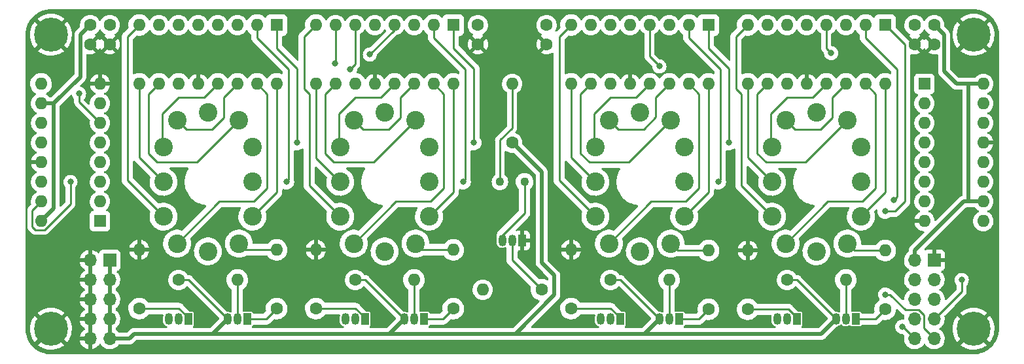
<source format=gbr>
%TF.GenerationSoftware,KiCad,Pcbnew,(6.0.0)*%
%TF.CreationDate,2022-01-22T21:07:15-08:00*%
%TF.ProjectId,nixie_tube_board,6e697869-655f-4747-9562-655f626f6172,rev?*%
%TF.SameCoordinates,Original*%
%TF.FileFunction,Copper,L1,Top*%
%TF.FilePolarity,Positive*%
%FSLAX46Y46*%
G04 Gerber Fmt 4.6, Leading zero omitted, Abs format (unit mm)*
G04 Created by KiCad (PCBNEW (6.0.0)) date 2022-01-22 21:07:15*
%MOMM*%
%LPD*%
G01*
G04 APERTURE LIST*
%TA.AperFunction,ComponentPad*%
%ADD10C,2.397760*%
%TD*%
%TA.AperFunction,ComponentPad*%
%ADD11O,1.050000X1.500000*%
%TD*%
%TA.AperFunction,ComponentPad*%
%ADD12R,1.050000X1.500000*%
%TD*%
%TA.AperFunction,ComponentPad*%
%ADD13C,1.600000*%
%TD*%
%TA.AperFunction,ComponentPad*%
%ADD14O,1.600000X1.600000*%
%TD*%
%TA.AperFunction,ComponentPad*%
%ADD15R,1.600000X1.600000*%
%TD*%
%TA.AperFunction,ComponentPad*%
%ADD16C,4.400000*%
%TD*%
%TA.AperFunction,ComponentPad*%
%ADD17C,1.107440*%
%TD*%
%TA.AperFunction,ComponentPad*%
%ADD18O,1.700000X1.700000*%
%TD*%
%TA.AperFunction,ComponentPad*%
%ADD19R,1.700000X1.700000*%
%TD*%
%TA.AperFunction,ViaPad*%
%ADD20C,0.800000*%
%TD*%
%TA.AperFunction,Conductor*%
%ADD21C,0.500000*%
%TD*%
%TA.AperFunction,Conductor*%
%ADD22C,0.250000*%
%TD*%
G04 APERTURE END LIST*
D10*
%TO.P,N1,0,0*%
%TO.N,Net-(N1-Pad0)*%
X158148020Y-103558340D03*
%TO.P,N1,1,1*%
%TO.N,Net-(N1-Pad1)*%
X148402040Y-107058460D03*
%TO.P,N1,2,2*%
%TO.N,Net-(N1-Pad2)*%
X146651980Y-103558340D03*
%TO.P,N1,3,3*%
%TO.N,Net-(N1-Pad3)*%
X146651980Y-99060000D03*
%TO.P,N1,4,4*%
%TO.N,Net-(N1-Pad4)*%
X146651980Y-94561660D03*
%TO.P,N1,5,5*%
%TO.N,Net-(N1-Pad5)*%
X148402040Y-91061540D03*
%TO.P,N1,6,6*%
%TO.N,Net-(N1-Pad6)*%
X152400000Y-90060780D03*
%TO.P,N1,7,7*%
%TO.N,Net-(N1-Pad7)*%
X156397960Y-91061540D03*
%TO.P,N1,8,8*%
%TO.N,Net-(N1-Pad8)*%
X158148020Y-94561660D03*
%TO.P,N1,9,9*%
%TO.N,Net-(N1-Pad9)*%
X158148020Y-99060000D03*
%TO.P,N1,A,A*%
%TO.N,Net-(N1-PadA)*%
X156397960Y-107058460D03*
%TO.P,N1,LHDP,LHDP*%
%TO.N,unconnected-(N1-PadLHDP)*%
X152400000Y-108059220D03*
%TD*%
%TO.P,N2,0,0*%
%TO.N,Net-(N2-Pad0)*%
X135288020Y-103558340D03*
%TO.P,N2,1,1*%
%TO.N,Net-(N2-Pad1)*%
X125542040Y-107058460D03*
%TO.P,N2,2,2*%
%TO.N,Net-(N2-Pad2)*%
X123791980Y-103558340D03*
%TO.P,N2,3,3*%
%TO.N,Net-(N2-Pad3)*%
X123791980Y-99060000D03*
%TO.P,N2,4,4*%
%TO.N,Net-(N2-Pad4)*%
X123791980Y-94561660D03*
%TO.P,N2,5,5*%
%TO.N,Net-(N2-Pad5)*%
X125542040Y-91061540D03*
%TO.P,N2,6,6*%
%TO.N,Net-(N2-Pad6)*%
X129540000Y-90060780D03*
%TO.P,N2,7,7*%
%TO.N,Net-(N2-Pad7)*%
X133537960Y-91061540D03*
%TO.P,N2,8,8*%
%TO.N,Net-(N2-Pad8)*%
X135288020Y-94561660D03*
%TO.P,N2,9,9*%
%TO.N,Net-(N2-Pad9)*%
X135288020Y-99060000D03*
%TO.P,N2,A,A*%
%TO.N,Net-(N2-PadA)*%
X133537960Y-107058460D03*
%TO.P,N2,LHDP,LHDP*%
%TO.N,unconnected-(N2-PadLHDP)*%
X129540000Y-108059220D03*
%TD*%
%TO.P,N3,0,0*%
%TO.N,Net-(N3-Pad0)*%
X102268020Y-103558340D03*
%TO.P,N3,1,1*%
%TO.N,Net-(N3-Pad1)*%
X92522040Y-107058460D03*
%TO.P,N3,2,2*%
%TO.N,Net-(N3-Pad2)*%
X90771980Y-103558340D03*
%TO.P,N3,3,3*%
%TO.N,Net-(N3-Pad3)*%
X90771980Y-99060000D03*
%TO.P,N3,4,4*%
%TO.N,Net-(N3-Pad4)*%
X90771980Y-94561660D03*
%TO.P,N3,5,5*%
%TO.N,Net-(N3-Pad5)*%
X92522040Y-91061540D03*
%TO.P,N3,6,6*%
%TO.N,Net-(N3-Pad6)*%
X96520000Y-90060780D03*
%TO.P,N3,7,7*%
%TO.N,Net-(N3-Pad7)*%
X100517960Y-91061540D03*
%TO.P,N3,8,8*%
%TO.N,Net-(N3-Pad8)*%
X102268020Y-94561660D03*
%TO.P,N3,9,9*%
%TO.N,Net-(N3-Pad9)*%
X102268020Y-99060000D03*
%TO.P,N3,A,A*%
%TO.N,Net-(N3-PadA)*%
X100517960Y-107058460D03*
%TO.P,N3,LHDP,LHDP*%
%TO.N,unconnected-(N3-PadLHDP)*%
X96520000Y-108059220D03*
%TD*%
%TO.P,N4,LHDP,LHDP*%
%TO.N,unconnected-(N4-PadLHDP)*%
X73660000Y-108059220D03*
%TO.P,N4,A,A*%
%TO.N,Net-(N4-PadA)*%
X77657960Y-107058460D03*
%TO.P,N4,9,9*%
%TO.N,Net-(N4-Pad9)*%
X79408020Y-99060000D03*
%TO.P,N4,8,8*%
%TO.N,Net-(N4-Pad8)*%
X79408020Y-94561660D03*
%TO.P,N4,7,7*%
%TO.N,Net-(N4-Pad7)*%
X77657960Y-91061540D03*
%TO.P,N4,6,6*%
%TO.N,Net-(N4-Pad6)*%
X73660000Y-90060780D03*
%TO.P,N4,5,5*%
%TO.N,Net-(N4-Pad5)*%
X69662040Y-91061540D03*
%TO.P,N4,4,4*%
%TO.N,Net-(N4-Pad4)*%
X67911980Y-94561660D03*
%TO.P,N4,3,3*%
%TO.N,Net-(N4-Pad3)*%
X67911980Y-99060000D03*
%TO.P,N4,2,2*%
%TO.N,Net-(N4-Pad2)*%
X67911980Y-103558340D03*
%TO.P,N4,1,1*%
%TO.N,Net-(N4-Pad1)*%
X69662040Y-107058460D03*
%TO.P,N4,0,0*%
%TO.N,Net-(N4-Pad0)*%
X79408020Y-103558340D03*
%TD*%
D11*
%TO.P,Q1,3,C*%
%TO.N,Net-(Q1-Pad3)*%
X147320000Y-116840000D03*
%TO.P,Q1,2,B*%
%TO.N,EN1*%
X148590000Y-116840000D03*
D12*
%TO.P,Q1,1,E*%
%TO.N,Net-(Q1-Pad1)*%
X149860000Y-116840000D03*
%TD*%
D11*
%TO.P,Q5,3,C*%
%TO.N,+170V*%
X154940000Y-116840000D03*
%TO.P,Q5,2,B*%
%TO.N,Net-(Q1-Pad3)*%
X156210000Y-116840000D03*
D12*
%TO.P,Q5,1,E*%
%TO.N,Net-(Q5-Pad1)*%
X157480000Y-116840000D03*
%TD*%
D13*
%TO.P,R2,1*%
%TO.N,Net-(Q1-Pad1)*%
X143510000Y-115570000D03*
D14*
%TO.P,R2,2*%
%TO.N,GND*%
X143510000Y-107950000D03*
%TD*%
D13*
%TO.P,R10,1*%
%TO.N,Net-(Q6-Pad1)*%
X138430000Y-115570000D03*
D14*
%TO.P,R10,2*%
%TO.N,Net-(N2-PadA)*%
X138430000Y-107950000D03*
%TD*%
D15*
%TO.P,U2,1,QB*%
%TO.N,Net-(U2-Pad1)*%
X59690000Y-104140000D03*
D14*
%TO.P,U2,2,QC*%
%TO.N,Net-(U2-Pad2)*%
X59690000Y-101600000D03*
%TO.P,U2,3,QD*%
%TO.N,Net-(U2-Pad3)*%
X59690000Y-99060000D03*
%TO.P,U2,4,QE*%
%TO.N,Net-(U2-Pad4)*%
X59690000Y-96520000D03*
%TO.P,U2,5,QF*%
%TO.N,Net-(U2-Pad5)*%
X59690000Y-93980000D03*
%TO.P,U2,6,QG*%
%TO.N,Net-(U2-Pad6)*%
X59690000Y-91440000D03*
%TO.P,U2,7,QH*%
%TO.N,Net-(U2-Pad7)*%
X59690000Y-88900000D03*
%TO.P,U2,8,GND*%
%TO.N,GND*%
X59690000Y-86360000D03*
%TO.P,U2,9,QH'*%
%TO.N,unconnected-(U2-Pad9)*%
X52070000Y-86360000D03*
%TO.P,U2,10,~{SRCLR}*%
%TO.N,+5V*%
X52070000Y-88900000D03*
%TO.P,U2,11,SRCLK*%
%TO.N,SRCLK*%
X52070000Y-91440000D03*
%TO.P,U2,12,RCLK*%
%TO.N,RCLK*%
X52070000Y-93980000D03*
%TO.P,U2,13,~{OE}*%
%TO.N,GND*%
X52070000Y-96520000D03*
%TO.P,U2,14,SER*%
%TO.N,Net-(U1-Pad9)*%
X52070000Y-99060000D03*
%TO.P,U2,15,QA*%
%TO.N,Net-(U2-Pad15)*%
X52070000Y-101600000D03*
%TO.P,U2,16,VCC*%
%TO.N,+5V*%
X52070000Y-104140000D03*
%TD*%
D15*
%TO.P,U3,1,~{Q8}*%
%TO.N,Net-(N1-Pad8)*%
X161290000Y-78740000D03*
D14*
%TO.P,U3,2,~{Q9}*%
%TO.N,Net-(N1-Pad9)*%
X158750000Y-78740000D03*
%TO.P,U3,3,A*%
%TO.N,Net-(U1-Pad15)*%
X156210000Y-78740000D03*
%TO.P,U3,4,D*%
%TO.N,Net-(U1-Pad3)*%
X153670000Y-78740000D03*
%TO.P,U3,5,VCC*%
%TO.N,+5V*%
X151130000Y-78740000D03*
%TO.P,U3,6,B*%
%TO.N,Net-(U1-Pad1)*%
X148590000Y-78740000D03*
%TO.P,U3,7,C*%
%TO.N,Net-(U1-Pad2)*%
X146050000Y-78740000D03*
%TO.P,U3,8,~{Q2}*%
%TO.N,Net-(N1-Pad2)*%
X143510000Y-78740000D03*
%TO.P,U3,9,~{Q3}*%
%TO.N,Net-(N1-Pad3)*%
X143510000Y-86360000D03*
%TO.P,U3,10,~{Q7}*%
%TO.N,Net-(N1-Pad7)*%
X146050000Y-86360000D03*
%TO.P,U3,11,~{Q6}*%
%TO.N,Net-(N1-Pad6)*%
X148590000Y-86360000D03*
%TO.P,U3,12,GND*%
%TO.N,GND*%
X151130000Y-86360000D03*
%TO.P,U3,13,~{Q4}*%
%TO.N,Net-(N1-Pad4)*%
X153670000Y-86360000D03*
%TO.P,U3,14,~{Q5}*%
%TO.N,Net-(N1-Pad5)*%
X156210000Y-86360000D03*
%TO.P,U3,15,~{Q1}*%
%TO.N,Net-(N1-Pad1)*%
X158750000Y-86360000D03*
%TO.P,U3,16,~{Q0}*%
%TO.N,Net-(N1-Pad0)*%
X161290000Y-86360000D03*
%TD*%
D15*
%TO.P,U4,1,~{Q8}*%
%TO.N,Net-(N2-Pad8)*%
X138430000Y-78740000D03*
D14*
%TO.P,U4,2,~{Q9}*%
%TO.N,Net-(N2-Pad9)*%
X135890000Y-78740000D03*
%TO.P,U4,3,A*%
%TO.N,Net-(U1-Pad4)*%
X133350000Y-78740000D03*
%TO.P,U4,4,D*%
%TO.N,Net-(U1-Pad7)*%
X130810000Y-78740000D03*
%TO.P,U4,5,VCC*%
%TO.N,+5V*%
X128270000Y-78740000D03*
%TO.P,U4,6,B*%
%TO.N,Net-(U1-Pad5)*%
X125730000Y-78740000D03*
%TO.P,U4,7,C*%
%TO.N,Net-(U1-Pad6)*%
X123190000Y-78740000D03*
%TO.P,U4,8,~{Q2}*%
%TO.N,Net-(N2-Pad2)*%
X120650000Y-78740000D03*
%TO.P,U4,9,~{Q3}*%
%TO.N,Net-(N2-Pad3)*%
X120650000Y-86360000D03*
%TO.P,U4,10,~{Q7}*%
%TO.N,Net-(N2-Pad7)*%
X123190000Y-86360000D03*
%TO.P,U4,11,~{Q6}*%
%TO.N,Net-(N2-Pad6)*%
X125730000Y-86360000D03*
%TO.P,U4,12,GND*%
%TO.N,GND*%
X128270000Y-86360000D03*
%TO.P,U4,13,~{Q4}*%
%TO.N,Net-(N2-Pad4)*%
X130810000Y-86360000D03*
%TO.P,U4,14,~{Q5}*%
%TO.N,Net-(N2-Pad5)*%
X133350000Y-86360000D03*
%TO.P,U4,15,~{Q1}*%
%TO.N,Net-(N2-Pad1)*%
X135890000Y-86360000D03*
%TO.P,U4,16,~{Q0}*%
%TO.N,Net-(N2-Pad0)*%
X138430000Y-86360000D03*
%TD*%
D15*
%TO.P,U5,1,~{Q8}*%
%TO.N,Net-(N3-Pad8)*%
X105410000Y-78740000D03*
D14*
%TO.P,U5,2,~{Q9}*%
%TO.N,Net-(N3-Pad9)*%
X102870000Y-78740000D03*
%TO.P,U5,3,A*%
%TO.N,Net-(U2-Pad15)*%
X100330000Y-78740000D03*
%TO.P,U5,4,D*%
%TO.N,Net-(U2-Pad3)*%
X97790000Y-78740000D03*
%TO.P,U5,5,VCC*%
%TO.N,+5V*%
X95250000Y-78740000D03*
%TO.P,U5,6,B*%
%TO.N,Net-(U2-Pad1)*%
X92710000Y-78740000D03*
%TO.P,U5,7,C*%
%TO.N,Net-(U2-Pad2)*%
X90170000Y-78740000D03*
%TO.P,U5,8,~{Q2}*%
%TO.N,Net-(N3-Pad2)*%
X87630000Y-78740000D03*
%TO.P,U5,9,~{Q3}*%
%TO.N,Net-(N3-Pad3)*%
X87630000Y-86360000D03*
%TO.P,U5,10,~{Q7}*%
%TO.N,Net-(N3-Pad7)*%
X90170000Y-86360000D03*
%TO.P,U5,11,~{Q6}*%
%TO.N,Net-(N3-Pad6)*%
X92710000Y-86360000D03*
%TO.P,U5,12,GND*%
%TO.N,GND*%
X95250000Y-86360000D03*
%TO.P,U5,13,~{Q4}*%
%TO.N,Net-(N3-Pad4)*%
X97790000Y-86360000D03*
%TO.P,U5,14,~{Q5}*%
%TO.N,Net-(N3-Pad5)*%
X100330000Y-86360000D03*
%TO.P,U5,15,~{Q1}*%
%TO.N,Net-(N3-Pad1)*%
X102870000Y-86360000D03*
%TO.P,U5,16,~{Q0}*%
%TO.N,Net-(N3-Pad0)*%
X105410000Y-86360000D03*
%TD*%
D15*
%TO.P,U6,1,~{Q8}*%
%TO.N,Net-(N4-Pad8)*%
X82550000Y-78740000D03*
D14*
%TO.P,U6,2,~{Q9}*%
%TO.N,Net-(N4-Pad9)*%
X80010000Y-78740000D03*
%TO.P,U6,3,A*%
%TO.N,Net-(U2-Pad4)*%
X77470000Y-78740000D03*
%TO.P,U6,4,D*%
%TO.N,Net-(U2-Pad7)*%
X74930000Y-78740000D03*
%TO.P,U6,5,VCC*%
%TO.N,+5V*%
X72390000Y-78740000D03*
%TO.P,U6,6,B*%
%TO.N,Net-(U2-Pad5)*%
X69850000Y-78740000D03*
%TO.P,U6,7,C*%
%TO.N,Net-(U2-Pad6)*%
X67310000Y-78740000D03*
%TO.P,U6,8,~{Q2}*%
%TO.N,Net-(N4-Pad2)*%
X64770000Y-78740000D03*
%TO.P,U6,9,~{Q3}*%
%TO.N,Net-(N4-Pad3)*%
X64770000Y-86360000D03*
%TO.P,U6,10,~{Q7}*%
%TO.N,Net-(N4-Pad7)*%
X67310000Y-86360000D03*
%TO.P,U6,11,~{Q6}*%
%TO.N,Net-(N4-Pad6)*%
X69850000Y-86360000D03*
%TO.P,U6,12,GND*%
%TO.N,GND*%
X72390000Y-86360000D03*
%TO.P,U6,13,~{Q4}*%
%TO.N,Net-(N4-Pad4)*%
X74930000Y-86360000D03*
%TO.P,U6,14,~{Q5}*%
%TO.N,Net-(N4-Pad5)*%
X77470000Y-86360000D03*
%TO.P,U6,15,~{Q1}*%
%TO.N,Net-(N4-Pad1)*%
X80010000Y-86360000D03*
%TO.P,U6,16,~{Q0}*%
%TO.N,Net-(N4-Pad0)*%
X82550000Y-86360000D03*
%TD*%
%TO.P,R13,2*%
%TO.N,EN5*%
X109220000Y-113030000D03*
D13*
%TO.P,R13,1*%
%TO.N,Net-(Q9-Pad2)*%
X116840000Y-113030000D03*
%TD*%
D14*
%TO.P,R9,2*%
%TO.N,Net-(N1-PadA)*%
X161290000Y-107950000D03*
D13*
%TO.P,R9,1*%
%TO.N,Net-(Q5-Pad1)*%
X161290000Y-115570000D03*
%TD*%
D14*
%TO.P,U1,16,VCC*%
%TO.N,+5V*%
X173990000Y-86360000D03*
%TO.P,U1,15,QA*%
%TO.N,Net-(U1-Pad15)*%
X173990000Y-88900000D03*
%TO.P,U1,14,SER*%
%TO.N,SER*%
X173990000Y-91440000D03*
%TO.P,U1,13,~{OE}*%
%TO.N,GND*%
X173990000Y-93980000D03*
%TO.P,U1,12,RCLK*%
%TO.N,RCLK*%
X173990000Y-96520000D03*
%TO.P,U1,11,SRCLK*%
%TO.N,SRCLK*%
X173990000Y-99060000D03*
%TO.P,U1,10,~{SRCLR}*%
%TO.N,+5V*%
X173990000Y-101600000D03*
%TO.P,U1,9,QH'*%
%TO.N,Net-(U1-Pad9)*%
X173990000Y-104140000D03*
%TO.P,U1,8,GND*%
%TO.N,GND*%
X166370000Y-104140000D03*
%TO.P,U1,7,QH*%
%TO.N,Net-(U1-Pad7)*%
X166370000Y-101600000D03*
%TO.P,U1,6,QG*%
%TO.N,Net-(U1-Pad6)*%
X166370000Y-99060000D03*
%TO.P,U1,5,QF*%
%TO.N,Net-(U1-Pad5)*%
X166370000Y-96520000D03*
%TO.P,U1,4,QE*%
%TO.N,Net-(U1-Pad4)*%
X166370000Y-93980000D03*
%TO.P,U1,3,QD*%
%TO.N,Net-(U1-Pad3)*%
X166370000Y-91440000D03*
%TO.P,U1,2,QC*%
%TO.N,Net-(U1-Pad2)*%
X166370000Y-88900000D03*
D15*
%TO.P,U1,1,QB*%
%TO.N,Net-(U1-Pad1)*%
X166370000Y-86360000D03*
%TD*%
D13*
%TO.P,R1,1*%
%TO.N,+170V*%
X148590000Y-111760000D03*
D14*
%TO.P,R1,2*%
%TO.N,Net-(Q1-Pad3)*%
X156210000Y-111760000D03*
%TD*%
D12*
%TO.P,Q9,1,E*%
%TO.N,GND*%
X114300000Y-106680000D03*
D11*
%TO.P,Q9,2,B*%
%TO.N,Net-(Q9-Pad2)*%
X113030000Y-106680000D03*
%TO.P,Q9,3,C*%
%TO.N,Net-(N5-PadK)*%
X111760000Y-106680000D03*
%TD*%
%TO.P,Q8,3,C*%
%TO.N,+170V*%
X76200000Y-116840000D03*
%TO.P,Q8,2,B*%
%TO.N,Net-(Q4-Pad3)*%
X77470000Y-116840000D03*
D12*
%TO.P,Q8,1,E*%
%TO.N,Net-(Q8-Pad1)*%
X78740000Y-116840000D03*
%TD*%
D13*
%TO.P,R11,1*%
%TO.N,Net-(Q7-Pad1)*%
X105410000Y-115470000D03*
D14*
%TO.P,R11,2*%
%TO.N,Net-(N3-PadA)*%
X105410000Y-107850000D03*
%TD*%
D13*
%TO.P,C3,1*%
%TO.N,+5V*%
X165100000Y-78740000D03*
%TO.P,C3,2*%
%TO.N,GND*%
X165100000Y-81240000D03*
%TD*%
%TO.P,R8,1*%
%TO.N,Net-(Q4-Pad1)*%
X64770000Y-115470000D03*
D14*
%TO.P,R8,2*%
%TO.N,GND*%
X64770000Y-107850000D03*
%TD*%
D16*
%TO.P,H2,1,1*%
%TO.N,GND*%
X172720000Y-118110000D03*
%TD*%
D12*
%TO.P,Q6,1,E*%
%TO.N,Net-(Q6-Pad1)*%
X134620000Y-116840000D03*
D11*
%TO.P,Q6,2,B*%
%TO.N,Net-(Q2-Pad3)*%
X133350000Y-116840000D03*
%TO.P,Q6,3,C*%
%TO.N,+170V*%
X132080000Y-116840000D03*
%TD*%
D13*
%TO.P,R5,1*%
%TO.N,+170V*%
X92710000Y-111760000D03*
D14*
%TO.P,R5,2*%
%TO.N,Net-(Q3-Pad3)*%
X100330000Y-111760000D03*
%TD*%
D13*
%TO.P,C1,2*%
%TO.N,GND*%
X167640000Y-81240000D03*
%TO.P,C1,1*%
%TO.N,+5V*%
X167640000Y-78740000D03*
%TD*%
%TO.P,C4,2*%
%TO.N,GND*%
X117475000Y-81240000D03*
%TO.P,C4,1*%
%TO.N,+5V*%
X117475000Y-78740000D03*
%TD*%
D16*
%TO.P,H4,1,1*%
%TO.N,GND*%
X53340000Y-80010000D03*
%TD*%
%TO.P,H3,1,1*%
%TO.N,GND*%
X53340000Y-118110000D03*
%TD*%
D14*
%TO.P,R7,2*%
%TO.N,Net-(Q4-Pad3)*%
X77470000Y-111760000D03*
D13*
%TO.P,R7,1*%
%TO.N,+170V*%
X69850000Y-111760000D03*
%TD*%
D14*
%TO.P,R6,2*%
%TO.N,GND*%
X87630000Y-107850000D03*
D13*
%TO.P,R6,1*%
%TO.N,Net-(Q3-Pad1)*%
X87630000Y-115470000D03*
%TD*%
D11*
%TO.P,Q7,3,C*%
%TO.N,+170V*%
X99060000Y-116840000D03*
%TO.P,Q7,2,B*%
%TO.N,Net-(Q3-Pad3)*%
X100330000Y-116840000D03*
D12*
%TO.P,Q7,1,E*%
%TO.N,Net-(Q7-Pad1)*%
X101600000Y-116840000D03*
%TD*%
D14*
%TO.P,R14,2*%
%TO.N,Net-(N5-PadA)*%
X113030000Y-86360000D03*
D13*
%TO.P,R14,1*%
%TO.N,+170V*%
X113030000Y-93980000D03*
%TD*%
D14*
%TO.P,R3,2*%
%TO.N,Net-(Q2-Pad3)*%
X133350000Y-111760000D03*
D13*
%TO.P,R3,1*%
%TO.N,+170V*%
X125730000Y-111760000D03*
%TD*%
D11*
%TO.P,Q3,3,C*%
%TO.N,Net-(Q3-Pad3)*%
X91440000Y-116840000D03*
%TO.P,Q3,2,B*%
%TO.N,EN3*%
X92710000Y-116840000D03*
D12*
%TO.P,Q3,1,E*%
%TO.N,Net-(Q3-Pad1)*%
X93980000Y-116840000D03*
%TD*%
%TO.P,Q2,1,E*%
%TO.N,Net-(Q2-Pad1)*%
X127000000Y-116840000D03*
D11*
%TO.P,Q2,2,B*%
%TO.N,EN2*%
X125730000Y-116840000D03*
%TO.P,Q2,3,C*%
%TO.N,Net-(Q2-Pad3)*%
X124460000Y-116840000D03*
%TD*%
D12*
%TO.P,Q4,1,E*%
%TO.N,Net-(Q4-Pad1)*%
X71120000Y-116840000D03*
D11*
%TO.P,Q4,2,B*%
%TO.N,EN4*%
X69850000Y-116840000D03*
%TO.P,Q4,3,C*%
%TO.N,Net-(Q4-Pad3)*%
X68580000Y-116840000D03*
%TD*%
D16*
%TO.P,H1,1,1*%
%TO.N,GND*%
X172720000Y-80010000D03*
%TD*%
D17*
%TO.P,N5,A,A*%
%TO.N,Net-(N5-PadA)*%
X111442500Y-99060000D03*
%TO.P,N5,K,K*%
%TO.N,Net-(N5-PadK)*%
X114617500Y-99060000D03*
%TD*%
D13*
%TO.P,C2,2*%
%TO.N,GND*%
X58420000Y-81240000D03*
%TO.P,C2,1*%
%TO.N,+5V*%
X58420000Y-78740000D03*
%TD*%
%TO.P,C6,2*%
%TO.N,GND*%
X60960000Y-81240000D03*
%TO.P,C6,1*%
%TO.N,+5V*%
X60960000Y-78740000D03*
%TD*%
%TO.P,R12,1*%
%TO.N,Net-(Q8-Pad1)*%
X82550000Y-115470000D03*
D14*
%TO.P,R12,2*%
%TO.N,Net-(N4-PadA)*%
X82550000Y-107850000D03*
%TD*%
D13*
%TO.P,C5,1*%
%TO.N,+5V*%
X108585000Y-78740000D03*
%TO.P,C5,2*%
%TO.N,GND*%
X108585000Y-81240000D03*
%TD*%
%TO.P,R4,1*%
%TO.N,Net-(Q2-Pad1)*%
X120650000Y-115470000D03*
D14*
%TO.P,R4,2*%
%TO.N,GND*%
X120650000Y-107850000D03*
%TD*%
D18*
%TO.P,J1,10,Pin_10*%
%TO.N,EN4*%
X165100000Y-119380000D03*
%TO.P,J1,9,Pin_9*%
%TO.N,EN5*%
X167640000Y-119380000D03*
%TO.P,J1,8,Pin_8*%
%TO.N,EN3*%
X165100000Y-116840000D03*
%TO.P,J1,7,Pin_7*%
%TO.N,RCLK*%
X167640000Y-116840000D03*
%TO.P,J1,6,Pin_6*%
%TO.N,EN2*%
X165100000Y-114300000D03*
%TO.P,J1,5,Pin_5*%
%TO.N,SRCLK*%
X167640000Y-114300000D03*
%TO.P,J1,4,Pin_4*%
%TO.N,EN1*%
X165100000Y-111760000D03*
%TO.P,J1,3,Pin_3*%
%TO.N,SER*%
X167640000Y-111760000D03*
%TO.P,J1,2,Pin_2*%
%TO.N,+5V*%
X165100000Y-109220000D03*
D19*
%TO.P,J1,1,Pin_1*%
%TO.N,GND*%
X167640000Y-109220000D03*
%TD*%
D18*
%TO.P,J2,10,Pin_10*%
%TO.N,GND*%
X58420000Y-119380000D03*
%TO.P,J2,9,Pin_9*%
%TO.N,+170V*%
X60960000Y-119380000D03*
%TO.P,J2,8,Pin_8*%
%TO.N,GND*%
X58420000Y-116840000D03*
%TO.P,J2,7,Pin_7*%
%TO.N,+170V*%
X60960000Y-116840000D03*
%TO.P,J2,6,Pin_6*%
%TO.N,GND*%
X58420000Y-114300000D03*
%TO.P,J2,5,Pin_5*%
%TO.N,+170V*%
X60960000Y-114300000D03*
%TO.P,J2,4,Pin_4*%
%TO.N,GND*%
X58420000Y-111760000D03*
%TO.P,J2,3,Pin_3*%
%TO.N,+170V*%
X60960000Y-111760000D03*
%TO.P,J2,2,Pin_2*%
%TO.N,GND*%
X58420000Y-109220000D03*
D19*
%TO.P,J2,1,Pin_1*%
%TO.N,+170V*%
X60960000Y-109220000D03*
%TD*%
D20*
%TO.N,Net-(U2-Pad15)*%
X55880000Y-99060000D03*
%TO.N,EN4*%
X163471260Y-117840760D03*
%TO.N,GND*%
X62230000Y-104140000D03*
X85090000Y-116840000D03*
X71120000Y-102870000D03*
X55880000Y-93345000D03*
X127000000Y-102870000D03*
X140970000Y-102870000D03*
X149860000Y-102870000D03*
X173990000Y-113030000D03*
X140970000Y-116840000D03*
X96520000Y-116840000D03*
X113030000Y-81280000D03*
X129540000Y-116840000D03*
X85090000Y-102870000D03*
X113030000Y-116840000D03*
X73660000Y-116840000D03*
X170180000Y-92710000D03*
X152400000Y-116840000D03*
X93980000Y-102870000D03*
%TO.N,Net-(N1-Pad9)*%
X162399858Y-101439858D03*
%TO.N,Net-(N1-Pad8)*%
X161290000Y-102870000D03*
%TO.N,Net-(N2-Pad8)*%
X141079011Y-93980000D03*
%TO.N,Net-(N2-Pad9)*%
X139700000Y-99060000D03*
%TO.N,Net-(U2-Pad6)*%
X56991469Y-87630000D03*
%TO.N,Net-(U2-Pad3)*%
X94615000Y-82550000D03*
%TO.N,Net-(U2-Pad2)*%
X90098245Y-83730500D03*
%TO.N,Net-(U2-Pad1)*%
X92075000Y-84455000D03*
%TO.N,Net-(N3-Pad8)*%
X108059011Y-93980000D03*
%TO.N,Net-(N3-Pad9)*%
X106680000Y-99060000D03*
%TO.N,Net-(N4-Pad8)*%
X85199011Y-93980000D03*
%TO.N,Net-(N4-Pad9)*%
X83820000Y-99060000D03*
%TO.N,Net-(U1-Pad7)*%
X132080000Y-84094980D03*
%TO.N,Net-(U1-Pad3)*%
X154305000Y-82381940D03*
%TO.N,EN5*%
X161290000Y-113665000D03*
%TO.N,RCLK*%
X171200299Y-111764299D03*
%TD*%
D21*
%TO.N,+170V*%
X113030000Y-93980000D02*
X116840000Y-97790000D01*
X113457762Y-118745000D02*
X118489511Y-113713251D01*
X116840000Y-97790000D02*
X116840000Y-109523740D01*
X118489511Y-111173251D02*
X118489511Y-113713251D01*
X116840000Y-109523740D02*
X118489511Y-111173251D01*
X74295000Y-118745000D02*
X153035000Y-118745000D01*
D22*
%TO.N,Net-(N3-Pad8)*%
X108059011Y-84381624D02*
X108059011Y-93980000D01*
%TO.N,Net-(N5-PadA)*%
X113030000Y-92075000D02*
X113030000Y-86360000D01*
X111442500Y-99060000D02*
X111442500Y-93662500D01*
X111442500Y-93662500D02*
X113030000Y-92075000D01*
%TO.N,Net-(N3-Pad8)*%
X105410000Y-78740000D02*
X105410000Y-81732613D01*
X105410000Y-81732613D02*
X108059011Y-84381624D01*
D21*
%TO.N,+170V*%
X153035000Y-118745000D02*
X154940000Y-116840000D01*
D22*
%TO.N,Net-(N3-Pad9)*%
X102870000Y-78740000D02*
X102870000Y-80394015D01*
X102870000Y-80394015D02*
X106934511Y-84458526D01*
X106934511Y-98805489D02*
X106680000Y-99060000D01*
X106934511Y-84458526D02*
X106934511Y-98805489D01*
%TO.N,Net-(N1-Pad3)*%
X143510000Y-86360000D02*
X143510000Y-95918020D01*
X143510000Y-95918020D02*
X146651980Y-99060000D01*
%TO.N,Net-(N1-Pad2)*%
X142660480Y-99566840D02*
X146651980Y-103558340D01*
X142660480Y-87666465D02*
X142660480Y-99566840D01*
X141985489Y-86991474D02*
X142660480Y-87666465D01*
X141985489Y-80264511D02*
X141985489Y-86991474D01*
X143510000Y-78740000D02*
X141985489Y-80264511D01*
D21*
%TO.N,+5V*%
X168910000Y-80010000D02*
X167640000Y-78740000D01*
X170497500Y-86360000D02*
X168910000Y-84772500D01*
X168910000Y-84772500D02*
X168910000Y-80010000D01*
X172085000Y-86360000D02*
X170497500Y-86360000D01*
D22*
%TO.N,Net-(N3-Pad2)*%
X86780480Y-99566840D02*
X90771980Y-103558340D01*
X86780480Y-87666465D02*
X86780480Y-99566840D01*
X86105489Y-86991474D02*
X86780480Y-87666465D01*
X87630000Y-78740000D02*
X86105489Y-80264511D01*
X86105489Y-80264511D02*
X86105489Y-86991474D01*
D21*
%TO.N,+5V*%
X57150000Y-80010000D02*
X58420000Y-78740000D01*
X57150000Y-85469511D02*
X57150000Y-80010000D01*
X53719511Y-88900000D02*
X57150000Y-85469511D01*
D22*
%TO.N,Net-(N4-Pad8)*%
X82550000Y-78740000D02*
X82550000Y-81732613D01*
X82550000Y-81732613D02*
X85199011Y-84381624D01*
X85199011Y-84381624D02*
X85199011Y-93980000D01*
D21*
%TO.N,+5V*%
X165100000Y-107950000D02*
X165100000Y-109220000D01*
X171450000Y-101600000D02*
X165100000Y-107950000D01*
X172212000Y-101600000D02*
X171450000Y-101600000D01*
D22*
%TO.N,EN4*%
X163560760Y-117840760D02*
X165100000Y-119380000D01*
X163471260Y-117840760D02*
X163560760Y-117840760D01*
%TO.N,RCLK*%
X171200299Y-111764299D02*
X171200299Y-113279701D01*
X171200299Y-113279701D02*
X167640000Y-116840000D01*
%TO.N,EN5*%
X166274511Y-118014511D02*
X167640000Y-119380000D01*
X166274511Y-116353501D02*
X166274511Y-118014511D01*
X161925000Y-113665000D02*
X163925489Y-115665489D01*
X163925489Y-115665489D02*
X165586499Y-115665489D01*
X161290000Y-113665000D02*
X161925000Y-113665000D01*
X165586499Y-115665489D02*
X166274511Y-116353501D01*
D21*
%TO.N,+170V*%
X60960000Y-119380000D02*
X63500000Y-119380000D01*
X63500000Y-119380000D02*
X64135000Y-118745000D01*
X64135000Y-118745000D02*
X74295000Y-118745000D01*
X60960000Y-119380000D02*
X60960000Y-109220000D01*
%TO.N,+5V*%
X172085000Y-101473000D02*
X172212000Y-101600000D01*
X172085000Y-86360000D02*
X172085000Y-101473000D01*
X172085000Y-86360000D02*
X173990000Y-86360000D01*
D22*
%TO.N,Net-(U2-Pad15)*%
X51289511Y-105264511D02*
X50945489Y-104920489D01*
X52535789Y-105264511D02*
X51289511Y-105264511D01*
X55880000Y-99060000D02*
X55880000Y-101920300D01*
X55880000Y-101920300D02*
X52535789Y-105264511D01*
X50945489Y-104920489D02*
X50945489Y-102724511D01*
X50945489Y-102724511D02*
X52070000Y-101600000D01*
%TO.N,Net-(U2-Pad6)*%
X56991469Y-87630000D02*
X56991469Y-88741469D01*
X56991469Y-88741469D02*
X59690000Y-91440000D01*
D21*
%TO.N,+5V*%
X52070000Y-88900000D02*
X53719511Y-88900000D01*
X53719511Y-102490489D02*
X53719511Y-88900000D01*
X52070000Y-104140000D02*
X53719511Y-102490489D01*
X172212000Y-101600000D02*
X173990000Y-101600000D01*
%TO.N,+170V*%
X99060000Y-116840000D02*
X97155000Y-118745000D01*
X132080000Y-116840000D02*
X130175000Y-118745000D01*
X76200000Y-116840000D02*
X74295000Y-118745000D01*
D22*
%TO.N,Net-(N1-PadA)*%
X161290000Y-107950000D02*
X157289500Y-107950000D01*
X157289500Y-107950000D02*
X156397960Y-107058460D01*
%TO.N,Net-(Q5-Pad1)*%
X160020000Y-116840000D02*
X161290000Y-115570000D01*
X157480000Y-116840000D02*
X160020000Y-116840000D01*
%TO.N,Net-(Q1-Pad1)*%
X149860000Y-116683598D02*
X149860000Y-116840000D01*
X143510000Y-115570000D02*
X148746402Y-115570000D01*
X148746402Y-115570000D02*
X149860000Y-116683598D01*
%TO.N,Net-(Q2-Pad1)*%
X127000000Y-116683598D02*
X127000000Y-116840000D01*
X120650000Y-115470000D02*
X125786402Y-115470000D01*
X125786402Y-115470000D02*
X127000000Y-116683598D01*
%TO.N,Net-(Q6-Pad1)*%
X137160000Y-116840000D02*
X138430000Y-115570000D01*
X134620000Y-116840000D02*
X137160000Y-116840000D01*
%TO.N,Net-(N2-PadA)*%
X134429500Y-107950000D02*
X133537960Y-107058460D01*
X138430000Y-107950000D02*
X134429500Y-107950000D01*
%TO.N,Net-(Q7-Pad1)*%
X104040000Y-116840000D02*
X105410000Y-115470000D01*
X101600000Y-116840000D02*
X104040000Y-116840000D01*
%TO.N,Net-(Q3-Pad1)*%
X92766402Y-115470000D02*
X93980000Y-116683598D01*
X87630000Y-115470000D02*
X92766402Y-115470000D01*
X93980000Y-116683598D02*
X93980000Y-116840000D01*
%TO.N,Net-(Q4-Pad1)*%
X71120000Y-116683598D02*
X71120000Y-116840000D01*
X69906402Y-115470000D02*
X71120000Y-116683598D01*
X64770000Y-115470000D02*
X69906402Y-115470000D01*
%TO.N,Net-(Q8-Pad1)*%
X81180000Y-116840000D02*
X82550000Y-115470000D01*
X78740000Y-116840000D02*
X81180000Y-116840000D01*
%TO.N,Net-(N4-PadA)*%
X77657960Y-107058460D02*
X78449500Y-107850000D01*
X78449500Y-107850000D02*
X82550000Y-107850000D01*
%TO.N,Net-(N3-PadA)*%
X101309500Y-107850000D02*
X105410000Y-107850000D01*
X100517960Y-107058460D02*
X101309500Y-107850000D01*
%TO.N,Net-(N1-Pad8)*%
X163830000Y-81280000D02*
X161290000Y-78740000D01*
X163830000Y-101600000D02*
X163830000Y-81280000D01*
X162560000Y-102870000D02*
X163830000Y-101600000D01*
X161290000Y-102870000D02*
X162560000Y-102870000D01*
%TO.N,Net-(N1-Pad9)*%
X162814511Y-101025205D02*
X162814511Y-84458526D01*
X162814511Y-84458526D02*
X158750000Y-80394015D01*
X162399858Y-101439858D02*
X162814511Y-101025205D01*
X158750000Y-80394015D02*
X158750000Y-78740000D01*
%TO.N,Net-(N1-Pad1)*%
X160071411Y-87681411D02*
X160071411Y-99856696D01*
X158328107Y-101600000D02*
X153860500Y-101600000D01*
X158750000Y-86360000D02*
X160071411Y-87681411D01*
X153860500Y-101600000D02*
X148402040Y-107058460D01*
X160071411Y-99856696D02*
X158328107Y-101600000D01*
%TO.N,Net-(N1-Pad0)*%
X161290000Y-86360000D02*
X161290000Y-100416360D01*
X161290000Y-100416360D02*
X158148020Y-103558340D01*
%TO.N,Net-(N2-Pad8)*%
X138430000Y-81732613D02*
X141079011Y-84381624D01*
X141079011Y-84381624D02*
X141079011Y-93980000D01*
X138430000Y-78740000D02*
X138430000Y-81732613D01*
%TO.N,Net-(U1-Pad3)*%
X153670000Y-81746940D02*
X153670000Y-78740000D01*
X154305000Y-82381940D02*
X153670000Y-81746940D01*
%TO.N,Net-(U2-Pad1)*%
X92075000Y-84455000D02*
X92710000Y-83820000D01*
X92710000Y-83820000D02*
X92710000Y-78740000D01*
%TO.N,Net-(U2-Pad3)*%
X97790000Y-79375000D02*
X97790000Y-78740000D01*
X94615000Y-82550000D02*
X97790000Y-79375000D01*
%TO.N,Net-(U2-Pad2)*%
X90098245Y-83730500D02*
X90170000Y-83658745D01*
X90170000Y-83658745D02*
X90170000Y-78740000D01*
%TO.N,Net-(N1-Pad4)*%
X148606104Y-88137389D02*
X151892611Y-88137389D01*
X146478649Y-90264844D02*
X148606104Y-88137389D01*
X151892611Y-88137389D02*
X153670000Y-86360000D01*
X146478649Y-94388329D02*
X146478649Y-90264844D01*
X146651980Y-94561660D02*
X146478649Y-94388329D01*
%TO.N,Net-(N1-Pad5)*%
X154432000Y-88138000D02*
X156210000Y-86360000D01*
X154432000Y-90748867D02*
X154432000Y-88138000D01*
X152920447Y-92260420D02*
X154432000Y-90748867D01*
X149600920Y-92260420D02*
X152920447Y-92260420D01*
X148402040Y-91061540D02*
X149600920Y-92260420D01*
%TO.N,Net-(N1-Pad7)*%
X145890233Y-96520000D02*
X150939500Y-96520000D01*
X150939500Y-96520000D02*
X156397960Y-91061540D01*
X144728589Y-95358356D02*
X145890233Y-96520000D01*
X146050000Y-86360000D02*
X144728589Y-87681411D01*
X144728589Y-87681411D02*
X144728589Y-95358356D01*
%TO.N,Net-(N2-Pad0)*%
X138430000Y-100416360D02*
X135288020Y-103558340D01*
X138430000Y-86360000D02*
X138430000Y-100416360D01*
%TO.N,Net-(N2-Pad1)*%
X137211411Y-99856696D02*
X135468107Y-101600000D01*
X135890000Y-86360000D02*
X137211411Y-87681411D01*
X137211411Y-87681411D02*
X137211411Y-99856696D01*
X135468107Y-101600000D02*
X131000500Y-101600000D01*
X131000500Y-101600000D02*
X125542040Y-107058460D01*
%TO.N,Net-(N4-Pad5)*%
X75734569Y-88095431D02*
X77470000Y-86360000D01*
X75734569Y-90706298D02*
X75734569Y-88095431D01*
X74180447Y-92260420D02*
X75734569Y-90706298D01*
X70860920Y-92260420D02*
X74180447Y-92260420D01*
X69662040Y-91061540D02*
X70860920Y-92260420D01*
%TO.N,Net-(N3-Pad4)*%
X92726104Y-88137389D02*
X96012611Y-88137389D01*
X90598649Y-94388329D02*
X90598649Y-90264844D01*
X90598649Y-90264844D02*
X92726104Y-88137389D01*
X90771980Y-94561660D02*
X90598649Y-94388329D01*
X96012611Y-88137389D02*
X97790000Y-86360000D01*
%TO.N,Net-(N3-Pad5)*%
X98594569Y-90706298D02*
X98594569Y-88095431D01*
X97040447Y-92260420D02*
X98594569Y-90706298D01*
X98594569Y-88095431D02*
X100330000Y-86360000D01*
X93720920Y-92260420D02*
X97040447Y-92260420D01*
X92522040Y-91061540D02*
X93720920Y-92260420D01*
%TO.N,Net-(N2-Pad4)*%
X123618649Y-90264844D02*
X125746104Y-88137389D01*
X123618649Y-94388329D02*
X123618649Y-90264844D01*
X125746104Y-88137389D02*
X129032611Y-88137389D01*
X129032611Y-88137389D02*
X130810000Y-86360000D01*
X123791980Y-94561660D02*
X123618649Y-94388329D01*
%TO.N,Net-(N2-Pad5)*%
X131633993Y-90686874D02*
X131633993Y-88076007D01*
X131633993Y-88076007D02*
X133350000Y-86360000D01*
X130060447Y-92260420D02*
X131633993Y-90686874D01*
X126740920Y-92260420D02*
X130060447Y-92260420D01*
X125542040Y-91061540D02*
X126740920Y-92260420D01*
%TO.N,Net-(N2-Pad3)*%
X120650000Y-95918020D02*
X123791980Y-99060000D01*
X120650000Y-86360000D02*
X120650000Y-95918020D01*
%TO.N,Net-(N2-Pad7)*%
X128079500Y-96520000D02*
X133537960Y-91061540D01*
X123030233Y-96520000D02*
X128079500Y-96520000D01*
X121868589Y-87681411D02*
X121868589Y-95358356D01*
X123190000Y-86360000D02*
X121868589Y-87681411D01*
X121868589Y-95358356D02*
X123030233Y-96520000D01*
%TO.N,Net-(N3-Pad0)*%
X105410000Y-100416360D02*
X102268020Y-103558340D01*
X105410000Y-86360000D02*
X105410000Y-100416360D01*
%TO.N,Net-(N3-Pad1)*%
X97980500Y-101600000D02*
X92522040Y-107058460D01*
X102448107Y-101600000D02*
X97980500Y-101600000D01*
X104191411Y-99856696D02*
X102448107Y-101600000D01*
X104191411Y-87681411D02*
X104191411Y-99856696D01*
X102870000Y-86360000D02*
X104191411Y-87681411D01*
%TO.N,Net-(N3-Pad7)*%
X89975284Y-96485051D02*
X95094449Y-96485051D01*
X95094449Y-96485051D02*
X100517960Y-91061540D01*
X88848589Y-95358356D02*
X89975284Y-96485051D01*
X90170000Y-86360000D02*
X88848589Y-87681411D01*
X88848589Y-87681411D02*
X88848589Y-95358356D01*
%TO.N,Net-(N3-Pad3)*%
X90697273Y-99060000D02*
X90771980Y-99060000D01*
X87630000Y-86360000D02*
X87630000Y-95992727D01*
X87630000Y-95992727D02*
X90697273Y-99060000D01*
%TO.N,Net-(N4-Pad0)*%
X82550000Y-86360000D02*
X82550000Y-100416360D01*
X82550000Y-100416360D02*
X79408020Y-103558340D01*
%TO.N,Net-(N4-Pad1)*%
X79588107Y-101600000D02*
X75120500Y-101600000D01*
X81331411Y-99856696D02*
X79588107Y-101600000D01*
X75120500Y-101600000D02*
X69662040Y-107058460D01*
X81331411Y-87681411D02*
X81331411Y-99856696D01*
X80010000Y-86360000D02*
X81331411Y-87681411D01*
%TO.N,Net-(N4-Pad4)*%
X73152611Y-88137389D02*
X74930000Y-86360000D01*
X69866104Y-88137389D02*
X73152611Y-88137389D01*
X67738649Y-94388329D02*
X67738649Y-90264844D01*
X67911980Y-94561660D02*
X67738649Y-94388329D01*
X67738649Y-90264844D02*
X69866104Y-88137389D01*
%TO.N,Net-(N4-Pad3)*%
X64770000Y-95918020D02*
X67911980Y-99060000D01*
X64770000Y-86360000D02*
X64770000Y-95918020D01*
%TO.N,Net-(N4-Pad7)*%
X72234449Y-96485051D02*
X77657960Y-91061540D01*
X67115284Y-96485051D02*
X72234449Y-96485051D01*
X65988589Y-87681411D02*
X65988589Y-95358356D01*
X65988589Y-95358356D02*
X67115284Y-96485051D01*
X67310000Y-86360000D02*
X65988589Y-87681411D01*
%TO.N,Net-(U1-Pad7)*%
X130810000Y-82824980D02*
X130810000Y-78740000D01*
X132080000Y-84094980D02*
X130810000Y-82824980D01*
%TO.N,Net-(N2-Pad9)*%
X139954511Y-98805489D02*
X139700000Y-99060000D01*
X135890000Y-80394015D02*
X139954511Y-84458526D01*
X135890000Y-78740000D02*
X135890000Y-80394015D01*
X139954511Y-84458526D02*
X139954511Y-98805489D01*
%TO.N,Net-(N2-Pad2)*%
X119125489Y-98891849D02*
X123791980Y-103558340D01*
X119125489Y-80264511D02*
X119125489Y-98891849D01*
X120650000Y-78740000D02*
X119125489Y-80264511D01*
%TO.N,Net-(N4-Pad9)*%
X84074511Y-84458526D02*
X84074511Y-98805489D01*
X84074511Y-98805489D02*
X83820000Y-99060000D01*
X80010000Y-80394015D02*
X84074511Y-84458526D01*
X80010000Y-78740000D02*
X80010000Y-80394015D01*
%TO.N,Net-(N4-Pad2)*%
X63245489Y-80264511D02*
X63245489Y-98891849D01*
X64770000Y-78740000D02*
X63245489Y-80264511D01*
X63245489Y-98891849D02*
X67911980Y-103558340D01*
%TO.N,Net-(Q1-Pad3)*%
X156210000Y-111760000D02*
X156210000Y-116840000D01*
%TO.N,Net-(Q2-Pad3)*%
X133350000Y-111760000D02*
X133350000Y-116840000D01*
%TO.N,Net-(Q3-Pad3)*%
X100330000Y-111760000D02*
X100330000Y-116840000D01*
%TO.N,Net-(Q4-Pad3)*%
X77470000Y-111760000D02*
X77470000Y-116819520D01*
X77470000Y-116819520D02*
X77449520Y-116840000D01*
%TO.N,+170V*%
X71120000Y-111760000D02*
X76200000Y-116840000D01*
X125730000Y-111760000D02*
X127000000Y-111760000D01*
X149860000Y-111760000D02*
X154940000Y-116840000D01*
X92710000Y-111760000D02*
X93980000Y-111760000D01*
X93980000Y-111760000D02*
X99060000Y-116840000D01*
X148590000Y-111760000D02*
X149860000Y-111760000D01*
X69850000Y-111760000D02*
X71120000Y-111760000D01*
X127000000Y-111760000D02*
X132080000Y-116840000D01*
%TO.N,Net-(N5-PadK)*%
X111760000Y-105957912D02*
X114617500Y-103100412D01*
X111760000Y-106680000D02*
X111760000Y-105957912D01*
X114617500Y-103100412D02*
X114617500Y-99060000D01*
%TO.N,Net-(Q9-Pad2)*%
X116840000Y-113030000D02*
X113030000Y-109220000D01*
X113030000Y-109220000D02*
X113030000Y-106680000D01*
%TD*%
%TA.AperFunction,Conductor*%
%TO.N,GND*%
G36*
X172690057Y-76709500D02*
G01*
X172704858Y-76711805D01*
X172704861Y-76711805D01*
X172713730Y-76713186D01*
X172732411Y-76710743D01*
X172755342Y-76709852D01*
X173058557Y-76725743D01*
X173071665Y-76727120D01*
X173311285Y-76765072D01*
X173400002Y-76779123D01*
X173412902Y-76781865D01*
X173734000Y-76867903D01*
X173746536Y-76871977D01*
X174019358Y-76976703D01*
X174056876Y-76991105D01*
X174068924Y-76996469D01*
X174365120Y-77147388D01*
X174376536Y-77153979D01*
X174655334Y-77335033D01*
X174665992Y-77342776D01*
X174830633Y-77476099D01*
X174924344Y-77551984D01*
X174934145Y-77560810D01*
X175169190Y-77795855D01*
X175178015Y-77805655D01*
X175376333Y-78050558D01*
X175387221Y-78064004D01*
X175394967Y-78074666D01*
X175576018Y-78353459D01*
X175582612Y-78364880D01*
X175733531Y-78661076D01*
X175738895Y-78673124D01*
X175854162Y-78973402D01*
X175858021Y-78983456D01*
X175862097Y-78995999D01*
X175881897Y-79069896D01*
X175948135Y-79317098D01*
X175950877Y-79329998D01*
X176002265Y-79654451D01*
X176002879Y-79658329D01*
X176004257Y-79671443D01*
X176019471Y-79961736D01*
X176019764Y-79967330D01*
X176018436Y-79993312D01*
X176018195Y-79994856D01*
X176018195Y-79994860D01*
X176016814Y-80003730D01*
X176017978Y-80012632D01*
X176017978Y-80012635D01*
X176020936Y-80035251D01*
X176022000Y-80051589D01*
X176022000Y-118060672D01*
X176020500Y-118080056D01*
X176016814Y-118103730D01*
X176019257Y-118122410D01*
X176020148Y-118145342D01*
X176006597Y-118403914D01*
X176004257Y-118448554D01*
X176002880Y-118461665D01*
X175988475Y-118552617D01*
X175950877Y-118790002D01*
X175948135Y-118802902D01*
X175862097Y-119124000D01*
X175858023Y-119136536D01*
X175775372Y-119351851D01*
X175738895Y-119446876D01*
X175733531Y-119458924D01*
X175582612Y-119755120D01*
X175576021Y-119766536D01*
X175394967Y-120045334D01*
X175387224Y-120055992D01*
X175273506Y-120196423D01*
X175178016Y-120314344D01*
X175169190Y-120324145D01*
X174934145Y-120559190D01*
X174924345Y-120568015D01*
X174709796Y-120741753D01*
X174665996Y-120777221D01*
X174655334Y-120784967D01*
X174376536Y-120966021D01*
X174365120Y-120972612D01*
X174068924Y-121123531D01*
X174056875Y-121128895D01*
X173746536Y-121248023D01*
X173734000Y-121252097D01*
X173412902Y-121338135D01*
X173400002Y-121340877D01*
X173311285Y-121354928D01*
X173071665Y-121392880D01*
X173058557Y-121394257D01*
X172762666Y-121409764D01*
X172736688Y-121408436D01*
X172735144Y-121408195D01*
X172735140Y-121408195D01*
X172726270Y-121406814D01*
X172717368Y-121407978D01*
X172717365Y-121407978D01*
X172694749Y-121410936D01*
X172678411Y-121412000D01*
X53389328Y-121412000D01*
X53369943Y-121410500D01*
X53355142Y-121408195D01*
X53355139Y-121408195D01*
X53346270Y-121406814D01*
X53327589Y-121409257D01*
X53304658Y-121410148D01*
X53001443Y-121394257D01*
X52988335Y-121392880D01*
X52748715Y-121354928D01*
X52659998Y-121340877D01*
X52647098Y-121338135D01*
X52326000Y-121252097D01*
X52313464Y-121248023D01*
X52003125Y-121128895D01*
X51991076Y-121123531D01*
X51694880Y-120972612D01*
X51683464Y-120966021D01*
X51404666Y-120784967D01*
X51394004Y-120777221D01*
X51350205Y-120741753D01*
X51135655Y-120568015D01*
X51125855Y-120559190D01*
X50890810Y-120324145D01*
X50881984Y-120314344D01*
X50786494Y-120196423D01*
X51618703Y-120196423D01*
X51626227Y-120206854D01*
X51765483Y-120319020D01*
X51771657Y-120323408D01*
X52042271Y-120492178D01*
X52048931Y-120495794D01*
X52337852Y-120630827D01*
X52344905Y-120633620D01*
X52647970Y-120732970D01*
X52655282Y-120734888D01*
X52968092Y-120797109D01*
X52975590Y-120798137D01*
X53293610Y-120822328D01*
X53301173Y-120822446D01*
X53619785Y-120808257D01*
X53627326Y-120807465D01*
X53941924Y-120755101D01*
X53949302Y-120753411D01*
X54255355Y-120663625D01*
X54262450Y-120661071D01*
X54555496Y-120535169D01*
X54562263Y-120531765D01*
X54838042Y-120371580D01*
X54844349Y-120367390D01*
X55054305Y-120208889D01*
X55062761Y-120197496D01*
X55056045Y-120185256D01*
X53352810Y-118482020D01*
X53338869Y-118474408D01*
X53337034Y-118474539D01*
X53330420Y-118478790D01*
X51625818Y-120183393D01*
X51618703Y-120196423D01*
X50786494Y-120196423D01*
X50672776Y-120055992D01*
X50665033Y-120045334D01*
X50483979Y-119766536D01*
X50477388Y-119755120D01*
X50326469Y-119458924D01*
X50321105Y-119446876D01*
X50284628Y-119351851D01*
X50201977Y-119136536D01*
X50197903Y-119124000D01*
X50111865Y-118802902D01*
X50109123Y-118790002D01*
X50071525Y-118552617D01*
X50057120Y-118461665D01*
X50055743Y-118448554D01*
X50053798Y-118411443D01*
X50040236Y-118152666D01*
X50041564Y-118126688D01*
X50041805Y-118125144D01*
X50041805Y-118125140D01*
X50043186Y-118116270D01*
X50041979Y-118107034D01*
X50039147Y-118085383D01*
X50627388Y-118085383D01*
X50643245Y-118403914D01*
X50644076Y-118411443D01*
X50698085Y-118725759D01*
X50699818Y-118733146D01*
X50791196Y-119038695D01*
X50793799Y-119045808D01*
X50921227Y-119338173D01*
X50924669Y-119344929D01*
X51086296Y-119619865D01*
X51090519Y-119626150D01*
X51241463Y-119823934D01*
X51252989Y-119832396D01*
X51265054Y-119825735D01*
X52967980Y-118122810D01*
X52974357Y-118111131D01*
X53704408Y-118111131D01*
X53704539Y-118112966D01*
X53708790Y-118119580D01*
X55413285Y-119824074D01*
X55426408Y-119831240D01*
X55436709Y-119823851D01*
X55540751Y-119696055D01*
X55545164Y-119689914D01*
X55571631Y-119647966D01*
X57088257Y-119647966D01*
X57118565Y-119782446D01*
X57121645Y-119792275D01*
X57201770Y-119989603D01*
X57206413Y-119998794D01*
X57317694Y-120180388D01*
X57323777Y-120188699D01*
X57463213Y-120349667D01*
X57470580Y-120356883D01*
X57634434Y-120492916D01*
X57642881Y-120498831D01*
X57826756Y-120606279D01*
X57836042Y-120610729D01*
X58035001Y-120686703D01*
X58044899Y-120689579D01*
X58148250Y-120710606D01*
X58162299Y-120709410D01*
X58166000Y-120699065D01*
X58166000Y-120698517D01*
X58674000Y-120698517D01*
X58678064Y-120712359D01*
X58691478Y-120714393D01*
X58698184Y-120713534D01*
X58708262Y-120711392D01*
X58912255Y-120650191D01*
X58921842Y-120646433D01*
X59113095Y-120552739D01*
X59121945Y-120547464D01*
X59295328Y-120423792D01*
X59303200Y-120417139D01*
X59454052Y-120266812D01*
X59460730Y-120258965D01*
X59588022Y-120081819D01*
X59589279Y-120082722D01*
X59636373Y-120039362D01*
X59706311Y-120027145D01*
X59771751Y-120054678D01*
X59799579Y-120086511D01*
X59859987Y-120185088D01*
X60006250Y-120353938D01*
X60178126Y-120496632D01*
X60371000Y-120609338D01*
X60579692Y-120689030D01*
X60584760Y-120690061D01*
X60584763Y-120690062D01*
X60679862Y-120709410D01*
X60798597Y-120733567D01*
X60803772Y-120733757D01*
X60803774Y-120733757D01*
X61016673Y-120741564D01*
X61016677Y-120741564D01*
X61021837Y-120741753D01*
X61026957Y-120741097D01*
X61026959Y-120741097D01*
X61238288Y-120714025D01*
X61238289Y-120714025D01*
X61243416Y-120713368D01*
X61248366Y-120711883D01*
X61452429Y-120650661D01*
X61452434Y-120650659D01*
X61457384Y-120649174D01*
X61657994Y-120550896D01*
X61839860Y-120421173D01*
X61998096Y-120263489D01*
X62045517Y-120197496D01*
X62050203Y-120190974D01*
X62106198Y-120147326D01*
X62152526Y-120138500D01*
X63432930Y-120138500D01*
X63451880Y-120139933D01*
X63466115Y-120142099D01*
X63466119Y-120142099D01*
X63473349Y-120143199D01*
X63480641Y-120142606D01*
X63480644Y-120142606D01*
X63526018Y-120138915D01*
X63536233Y-120138500D01*
X63544293Y-120138500D01*
X63557583Y-120136951D01*
X63572507Y-120135211D01*
X63576882Y-120134778D01*
X63642339Y-120129454D01*
X63642342Y-120129453D01*
X63649637Y-120128860D01*
X63656601Y-120126604D01*
X63662560Y-120125413D01*
X63668415Y-120124029D01*
X63675681Y-120123182D01*
X63744327Y-120098265D01*
X63748455Y-120096848D01*
X63810936Y-120076607D01*
X63810938Y-120076606D01*
X63817899Y-120074351D01*
X63824154Y-120070555D01*
X63829628Y-120068049D01*
X63835058Y-120065330D01*
X63841937Y-120062833D01*
X63853665Y-120055144D01*
X63902976Y-120022814D01*
X63906680Y-120020477D01*
X63969107Y-119982595D01*
X63977484Y-119975197D01*
X63977508Y-119975224D01*
X63980500Y-119972571D01*
X63983733Y-119969868D01*
X63989852Y-119965856D01*
X64043128Y-119909617D01*
X64045506Y-119907175D01*
X64412276Y-119540405D01*
X64474588Y-119506379D01*
X64501371Y-119503500D01*
X74227930Y-119503500D01*
X74246880Y-119504933D01*
X74261115Y-119507099D01*
X74261119Y-119507099D01*
X74268349Y-119508199D01*
X74275641Y-119507606D01*
X74275644Y-119507606D01*
X74321018Y-119503915D01*
X74331233Y-119503500D01*
X97087930Y-119503500D01*
X97106880Y-119504933D01*
X97121115Y-119507099D01*
X97121119Y-119507099D01*
X97128349Y-119508199D01*
X97135641Y-119507606D01*
X97135644Y-119507606D01*
X97181018Y-119503915D01*
X97191233Y-119503500D01*
X113390692Y-119503500D01*
X113409642Y-119504933D01*
X113423877Y-119507099D01*
X113423881Y-119507099D01*
X113431111Y-119508199D01*
X113438403Y-119507606D01*
X113438406Y-119507606D01*
X113483780Y-119503915D01*
X113493995Y-119503500D01*
X130107930Y-119503500D01*
X130126880Y-119504933D01*
X130141115Y-119507099D01*
X130141119Y-119507099D01*
X130148349Y-119508199D01*
X130155641Y-119507606D01*
X130155644Y-119507606D01*
X130201018Y-119503915D01*
X130211233Y-119503500D01*
X152967930Y-119503500D01*
X152986880Y-119504933D01*
X153001115Y-119507099D01*
X153001119Y-119507099D01*
X153008349Y-119508199D01*
X153015641Y-119507606D01*
X153015644Y-119507606D01*
X153061018Y-119503915D01*
X153071233Y-119503500D01*
X153079293Y-119503500D01*
X153092583Y-119501951D01*
X153107507Y-119500211D01*
X153111882Y-119499778D01*
X153177339Y-119494454D01*
X153177342Y-119494453D01*
X153184637Y-119493860D01*
X153191601Y-119491604D01*
X153197560Y-119490413D01*
X153203415Y-119489029D01*
X153210681Y-119488182D01*
X153279327Y-119463265D01*
X153283455Y-119461848D01*
X153345936Y-119441607D01*
X153345938Y-119441606D01*
X153352899Y-119439351D01*
X153359154Y-119435555D01*
X153364628Y-119433049D01*
X153370058Y-119430330D01*
X153376937Y-119427833D01*
X153388599Y-119420187D01*
X153437976Y-119387814D01*
X153441680Y-119385477D01*
X153504107Y-119347595D01*
X153512484Y-119340197D01*
X153512508Y-119340224D01*
X153515499Y-119337572D01*
X153518733Y-119334868D01*
X153524852Y-119330856D01*
X153578111Y-119274635D01*
X153580488Y-119272193D01*
X154308224Y-118544457D01*
X155046356Y-117806324D01*
X155114114Y-117771239D01*
X155139017Y-117766960D01*
X155139018Y-117766960D01*
X155146233Y-117765720D01*
X155301902Y-117699482D01*
X155360905Y-117656061D01*
X155432264Y-117603547D01*
X155432267Y-117603545D01*
X155438158Y-117599209D01*
X155442893Y-117593636D01*
X155442899Y-117593630D01*
X155477254Y-117553191D01*
X155536603Y-117514226D01*
X155607596Y-117513533D01*
X155659931Y-117543297D01*
X155767129Y-117644846D01*
X155767137Y-117644852D01*
X155772450Y-117649885D01*
X155918738Y-117734856D01*
X155925740Y-117736977D01*
X155925743Y-117736978D01*
X155984879Y-117754888D01*
X156080650Y-117783895D01*
X156087959Y-117784348D01*
X156087962Y-117784349D01*
X156159338Y-117788777D01*
X156249501Y-117794370D01*
X156256717Y-117793130D01*
X156256719Y-117793130D01*
X156409017Y-117766960D01*
X156416233Y-117765720D01*
X156571902Y-117699482D01*
X156577793Y-117695147D01*
X156577796Y-117695145D01*
X156597808Y-117680418D01*
X156609911Y-117671511D01*
X156676630Y-117647244D01*
X156745879Y-117662901D01*
X156789358Y-117702990D01*
X156803555Y-117724237D01*
X156803557Y-117724239D01*
X156810448Y-117734552D01*
X156820761Y-117741443D01*
X156865602Y-117771405D01*
X156876769Y-117778867D01*
X156888938Y-117781288D01*
X156888939Y-117781288D01*
X156929184Y-117789293D01*
X156935252Y-117790500D01*
X158024748Y-117790500D01*
X158030816Y-117789293D01*
X158071061Y-117781288D01*
X158071062Y-117781288D01*
X158083231Y-117778867D01*
X158094399Y-117771405D01*
X158139239Y-117741443D01*
X158149552Y-117734552D01*
X158193867Y-117668231D01*
X158196288Y-117656061D01*
X158201037Y-117644595D01*
X158204956Y-117646218D01*
X158227037Y-117604007D01*
X158288733Y-117568877D01*
X158317707Y-117565500D01*
X159955436Y-117565500D01*
X159974386Y-117566933D01*
X159987273Y-117568894D01*
X159987279Y-117568894D01*
X159994508Y-117569994D01*
X160001800Y-117569401D01*
X160001803Y-117569401D01*
X160044657Y-117565915D01*
X160054872Y-117565500D01*
X160062363Y-117565500D01*
X160065998Y-117565076D01*
X160066001Y-117565076D01*
X160082862Y-117563110D01*
X160089270Y-117562363D01*
X160093641Y-117561930D01*
X160103826Y-117561102D01*
X160155828Y-117556873D01*
X160155831Y-117556872D01*
X160163127Y-117556279D01*
X160170095Y-117554022D01*
X160175479Y-117552946D01*
X160180769Y-117551696D01*
X160188037Y-117550848D01*
X160194911Y-117548353D01*
X160194919Y-117548351D01*
X160253592Y-117527053D01*
X160257754Y-117525624D01*
X160291544Y-117514678D01*
X160324067Y-117504142D01*
X160330324Y-117500345D01*
X160335292Y-117498071D01*
X160340184Y-117495621D01*
X160347061Y-117493125D01*
X160353175Y-117489117D01*
X160353182Y-117489113D01*
X160405381Y-117454889D01*
X160409101Y-117452542D01*
X160463897Y-117419292D01*
X160463903Y-117419288D01*
X160468698Y-117416378D01*
X160472901Y-117412666D01*
X160472905Y-117412663D01*
X160476712Y-117409300D01*
X160476725Y-117409315D01*
X160480155Y-117406273D01*
X160482418Y-117404381D01*
X160488540Y-117400367D01*
X160539432Y-117346644D01*
X160541810Y-117344202D01*
X160907045Y-116978967D01*
X160969357Y-116944941D01*
X161021261Y-116944592D01*
X161118536Y-116964383D01*
X161118544Y-116964384D01*
X161123607Y-116965414D01*
X161253352Y-116970172D01*
X161348585Y-116973664D01*
X161348589Y-116973664D01*
X161353749Y-116973853D01*
X161358869Y-116973197D01*
X161358871Y-116973197D01*
X161428272Y-116964307D01*
X161582178Y-116944591D01*
X161587126Y-116943106D01*
X161587133Y-116943105D01*
X161797811Y-116879898D01*
X161797810Y-116879898D01*
X161802761Y-116878413D01*
X162009574Y-116777096D01*
X162197062Y-116643363D01*
X162360190Y-116480803D01*
X162367852Y-116470141D01*
X162491559Y-116297983D01*
X162494577Y-116293783D01*
X162502047Y-116278670D01*
X162557395Y-116166680D01*
X162596615Y-116087325D01*
X162621701Y-116004757D01*
X162662059Y-115871927D01*
X162662060Y-115871921D01*
X162663563Y-115866975D01*
X162683655Y-115714357D01*
X162693185Y-115641971D01*
X162693185Y-115641965D01*
X162693622Y-115638649D01*
X162693814Y-115630792D01*
X162715474Y-115563180D01*
X162770249Y-115518012D01*
X162840749Y-115509628D01*
X162908871Y-115544775D01*
X163421832Y-116057736D01*
X163429376Y-116066026D01*
X163433489Y-116072507D01*
X163439266Y-116077932D01*
X163483156Y-116119147D01*
X163485998Y-116121902D01*
X163505720Y-116141624D01*
X163508844Y-116144047D01*
X163508848Y-116144051D01*
X163508913Y-116144101D01*
X163517934Y-116151806D01*
X163550168Y-116182075D01*
X163557116Y-116185894D01*
X163557118Y-116185896D01*
X163567921Y-116191835D01*
X163584448Y-116202691D01*
X163594187Y-116210246D01*
X163594189Y-116210247D01*
X163600449Y-116215103D01*
X163641029Y-116232663D01*
X163651677Y-116237880D01*
X163690429Y-116259184D01*
X163698105Y-116261155D01*
X163698108Y-116261156D01*
X163710051Y-116264222D01*
X163728745Y-116270622D01*
X163734571Y-116273143D01*
X163789145Y-116318550D01*
X163810507Y-116386257D01*
X163805949Y-116422450D01*
X163760989Y-116584570D01*
X163760440Y-116589707D01*
X163738432Y-116795645D01*
X163737251Y-116806695D01*
X163737548Y-116811847D01*
X163737446Y-116816031D01*
X163715787Y-116883643D01*
X163661012Y-116928812D01*
X163585286Y-116936200D01*
X163573211Y-116933633D01*
X163573202Y-116933632D01*
X163566747Y-116932260D01*
X163375773Y-116932260D01*
X163369321Y-116933632D01*
X163369316Y-116933632D01*
X163282373Y-116952113D01*
X163188972Y-116971966D01*
X163182942Y-116974651D01*
X163182941Y-116974651D01*
X163020538Y-117046957D01*
X163020536Y-117046958D01*
X163014508Y-117049642D01*
X162860007Y-117161894D01*
X162855586Y-117166804D01*
X162855585Y-117166805D01*
X162795950Y-117233037D01*
X162732220Y-117303816D01*
X162636733Y-117469204D01*
X162577718Y-117650832D01*
X162577028Y-117657393D01*
X162577028Y-117657395D01*
X162564350Y-117778018D01*
X162557756Y-117840760D01*
X162558446Y-117847325D01*
X162574684Y-118001818D01*
X162577718Y-118030688D01*
X162636733Y-118212316D01*
X162640036Y-118218038D01*
X162640037Y-118218039D01*
X162655371Y-118244598D01*
X162732220Y-118377704D01*
X162736638Y-118382611D01*
X162736639Y-118382612D01*
X162838724Y-118495989D01*
X162860007Y-118519626D01*
X163014508Y-118631878D01*
X163020536Y-118634562D01*
X163020538Y-118634563D01*
X163182941Y-118706869D01*
X163188972Y-118709554D01*
X163282373Y-118729407D01*
X163369316Y-118747888D01*
X163369321Y-118747888D01*
X163375773Y-118749260D01*
X163521164Y-118749260D01*
X163589285Y-118769262D01*
X163610259Y-118786165D01*
X163749777Y-118925683D01*
X163783803Y-118987995D01*
X163782099Y-119048451D01*
X163760989Y-119124570D01*
X163760441Y-119129700D01*
X163760440Y-119129704D01*
X163756933Y-119162522D01*
X163737251Y-119346695D01*
X163737548Y-119351848D01*
X163737548Y-119351851D01*
X163746268Y-119503075D01*
X163750110Y-119569715D01*
X163751247Y-119574761D01*
X163751248Y-119574767D01*
X163765493Y-119637973D01*
X163799222Y-119787639D01*
X163848752Y-119909617D01*
X163876876Y-119978878D01*
X163883266Y-119994616D01*
X163920880Y-120055996D01*
X163997291Y-120180688D01*
X163999987Y-120185088D01*
X164146250Y-120353938D01*
X164318126Y-120496632D01*
X164511000Y-120609338D01*
X164719692Y-120689030D01*
X164724760Y-120690061D01*
X164724763Y-120690062D01*
X164819862Y-120709410D01*
X164938597Y-120733567D01*
X164943772Y-120733757D01*
X164943774Y-120733757D01*
X165156673Y-120741564D01*
X165156677Y-120741564D01*
X165161837Y-120741753D01*
X165166957Y-120741097D01*
X165166959Y-120741097D01*
X165378288Y-120714025D01*
X165378289Y-120714025D01*
X165383416Y-120713368D01*
X165388366Y-120711883D01*
X165592429Y-120650661D01*
X165592434Y-120650659D01*
X165597384Y-120649174D01*
X165797994Y-120550896D01*
X165979860Y-120421173D01*
X166138096Y-120263489D01*
X166195651Y-120183393D01*
X166268453Y-120082077D01*
X166269776Y-120083028D01*
X166316645Y-120039857D01*
X166386580Y-120027625D01*
X166452026Y-120055144D01*
X166479875Y-120086994D01*
X166539987Y-120185088D01*
X166686250Y-120353938D01*
X166858126Y-120496632D01*
X167051000Y-120609338D01*
X167259692Y-120689030D01*
X167264760Y-120690061D01*
X167264763Y-120690062D01*
X167359862Y-120709410D01*
X167478597Y-120733567D01*
X167483772Y-120733757D01*
X167483774Y-120733757D01*
X167696673Y-120741564D01*
X167696677Y-120741564D01*
X167701837Y-120741753D01*
X167706957Y-120741097D01*
X167706959Y-120741097D01*
X167918288Y-120714025D01*
X167918289Y-120714025D01*
X167923416Y-120713368D01*
X167928366Y-120711883D01*
X168132429Y-120650661D01*
X168132434Y-120650659D01*
X168137384Y-120649174D01*
X168337994Y-120550896D01*
X168519860Y-120421173D01*
X168678096Y-120263489D01*
X168726288Y-120196423D01*
X170998703Y-120196423D01*
X171006227Y-120206854D01*
X171145483Y-120319020D01*
X171151657Y-120323408D01*
X171422271Y-120492178D01*
X171428931Y-120495794D01*
X171717852Y-120630827D01*
X171724905Y-120633620D01*
X172027970Y-120732970D01*
X172035282Y-120734888D01*
X172348092Y-120797109D01*
X172355590Y-120798137D01*
X172673610Y-120822328D01*
X172681173Y-120822446D01*
X172999785Y-120808257D01*
X173007326Y-120807465D01*
X173321924Y-120755101D01*
X173329302Y-120753411D01*
X173635355Y-120663625D01*
X173642450Y-120661071D01*
X173935496Y-120535169D01*
X173942263Y-120531765D01*
X174218042Y-120371580D01*
X174224349Y-120367390D01*
X174434305Y-120208889D01*
X174442761Y-120197496D01*
X174436045Y-120185256D01*
X172732810Y-118482020D01*
X172718869Y-118474408D01*
X172717034Y-118474539D01*
X172710420Y-118478790D01*
X171005818Y-120183393D01*
X170998703Y-120196423D01*
X168726288Y-120196423D01*
X168735651Y-120183393D01*
X168805435Y-120086277D01*
X168808453Y-120082077D01*
X168811157Y-120076607D01*
X168905136Y-119886453D01*
X168905137Y-119886451D01*
X168907430Y-119881811D01*
X168972370Y-119668069D01*
X169001529Y-119446590D01*
X169001987Y-119427833D01*
X169003074Y-119383365D01*
X169003074Y-119383361D01*
X169003156Y-119380000D01*
X168984852Y-119157361D01*
X168930431Y-118940702D01*
X168841354Y-118735840D01*
X168720014Y-118548277D01*
X168569670Y-118383051D01*
X168565619Y-118379852D01*
X168565615Y-118379848D01*
X168398414Y-118247800D01*
X168398410Y-118247798D01*
X168394359Y-118244598D01*
X168353053Y-118221796D01*
X168303084Y-118171364D01*
X168288312Y-118101921D01*
X168294567Y-118085383D01*
X170007388Y-118085383D01*
X170023245Y-118403914D01*
X170024076Y-118411443D01*
X170078085Y-118725759D01*
X170079818Y-118733146D01*
X170171196Y-119038695D01*
X170173799Y-119045808D01*
X170301227Y-119338173D01*
X170304669Y-119344929D01*
X170466296Y-119619865D01*
X170470519Y-119626150D01*
X170621463Y-119823934D01*
X170632989Y-119832396D01*
X170645054Y-119825735D01*
X172347980Y-118122810D01*
X172354357Y-118111131D01*
X173084408Y-118111131D01*
X173084539Y-118112966D01*
X173088790Y-118119580D01*
X174793285Y-119824074D01*
X174806408Y-119831240D01*
X174816709Y-119823851D01*
X174920751Y-119696055D01*
X174925164Y-119689914D01*
X175095349Y-119420187D01*
X175099005Y-119413536D01*
X175235544Y-119125335D01*
X175238375Y-119118295D01*
X175339306Y-118815767D01*
X175341270Y-118808433D01*
X175405122Y-118495989D01*
X175406194Y-118488465D01*
X175432173Y-118169051D01*
X175432378Y-118164576D01*
X175432927Y-118112221D01*
X175432817Y-118107789D01*
X175413529Y-117787853D01*
X175412621Y-117780351D01*
X175355319Y-117466593D01*
X175353518Y-117459260D01*
X175258935Y-117154655D01*
X175256263Y-117147583D01*
X175125781Y-116856570D01*
X175122264Y-116849843D01*
X174957771Y-116576621D01*
X174953481Y-116570377D01*
X174817991Y-116396647D01*
X174806199Y-116388178D01*
X174794486Y-116394725D01*
X173092020Y-118097190D01*
X173084408Y-118111131D01*
X172354357Y-118111131D01*
X172355592Y-118108869D01*
X172355461Y-118107034D01*
X172351210Y-118100420D01*
X170646445Y-116395656D01*
X170633510Y-116388592D01*
X170622949Y-116396252D01*
X170502766Y-116547072D01*
X170498410Y-116553270D01*
X170331059Y-116824764D01*
X170327479Y-116831440D01*
X170193956Y-117121074D01*
X170191206Y-117128125D01*
X170093444Y-117431708D01*
X170091561Y-117439041D01*
X170030979Y-117752170D01*
X170029992Y-117759670D01*
X170007467Y-118077802D01*
X170007388Y-118085383D01*
X168294567Y-118085383D01*
X168313428Y-118035516D01*
X168340780Y-118008909D01*
X168430798Y-117944700D01*
X168519860Y-117881173D01*
X168553827Y-117847325D01*
X168617023Y-117784349D01*
X168678096Y-117723489D01*
X168755467Y-117615816D01*
X168805435Y-117546277D01*
X168808453Y-117542077D01*
X168815879Y-117527053D01*
X168905136Y-117346453D01*
X168905137Y-117346451D01*
X168907430Y-117341811D01*
X168972370Y-117128069D01*
X169001529Y-116906590D01*
X169002204Y-116878967D01*
X169003074Y-116843365D01*
X169003074Y-116843361D01*
X169003156Y-116840000D01*
X168984852Y-116617361D01*
X168956821Y-116505765D01*
X168959625Y-116434823D01*
X168989930Y-116385974D01*
X169352481Y-116023423D01*
X170997917Y-116023423D01*
X171004520Y-116035309D01*
X172707190Y-117737980D01*
X172721131Y-117745592D01*
X172722966Y-117745461D01*
X172729580Y-117741210D01*
X174434559Y-116036230D01*
X174441571Y-116023389D01*
X174433777Y-116012701D01*
X174271298Y-115884613D01*
X174265075Y-115880288D01*
X173992702Y-115714357D01*
X173986025Y-115710822D01*
X173695686Y-115578813D01*
X173688616Y-115576099D01*
X173384537Y-115479932D01*
X173377186Y-115478085D01*
X173063746Y-115419142D01*
X173056237Y-115418194D01*
X172737989Y-115397335D01*
X172730424Y-115397295D01*
X172411964Y-115414821D01*
X172404450Y-115415690D01*
X172090405Y-115471348D01*
X172083044Y-115473115D01*
X171777980Y-115566092D01*
X171770860Y-115568740D01*
X171479182Y-115697690D01*
X171472445Y-115701167D01*
X171198355Y-115864233D01*
X171192091Y-115868490D01*
X171006385Y-116011762D01*
X170997917Y-116023423D01*
X169352481Y-116023423D01*
X170270817Y-115105088D01*
X171592552Y-113783353D01*
X171600838Y-113775813D01*
X171607317Y-113771701D01*
X171653943Y-113722049D01*
X171656697Y-113719208D01*
X171676434Y-113699471D01*
X171678914Y-113696274D01*
X171686619Y-113687252D01*
X171716885Y-113655022D01*
X171720704Y-113648076D01*
X171720706Y-113648073D01*
X171726647Y-113637267D01*
X171737498Y-113620748D01*
X171745057Y-113611002D01*
X171749913Y-113604742D01*
X171753058Y-113597473D01*
X171753061Y-113597469D01*
X171767473Y-113564164D01*
X171772690Y-113553514D01*
X171793994Y-113514761D01*
X171799032Y-113495138D01*
X171805436Y-113476435D01*
X171810332Y-113465121D01*
X171810332Y-113465120D01*
X171813480Y-113457846D01*
X171814719Y-113450023D01*
X171814722Y-113450013D01*
X171820398Y-113414177D01*
X171822804Y-113402557D01*
X171831827Y-113367412D01*
X171831827Y-113367411D01*
X171833799Y-113359731D01*
X171833799Y-113339477D01*
X171835350Y-113319766D01*
X171837279Y-113307587D01*
X171838519Y-113299758D01*
X171834358Y-113255739D01*
X171833799Y-113243882D01*
X171833799Y-112466823D01*
X171853801Y-112398702D01*
X171866157Y-112382520D01*
X171939339Y-112301243D01*
X171997613Y-112200309D01*
X172031522Y-112141578D01*
X172031523Y-112141577D01*
X172034826Y-112135855D01*
X172093841Y-111954227D01*
X172094859Y-111944547D01*
X172113113Y-111770864D01*
X172113803Y-111764299D01*
X172112776Y-111754525D01*
X172094531Y-111580934D01*
X172094531Y-111580932D01*
X172093841Y-111574371D01*
X172034826Y-111392743D01*
X171939339Y-111227355D01*
X171928433Y-111215242D01*
X171815974Y-111090344D01*
X171815973Y-111090343D01*
X171811552Y-111085433D01*
X171708711Y-111010714D01*
X171662393Y-110977062D01*
X171662392Y-110977061D01*
X171657051Y-110973181D01*
X171651023Y-110970497D01*
X171651021Y-110970496D01*
X171488618Y-110898190D01*
X171488617Y-110898190D01*
X171482587Y-110895505D01*
X171371436Y-110871879D01*
X171302243Y-110857171D01*
X171302238Y-110857171D01*
X171295786Y-110855799D01*
X171104812Y-110855799D01*
X171098360Y-110857171D01*
X171098355Y-110857171D01*
X171029162Y-110871879D01*
X170918011Y-110895505D01*
X170911981Y-110898190D01*
X170911980Y-110898190D01*
X170749577Y-110970496D01*
X170749575Y-110970497D01*
X170743547Y-110973181D01*
X170738206Y-110977061D01*
X170738205Y-110977062D01*
X170691887Y-111010714D01*
X170589046Y-111085433D01*
X170584625Y-111090343D01*
X170584624Y-111090344D01*
X170472166Y-111215242D01*
X170461259Y-111227355D01*
X170365772Y-111392743D01*
X170306757Y-111574371D01*
X170306067Y-111580932D01*
X170306067Y-111580934D01*
X170287822Y-111754525D01*
X170286795Y-111764299D01*
X170287485Y-111770864D01*
X170305740Y-111944547D01*
X170306757Y-111954227D01*
X170365772Y-112135855D01*
X170369075Y-112141577D01*
X170369076Y-112141578D01*
X170402985Y-112200309D01*
X170461259Y-112301243D01*
X170534436Y-112382514D01*
X170565152Y-112446520D01*
X170566799Y-112466823D01*
X170566799Y-112965107D01*
X170546797Y-113033228D01*
X170529894Y-113054202D01*
X169216877Y-114367219D01*
X169154565Y-114401245D01*
X169083750Y-114396180D01*
X169026914Y-114353633D01*
X169002206Y-114288448D01*
X168984852Y-114077361D01*
X168930431Y-113860702D01*
X168841354Y-113655840D01*
X168731179Y-113485535D01*
X168722822Y-113472617D01*
X168722820Y-113472614D01*
X168720014Y-113468277D01*
X168569670Y-113303051D01*
X168565619Y-113299852D01*
X168565615Y-113299848D01*
X168398414Y-113167800D01*
X168398410Y-113167798D01*
X168394359Y-113164598D01*
X168353053Y-113141796D01*
X168303084Y-113091364D01*
X168288312Y-113021921D01*
X168313428Y-112955516D01*
X168340780Y-112928909D01*
X168403024Y-112884511D01*
X168519860Y-112801173D01*
X168524845Y-112796206D01*
X168626027Y-112695376D01*
X168678096Y-112643489D01*
X168709498Y-112599789D01*
X168805435Y-112466277D01*
X168808453Y-112462077D01*
X168821995Y-112434678D01*
X168905136Y-112266453D01*
X168905137Y-112266451D01*
X168907430Y-112261811D01*
X168943960Y-112141578D01*
X168970865Y-112053023D01*
X168970865Y-112053021D01*
X168972370Y-112048069D01*
X169001529Y-111826590D01*
X169002227Y-111798039D01*
X169003074Y-111763365D01*
X169003074Y-111763361D01*
X169003156Y-111760000D01*
X168984852Y-111537361D01*
X168930431Y-111320702D01*
X168841354Y-111115840D01*
X168764842Y-110997570D01*
X168722822Y-110932617D01*
X168722820Y-110932614D01*
X168720014Y-110928277D01*
X168716538Y-110924457D01*
X168716533Y-110924450D01*
X168572435Y-110766088D01*
X168541383Y-110702242D01*
X168549779Y-110631744D01*
X168594956Y-110576976D01*
X168621400Y-110563307D01*
X168728052Y-110523325D01*
X168743649Y-110514786D01*
X168845724Y-110438285D01*
X168858285Y-110425724D01*
X168934786Y-110323649D01*
X168943324Y-110308054D01*
X168988478Y-110187606D01*
X168992105Y-110172351D01*
X168997631Y-110121486D01*
X168998000Y-110114672D01*
X168998000Y-109492115D01*
X168993525Y-109476876D01*
X168992135Y-109475671D01*
X168984452Y-109474000D01*
X167512000Y-109474000D01*
X167443879Y-109453998D01*
X167397386Y-109400342D01*
X167386000Y-109348000D01*
X167386000Y-108947885D01*
X167894000Y-108947885D01*
X167898475Y-108963124D01*
X167899865Y-108964329D01*
X167907548Y-108966000D01*
X168979884Y-108966000D01*
X168995123Y-108961525D01*
X168996328Y-108960135D01*
X168997999Y-108952452D01*
X168997999Y-108325331D01*
X168997629Y-108318510D01*
X168992105Y-108267648D01*
X168988479Y-108252396D01*
X168943324Y-108131946D01*
X168934786Y-108116351D01*
X168858285Y-108014276D01*
X168845724Y-108001715D01*
X168743649Y-107925214D01*
X168728054Y-107916676D01*
X168607606Y-107871522D01*
X168592351Y-107867895D01*
X168541486Y-107862369D01*
X168534672Y-107862000D01*
X167912115Y-107862000D01*
X167896876Y-107866475D01*
X167895671Y-107867865D01*
X167894000Y-107875548D01*
X167894000Y-108947885D01*
X167386000Y-108947885D01*
X167386000Y-107880116D01*
X167381525Y-107864877D01*
X167380135Y-107863672D01*
X167372452Y-107862001D01*
X166745331Y-107862001D01*
X166738510Y-107862371D01*
X166687648Y-107867895D01*
X166672396Y-107871521D01*
X166543538Y-107919828D01*
X166542259Y-107916416D01*
X166489806Y-107927875D01*
X166423264Y-107903124D01*
X166380667Y-107846326D01*
X166375539Y-107775515D01*
X166409588Y-107713093D01*
X171727276Y-102395405D01*
X171789588Y-102361379D01*
X171816371Y-102358500D01*
X172124059Y-102358500D01*
X172135260Y-102358999D01*
X172136950Y-102359150D01*
X172144115Y-102360640D01*
X172221520Y-102358546D01*
X172224928Y-102358500D01*
X172858133Y-102358500D01*
X172926254Y-102378502D01*
X172961345Y-102412228D01*
X172983802Y-102444300D01*
X173145700Y-102606198D01*
X173150208Y-102609355D01*
X173150211Y-102609357D01*
X173208885Y-102650441D01*
X173333251Y-102737523D01*
X173338233Y-102739846D01*
X173338238Y-102739849D01*
X173372457Y-102755805D01*
X173425742Y-102802722D01*
X173445203Y-102870999D01*
X173424661Y-102938959D01*
X173372457Y-102984195D01*
X173338238Y-103000151D01*
X173338233Y-103000154D01*
X173333251Y-103002477D01*
X173254809Y-103057403D01*
X173150211Y-103130643D01*
X173150208Y-103130645D01*
X173145700Y-103133802D01*
X172983802Y-103295700D01*
X172852477Y-103483251D01*
X172850154Y-103488233D01*
X172850151Y-103488238D01*
X172773427Y-103652776D01*
X172755716Y-103690757D01*
X172754294Y-103696065D01*
X172754293Y-103696067D01*
X172728787Y-103791257D01*
X172696457Y-103911913D01*
X172676502Y-104140000D01*
X172696457Y-104368087D01*
X172697881Y-104373400D01*
X172697881Y-104373402D01*
X172739268Y-104527857D01*
X172755716Y-104589243D01*
X172758039Y-104594224D01*
X172758039Y-104594225D01*
X172850151Y-104791762D01*
X172850154Y-104791767D01*
X172852477Y-104796749D01*
X172925902Y-104901611D01*
X172948021Y-104933199D01*
X172983802Y-104984300D01*
X173145700Y-105146198D01*
X173150208Y-105149355D01*
X173150211Y-105149357D01*
X173174654Y-105166472D01*
X173333251Y-105277523D01*
X173338233Y-105279846D01*
X173338238Y-105279849D01*
X173532138Y-105370265D01*
X173540757Y-105374284D01*
X173546065Y-105375706D01*
X173546067Y-105375707D01*
X173756598Y-105432119D01*
X173756600Y-105432119D01*
X173761913Y-105433543D01*
X173990000Y-105453498D01*
X174218087Y-105433543D01*
X174223400Y-105432119D01*
X174223402Y-105432119D01*
X174433933Y-105375707D01*
X174433935Y-105375706D01*
X174439243Y-105374284D01*
X174447862Y-105370265D01*
X174641762Y-105279849D01*
X174641767Y-105279846D01*
X174646749Y-105277523D01*
X174805346Y-105166472D01*
X174829789Y-105149357D01*
X174829792Y-105149355D01*
X174834300Y-105146198D01*
X174996198Y-104984300D01*
X175031980Y-104933199D01*
X175054098Y-104901611D01*
X175127523Y-104796749D01*
X175129846Y-104791767D01*
X175129849Y-104791762D01*
X175221961Y-104594225D01*
X175221961Y-104594224D01*
X175224284Y-104589243D01*
X175240733Y-104527857D01*
X175282119Y-104373402D01*
X175282119Y-104373400D01*
X175283543Y-104368087D01*
X175303498Y-104140000D01*
X175283543Y-103911913D01*
X175251213Y-103791257D01*
X175225707Y-103696067D01*
X175225706Y-103696065D01*
X175224284Y-103690757D01*
X175206573Y-103652776D01*
X175129849Y-103488238D01*
X175129846Y-103488233D01*
X175127523Y-103483251D01*
X174996198Y-103295700D01*
X174834300Y-103133802D01*
X174829792Y-103130645D01*
X174829789Y-103130643D01*
X174725191Y-103057403D01*
X174646749Y-103002477D01*
X174641767Y-103000154D01*
X174641762Y-103000151D01*
X174607543Y-102984195D01*
X174554258Y-102937278D01*
X174534797Y-102869001D01*
X174555339Y-102801041D01*
X174607543Y-102755805D01*
X174641762Y-102739849D01*
X174641767Y-102739846D01*
X174646749Y-102737523D01*
X174771115Y-102650441D01*
X174829789Y-102609357D01*
X174829792Y-102609355D01*
X174834300Y-102606198D01*
X174996198Y-102444300D01*
X175008743Y-102426385D01*
X175067219Y-102342872D01*
X175127523Y-102256749D01*
X175129846Y-102251767D01*
X175129849Y-102251762D01*
X175221961Y-102054225D01*
X175221961Y-102054224D01*
X175224284Y-102049243D01*
X175226788Y-102039900D01*
X175282119Y-101833402D01*
X175282119Y-101833400D01*
X175283543Y-101828087D01*
X175303498Y-101600000D01*
X175283543Y-101371913D01*
X175269647Y-101320052D01*
X175225707Y-101156067D01*
X175225706Y-101156065D01*
X175224284Y-101150757D01*
X175190644Y-101078615D01*
X175129849Y-100948238D01*
X175129846Y-100948233D01*
X175127523Y-100943251D01*
X175003493Y-100766118D01*
X174999357Y-100760211D01*
X174999355Y-100760208D01*
X174996198Y-100755700D01*
X174834300Y-100593802D01*
X174829792Y-100590645D01*
X174829789Y-100590643D01*
X174751611Y-100535902D01*
X174646749Y-100462477D01*
X174641767Y-100460154D01*
X174641762Y-100460151D01*
X174607543Y-100444195D01*
X174554258Y-100397278D01*
X174534797Y-100329001D01*
X174555339Y-100261041D01*
X174607543Y-100215805D01*
X174641762Y-100199849D01*
X174641767Y-100199846D01*
X174646749Y-100197523D01*
X174772476Y-100109488D01*
X174829789Y-100069357D01*
X174829792Y-100069355D01*
X174834300Y-100066198D01*
X174996198Y-99904300D01*
X175003480Y-99893901D01*
X175063557Y-99808102D01*
X175127523Y-99716749D01*
X175129846Y-99711767D01*
X175129849Y-99711762D01*
X175221961Y-99514225D01*
X175221961Y-99514224D01*
X175224284Y-99509243D01*
X175228333Y-99494134D01*
X175282119Y-99293402D01*
X175282119Y-99293400D01*
X175283543Y-99288087D01*
X175303498Y-99060000D01*
X175283543Y-98831913D01*
X175274047Y-98796472D01*
X175225707Y-98616067D01*
X175225706Y-98616065D01*
X175224284Y-98610757D01*
X175215667Y-98592278D01*
X175129849Y-98408238D01*
X175129846Y-98408233D01*
X175127523Y-98403251D01*
X175031848Y-98266613D01*
X174999357Y-98220211D01*
X174999355Y-98220208D01*
X174996198Y-98215700D01*
X174834300Y-98053802D01*
X174829792Y-98050645D01*
X174829789Y-98050643D01*
X174699022Y-97959079D01*
X174646749Y-97922477D01*
X174641767Y-97920154D01*
X174641762Y-97920151D01*
X174607543Y-97904195D01*
X174554258Y-97857278D01*
X174534797Y-97789001D01*
X174555339Y-97721041D01*
X174607543Y-97675805D01*
X174641762Y-97659849D01*
X174641767Y-97659846D01*
X174646749Y-97657523D01*
X174780735Y-97563705D01*
X174829789Y-97529357D01*
X174829792Y-97529355D01*
X174834300Y-97526198D01*
X174996198Y-97364300D01*
X175018253Y-97332803D01*
X175103163Y-97211538D01*
X175127523Y-97176749D01*
X175129846Y-97171767D01*
X175129849Y-97171762D01*
X175221961Y-96974225D01*
X175221961Y-96974224D01*
X175224284Y-96969243D01*
X175268963Y-96802502D01*
X175282119Y-96753402D01*
X175282119Y-96753400D01*
X175283543Y-96748087D01*
X175303498Y-96520000D01*
X175283543Y-96291913D01*
X175276600Y-96266000D01*
X175225707Y-96076067D01*
X175225706Y-96076065D01*
X175224284Y-96070757D01*
X175166939Y-95947779D01*
X175129849Y-95868238D01*
X175129846Y-95868233D01*
X175127523Y-95863251D01*
X175027807Y-95720842D01*
X174999357Y-95680211D01*
X174999355Y-95680208D01*
X174996198Y-95675700D01*
X174834300Y-95513802D01*
X174829792Y-95510645D01*
X174829789Y-95510643D01*
X174704133Y-95422658D01*
X174646749Y-95382477D01*
X174641767Y-95380154D01*
X174641762Y-95380151D01*
X174606951Y-95363919D01*
X174553666Y-95317002D01*
X174534205Y-95248725D01*
X174554747Y-95180765D01*
X174606951Y-95135529D01*
X174641511Y-95119414D01*
X174651007Y-95113931D01*
X174829467Y-94988972D01*
X174837875Y-94981916D01*
X174991916Y-94827875D01*
X174998972Y-94819467D01*
X175123931Y-94641007D01*
X175129414Y-94631511D01*
X175221490Y-94434053D01*
X175225236Y-94423761D01*
X175271394Y-94251497D01*
X175271058Y-94237401D01*
X175263116Y-94234000D01*
X173862000Y-94234000D01*
X173793879Y-94213998D01*
X173747386Y-94160342D01*
X173736000Y-94108000D01*
X173736000Y-93852000D01*
X173756002Y-93783879D01*
X173809658Y-93737386D01*
X173862000Y-93726000D01*
X175257967Y-93726000D01*
X175271498Y-93722027D01*
X175272727Y-93713478D01*
X175225236Y-93536239D01*
X175221490Y-93525947D01*
X175129414Y-93328489D01*
X175123931Y-93318993D01*
X174998972Y-93140533D01*
X174991916Y-93132125D01*
X174837875Y-92978084D01*
X174829467Y-92971028D01*
X174651007Y-92846069D01*
X174641511Y-92840586D01*
X174606951Y-92824471D01*
X174553666Y-92777554D01*
X174534205Y-92709277D01*
X174554747Y-92641317D01*
X174606951Y-92596081D01*
X174641762Y-92579849D01*
X174641767Y-92579846D01*
X174646749Y-92577523D01*
X174828412Y-92450321D01*
X174829789Y-92449357D01*
X174829792Y-92449355D01*
X174834300Y-92446198D01*
X174996198Y-92284300D01*
X175048591Y-92209476D01*
X175100896Y-92134776D01*
X175127523Y-92096749D01*
X175129846Y-92091767D01*
X175129849Y-92091762D01*
X175221961Y-91894225D01*
X175221961Y-91894224D01*
X175224284Y-91889243D01*
X175279560Y-91682954D01*
X175282119Y-91673402D01*
X175282119Y-91673400D01*
X175283543Y-91668087D01*
X175303498Y-91440000D01*
X175283543Y-91211913D01*
X175267709Y-91152819D01*
X175225707Y-90996067D01*
X175225706Y-90996065D01*
X175224284Y-90990757D01*
X175136500Y-90802502D01*
X175129849Y-90788238D01*
X175129846Y-90788233D01*
X175127523Y-90783251D01*
X174996198Y-90595700D01*
X174834300Y-90433802D01*
X174829792Y-90430645D01*
X174829789Y-90430643D01*
X174699022Y-90339079D01*
X174646749Y-90302477D01*
X174641767Y-90300154D01*
X174641762Y-90300151D01*
X174607543Y-90284195D01*
X174554258Y-90237278D01*
X174534797Y-90169001D01*
X174555339Y-90101041D01*
X174607543Y-90055805D01*
X174641762Y-90039849D01*
X174641767Y-90039846D01*
X174646749Y-90037523D01*
X174780072Y-89944169D01*
X174829789Y-89909357D01*
X174829792Y-89909355D01*
X174834300Y-89906198D01*
X174996198Y-89744300D01*
X175005767Y-89730635D01*
X175099739Y-89596428D01*
X175127523Y-89556749D01*
X175129846Y-89551767D01*
X175129849Y-89551762D01*
X175221961Y-89354225D01*
X175221961Y-89354224D01*
X175224284Y-89349243D01*
X175235813Y-89306219D01*
X175282119Y-89133402D01*
X175282119Y-89133400D01*
X175283543Y-89128087D01*
X175303498Y-88900000D01*
X175283543Y-88671913D01*
X175239809Y-88508697D01*
X175225707Y-88456067D01*
X175225706Y-88456065D01*
X175224284Y-88450757D01*
X175213147Y-88426874D01*
X175129849Y-88248238D01*
X175129846Y-88248233D01*
X175127523Y-88243251D01*
X175017923Y-88086726D01*
X174999357Y-88060211D01*
X174999355Y-88060208D01*
X174996198Y-88055700D01*
X174834300Y-87893802D01*
X174829792Y-87890645D01*
X174829789Y-87890643D01*
X174728797Y-87819928D01*
X174646749Y-87762477D01*
X174641767Y-87760154D01*
X174641762Y-87760151D01*
X174607543Y-87744195D01*
X174554258Y-87697278D01*
X174534797Y-87629001D01*
X174555339Y-87561041D01*
X174607543Y-87515805D01*
X174641762Y-87499849D01*
X174641767Y-87499846D01*
X174646749Y-87497523D01*
X174796089Y-87392954D01*
X174829789Y-87369357D01*
X174829792Y-87369355D01*
X174834300Y-87366198D01*
X174996198Y-87204300D01*
X175003494Y-87193881D01*
X175083967Y-87078953D01*
X175127523Y-87016749D01*
X175129846Y-87011767D01*
X175129849Y-87011762D01*
X175221961Y-86814225D01*
X175221961Y-86814224D01*
X175224284Y-86809243D01*
X175230773Y-86785028D01*
X175282119Y-86593402D01*
X175282119Y-86593400D01*
X175283543Y-86588087D01*
X175303498Y-86360000D01*
X175283543Y-86131913D01*
X175275028Y-86100135D01*
X175225707Y-85916067D01*
X175225706Y-85916065D01*
X175224284Y-85910757D01*
X175216109Y-85893226D01*
X175129849Y-85708238D01*
X175129846Y-85708233D01*
X175127523Y-85703251D01*
X175042033Y-85581159D01*
X174999357Y-85520211D01*
X174999355Y-85520208D01*
X174996198Y-85515700D01*
X174834300Y-85353802D01*
X174829792Y-85350645D01*
X174829789Y-85350643D01*
X174751611Y-85295902D01*
X174646749Y-85222477D01*
X174641767Y-85220154D01*
X174641762Y-85220151D01*
X174444225Y-85128039D01*
X174444224Y-85128039D01*
X174439243Y-85125716D01*
X174433935Y-85124294D01*
X174433933Y-85124293D01*
X174223402Y-85067881D01*
X174223400Y-85067881D01*
X174218087Y-85066457D01*
X173990000Y-85046502D01*
X173761913Y-85066457D01*
X173756600Y-85067881D01*
X173756598Y-85067881D01*
X173546067Y-85124293D01*
X173546065Y-85124294D01*
X173540757Y-85125716D01*
X173535776Y-85128039D01*
X173535775Y-85128039D01*
X173338238Y-85220151D01*
X173338233Y-85220154D01*
X173333251Y-85222477D01*
X173228389Y-85295902D01*
X173150211Y-85350643D01*
X173150208Y-85350645D01*
X173145700Y-85353802D01*
X172983802Y-85515700D01*
X172961345Y-85547771D01*
X172905890Y-85592099D01*
X172858133Y-85601500D01*
X172112835Y-85601500D01*
X172105033Y-85601258D01*
X172043702Y-85597453D01*
X172030740Y-85599680D01*
X172009404Y-85601500D01*
X170863871Y-85601500D01*
X170795750Y-85581498D01*
X170774776Y-85564595D01*
X169705405Y-84495224D01*
X169671379Y-84432912D01*
X169668500Y-84406129D01*
X169668500Y-82096423D01*
X170998703Y-82096423D01*
X171006227Y-82106854D01*
X171145483Y-82219020D01*
X171151657Y-82223408D01*
X171422271Y-82392178D01*
X171428931Y-82395794D01*
X171717852Y-82530827D01*
X171724905Y-82533620D01*
X172027970Y-82632970D01*
X172035282Y-82634888D01*
X172348092Y-82697109D01*
X172355590Y-82698137D01*
X172673610Y-82722328D01*
X172681173Y-82722446D01*
X172999785Y-82708257D01*
X173007326Y-82707465D01*
X173321924Y-82655101D01*
X173329302Y-82653411D01*
X173635355Y-82563625D01*
X173642450Y-82561071D01*
X173935496Y-82435169D01*
X173942263Y-82431765D01*
X174218042Y-82271580D01*
X174224349Y-82267390D01*
X174434305Y-82108889D01*
X174442761Y-82097496D01*
X174436045Y-82085256D01*
X172732810Y-80382020D01*
X172718869Y-80374408D01*
X172717034Y-80374539D01*
X172710420Y-80378790D01*
X171005818Y-82083393D01*
X170998703Y-82096423D01*
X169668500Y-82096423D01*
X169668500Y-80077069D01*
X169669933Y-80058118D01*
X169672099Y-80043883D01*
X169672099Y-80043881D01*
X169673199Y-80036651D01*
X169672074Y-80022810D01*
X169669029Y-79985383D01*
X170007388Y-79985383D01*
X170023245Y-80303914D01*
X170024076Y-80311443D01*
X170078085Y-80625759D01*
X170079818Y-80633146D01*
X170171196Y-80938695D01*
X170173799Y-80945808D01*
X170301227Y-81238173D01*
X170304669Y-81244929D01*
X170466296Y-81519865D01*
X170470519Y-81526150D01*
X170621463Y-81723934D01*
X170632989Y-81732396D01*
X170645054Y-81725735D01*
X172347980Y-80022810D01*
X172354357Y-80011131D01*
X173084408Y-80011131D01*
X173084539Y-80012966D01*
X173088790Y-80019580D01*
X174793285Y-81724074D01*
X174806408Y-81731240D01*
X174816709Y-81723851D01*
X174920751Y-81596055D01*
X174925164Y-81589914D01*
X175095349Y-81320187D01*
X175099005Y-81313536D01*
X175235544Y-81025335D01*
X175238375Y-81018295D01*
X175339306Y-80715767D01*
X175341270Y-80708433D01*
X175405122Y-80395989D01*
X175406194Y-80388465D01*
X175432173Y-80069051D01*
X175432378Y-80064576D01*
X175432927Y-80012221D01*
X175432817Y-80007789D01*
X175413529Y-79687853D01*
X175412621Y-79680351D01*
X175355319Y-79366593D01*
X175353518Y-79359260D01*
X175258935Y-79054655D01*
X175256263Y-79047583D01*
X175125781Y-78756570D01*
X175122264Y-78749843D01*
X174957771Y-78476621D01*
X174953481Y-78470377D01*
X174817991Y-78296647D01*
X174806199Y-78288178D01*
X174794486Y-78294725D01*
X173092020Y-79997190D01*
X173084408Y-80011131D01*
X172354357Y-80011131D01*
X172355592Y-80008869D01*
X172355461Y-80007034D01*
X172351210Y-80000420D01*
X170646445Y-78295656D01*
X170633510Y-78288592D01*
X170622949Y-78296252D01*
X170502766Y-78447072D01*
X170498410Y-78453270D01*
X170331059Y-78724764D01*
X170327479Y-78731440D01*
X170193956Y-79021074D01*
X170191206Y-79028125D01*
X170093444Y-79331708D01*
X170091561Y-79339041D01*
X170030979Y-79652170D01*
X170029992Y-79659670D01*
X170007467Y-79977802D01*
X170007388Y-79985383D01*
X169669029Y-79985383D01*
X169668915Y-79983982D01*
X169668500Y-79973767D01*
X169668500Y-79965707D01*
X169665950Y-79943836D01*
X169665211Y-79937493D01*
X169664778Y-79933118D01*
X169659454Y-79867661D01*
X169659453Y-79867658D01*
X169658860Y-79860363D01*
X169656604Y-79853399D01*
X169655413Y-79847440D01*
X169654029Y-79841585D01*
X169653182Y-79834319D01*
X169628265Y-79765673D01*
X169626848Y-79761545D01*
X169606607Y-79699064D01*
X169606606Y-79699062D01*
X169604351Y-79692101D01*
X169600555Y-79685846D01*
X169598049Y-79680372D01*
X169595330Y-79674942D01*
X169592833Y-79668063D01*
X169552809Y-79607016D01*
X169550472Y-79603312D01*
X169515509Y-79545693D01*
X169515505Y-79545688D01*
X169512595Y-79540892D01*
X169505197Y-79532516D01*
X169505223Y-79532493D01*
X169502574Y-79529503D01*
X169499866Y-79526264D01*
X169495856Y-79520148D01*
X169490549Y-79515121D01*
X169490546Y-79515117D01*
X169439617Y-79466872D01*
X169437175Y-79464494D01*
X168975671Y-79002990D01*
X168941645Y-78940678D01*
X168939245Y-78902913D01*
X168953019Y-78745475D01*
X168953498Y-78740000D01*
X168933543Y-78511913D01*
X168925477Y-78481810D01*
X168875707Y-78296067D01*
X168875706Y-78296065D01*
X168874284Y-78290757D01*
X168871961Y-78285775D01*
X168779849Y-78088238D01*
X168779846Y-78088233D01*
X168777523Y-78083251D01*
X168704098Y-77978389D01*
X168665610Y-77923423D01*
X170997917Y-77923423D01*
X171004520Y-77935309D01*
X172707190Y-79637980D01*
X172721131Y-79645592D01*
X172722966Y-79645461D01*
X172729580Y-79641210D01*
X174434559Y-77936230D01*
X174441571Y-77923389D01*
X174433777Y-77912701D01*
X174271297Y-77784612D01*
X174265075Y-77780288D01*
X173992702Y-77614357D01*
X173986025Y-77610822D01*
X173695686Y-77478813D01*
X173688616Y-77476099D01*
X173384537Y-77379932D01*
X173377186Y-77378085D01*
X173063746Y-77319142D01*
X173056237Y-77318194D01*
X172737989Y-77297335D01*
X172730424Y-77297295D01*
X172411964Y-77314821D01*
X172404450Y-77315690D01*
X172090405Y-77371348D01*
X172083044Y-77373115D01*
X171777980Y-77466092D01*
X171770860Y-77468740D01*
X171479182Y-77597690D01*
X171472445Y-77601167D01*
X171198355Y-77764233D01*
X171192091Y-77768490D01*
X171006385Y-77911762D01*
X170997917Y-77923423D01*
X168665610Y-77923423D01*
X168649357Y-77900211D01*
X168649355Y-77900208D01*
X168646198Y-77895700D01*
X168484300Y-77733802D01*
X168479792Y-77730645D01*
X168479789Y-77730643D01*
X168357179Y-77644791D01*
X168296749Y-77602477D01*
X168291767Y-77600154D01*
X168291762Y-77600151D01*
X168094225Y-77508039D01*
X168094224Y-77508039D01*
X168089243Y-77505716D01*
X168083935Y-77504294D01*
X168083933Y-77504293D01*
X167873402Y-77447881D01*
X167873400Y-77447881D01*
X167868087Y-77446457D01*
X167640000Y-77426502D01*
X167411913Y-77446457D01*
X167406600Y-77447881D01*
X167406598Y-77447881D01*
X167196067Y-77504293D01*
X167196065Y-77504294D01*
X167190757Y-77505716D01*
X167185776Y-77508039D01*
X167185775Y-77508039D01*
X166988238Y-77600151D01*
X166988233Y-77600154D01*
X166983251Y-77602477D01*
X166922821Y-77644791D01*
X166800211Y-77730643D01*
X166800208Y-77730645D01*
X166795700Y-77733802D01*
X166633802Y-77895700D01*
X166630645Y-77900208D01*
X166630643Y-77900211D01*
X166575902Y-77978389D01*
X166502477Y-78083251D01*
X166500154Y-78088233D01*
X166500151Y-78088238D01*
X166484195Y-78122457D01*
X166437278Y-78175742D01*
X166369001Y-78195203D01*
X166301041Y-78174661D01*
X166255805Y-78122457D01*
X166239849Y-78088238D01*
X166239846Y-78088233D01*
X166237523Y-78083251D01*
X166164098Y-77978389D01*
X166109357Y-77900211D01*
X166109355Y-77900208D01*
X166106198Y-77895700D01*
X165944300Y-77733802D01*
X165939792Y-77730645D01*
X165939789Y-77730643D01*
X165817179Y-77644791D01*
X165756749Y-77602477D01*
X165751767Y-77600154D01*
X165751762Y-77600151D01*
X165554225Y-77508039D01*
X165554224Y-77508039D01*
X165549243Y-77505716D01*
X165543935Y-77504294D01*
X165543933Y-77504293D01*
X165333402Y-77447881D01*
X165333400Y-77447881D01*
X165328087Y-77446457D01*
X165100000Y-77426502D01*
X164871913Y-77446457D01*
X164866600Y-77447881D01*
X164866598Y-77447881D01*
X164656067Y-77504293D01*
X164656065Y-77504294D01*
X164650757Y-77505716D01*
X164645776Y-77508039D01*
X164645775Y-77508039D01*
X164448238Y-77600151D01*
X164448233Y-77600154D01*
X164443251Y-77602477D01*
X164382821Y-77644791D01*
X164260211Y-77730643D01*
X164260208Y-77730645D01*
X164255700Y-77733802D01*
X164093802Y-77895700D01*
X164090645Y-77900208D01*
X164090643Y-77900211D01*
X164035902Y-77978389D01*
X163962477Y-78083251D01*
X163960154Y-78088233D01*
X163960151Y-78088238D01*
X163868039Y-78285775D01*
X163865716Y-78290757D01*
X163864294Y-78296065D01*
X163864293Y-78296067D01*
X163814523Y-78481810D01*
X163806457Y-78511913D01*
X163786502Y-78740000D01*
X163806457Y-78968087D01*
X163865716Y-79189243D01*
X163868039Y-79194224D01*
X163868039Y-79194225D01*
X163960151Y-79391762D01*
X163960154Y-79391767D01*
X163962477Y-79396749D01*
X164006166Y-79459143D01*
X164090640Y-79579784D01*
X164093802Y-79584300D01*
X164255700Y-79746198D01*
X164260208Y-79749355D01*
X164260211Y-79749357D01*
X164301589Y-79778330D01*
X164443251Y-79877523D01*
X164448235Y-79879847D01*
X164450528Y-79881171D01*
X164499521Y-79932553D01*
X164512957Y-80002267D01*
X164486571Y-80068178D01*
X164450528Y-80099409D01*
X164438998Y-80106066D01*
X164386952Y-80142509D01*
X164378576Y-80152988D01*
X164385644Y-80166434D01*
X165087188Y-80867978D01*
X165101132Y-80875592D01*
X165102965Y-80875461D01*
X165109580Y-80871210D01*
X165815077Y-80165713D01*
X165821507Y-80153938D01*
X165812211Y-80141923D01*
X165761002Y-80106066D01*
X165749472Y-80099409D01*
X165700479Y-80048027D01*
X165687042Y-79978313D01*
X165713429Y-79912402D01*
X165749472Y-79881171D01*
X165751765Y-79879847D01*
X165756749Y-79877523D01*
X165898411Y-79778330D01*
X165939789Y-79749357D01*
X165939792Y-79749355D01*
X165944300Y-79746198D01*
X166106198Y-79584300D01*
X166109361Y-79579784D01*
X166193834Y-79459143D01*
X166237523Y-79396749D01*
X166239846Y-79391767D01*
X166239849Y-79391762D01*
X166255805Y-79357543D01*
X166302722Y-79304258D01*
X166370999Y-79284797D01*
X166438959Y-79305339D01*
X166484195Y-79357543D01*
X166500151Y-79391762D01*
X166500154Y-79391767D01*
X166502477Y-79396749D01*
X166546166Y-79459143D01*
X166630640Y-79579784D01*
X166633802Y-79584300D01*
X166795700Y-79746198D01*
X166800208Y-79749355D01*
X166800211Y-79749357D01*
X166841589Y-79778330D01*
X166983251Y-79877523D01*
X166988235Y-79879847D01*
X166990528Y-79881171D01*
X167039521Y-79932553D01*
X167052957Y-80002267D01*
X167026571Y-80068178D01*
X166990528Y-80099409D01*
X166978998Y-80106066D01*
X166926952Y-80142509D01*
X166918576Y-80152988D01*
X166925644Y-80166434D01*
X167910115Y-81150905D01*
X167944141Y-81213217D01*
X167939076Y-81284032D01*
X167910115Y-81329095D01*
X166924923Y-82314287D01*
X166918493Y-82326062D01*
X166927789Y-82338077D01*
X166978994Y-82373931D01*
X166988489Y-82379414D01*
X167185947Y-82471490D01*
X167196239Y-82475236D01*
X167406688Y-82531625D01*
X167417481Y-82533528D01*
X167634525Y-82552517D01*
X167645475Y-82552517D01*
X167862519Y-82533528D01*
X167873312Y-82531625D01*
X167992889Y-82499585D01*
X168063865Y-82501275D01*
X168122661Y-82541069D01*
X168150609Y-82606334D01*
X168151500Y-82621292D01*
X168151500Y-84705430D01*
X168150067Y-84724380D01*
X168146801Y-84745849D01*
X168147394Y-84753141D01*
X168147394Y-84753144D01*
X168151085Y-84798518D01*
X168151500Y-84808733D01*
X168151500Y-84816793D01*
X168151925Y-84820437D01*
X168154789Y-84845007D01*
X168155222Y-84849382D01*
X168159149Y-84897657D01*
X168161140Y-84922137D01*
X168163396Y-84929101D01*
X168164587Y-84935060D01*
X168165971Y-84940915D01*
X168166818Y-84948181D01*
X168191735Y-85016827D01*
X168193152Y-85020955D01*
X168211829Y-85078606D01*
X168215649Y-85090399D01*
X168219445Y-85096654D01*
X168221951Y-85102128D01*
X168224670Y-85107558D01*
X168227167Y-85114437D01*
X168231180Y-85120557D01*
X168231180Y-85120558D01*
X168267186Y-85175476D01*
X168269523Y-85179180D01*
X168307405Y-85241607D01*
X168311121Y-85245815D01*
X168311122Y-85245816D01*
X168314803Y-85249984D01*
X168314776Y-85250008D01*
X168317429Y-85253000D01*
X168320132Y-85256233D01*
X168324144Y-85262352D01*
X168329456Y-85267384D01*
X168380383Y-85315628D01*
X168382825Y-85318006D01*
X169913730Y-86848911D01*
X169926116Y-86863323D01*
X169934649Y-86874918D01*
X169934654Y-86874923D01*
X169938992Y-86880818D01*
X169944570Y-86885557D01*
X169944573Y-86885560D01*
X169979268Y-86915035D01*
X169986784Y-86921965D01*
X169992479Y-86927660D01*
X169995361Y-86929940D01*
X170014751Y-86945281D01*
X170018155Y-86948072D01*
X170068203Y-86990591D01*
X170073785Y-86995333D01*
X170080301Y-86998661D01*
X170085350Y-87002028D01*
X170090479Y-87005195D01*
X170096216Y-87009734D01*
X170162375Y-87040655D01*
X170166269Y-87042558D01*
X170231308Y-87075769D01*
X170238416Y-87077508D01*
X170244059Y-87079607D01*
X170249822Y-87081524D01*
X170256450Y-87084622D01*
X170263612Y-87086112D01*
X170263613Y-87086112D01*
X170273402Y-87088148D01*
X170324489Y-87098774D01*
X170327912Y-87099486D01*
X170332196Y-87100456D01*
X170403110Y-87117808D01*
X170408712Y-87118156D01*
X170408715Y-87118156D01*
X170414264Y-87118500D01*
X170414262Y-87118536D01*
X170418255Y-87118775D01*
X170422447Y-87119149D01*
X170429615Y-87120640D01*
X170507020Y-87118546D01*
X170510428Y-87118500D01*
X171200500Y-87118500D01*
X171268621Y-87138502D01*
X171315114Y-87192158D01*
X171326500Y-87244500D01*
X171326500Y-100749569D01*
X171306498Y-100817690D01*
X171252842Y-100864183D01*
X171243492Y-100868007D01*
X171205706Y-100881723D01*
X171201545Y-100883152D01*
X171139064Y-100903393D01*
X171139062Y-100903394D01*
X171132101Y-100905649D01*
X171125846Y-100909445D01*
X171120372Y-100911951D01*
X171114942Y-100914670D01*
X171108063Y-100917167D01*
X171101943Y-100921180D01*
X171101942Y-100921180D01*
X171047024Y-100957186D01*
X171043320Y-100959523D01*
X170980893Y-100997405D01*
X170972516Y-101004803D01*
X170972492Y-101004776D01*
X170969500Y-101007429D01*
X170966267Y-101010132D01*
X170960148Y-101014144D01*
X170955116Y-101019456D01*
X170906872Y-101070383D01*
X170904494Y-101072825D01*
X167886477Y-104090842D01*
X167824165Y-104124868D01*
X167753350Y-104119803D01*
X167696514Y-104077256D01*
X167671861Y-104012728D01*
X167663528Y-103917480D01*
X167661625Y-103906688D01*
X167605236Y-103696239D01*
X167601490Y-103685947D01*
X167509414Y-103488489D01*
X167503931Y-103478993D01*
X167378972Y-103300533D01*
X167371916Y-103292125D01*
X167217875Y-103138084D01*
X167209467Y-103131028D01*
X167031007Y-103006069D01*
X167021511Y-103000586D01*
X166986951Y-102984471D01*
X166933666Y-102937554D01*
X166914205Y-102869277D01*
X166934747Y-102801317D01*
X166986951Y-102756081D01*
X167021762Y-102739849D01*
X167021767Y-102739846D01*
X167026749Y-102737523D01*
X167151115Y-102650441D01*
X167209789Y-102609357D01*
X167209792Y-102609355D01*
X167214300Y-102606198D01*
X167376198Y-102444300D01*
X167388743Y-102426385D01*
X167447219Y-102342872D01*
X167507523Y-102256749D01*
X167509846Y-102251767D01*
X167509849Y-102251762D01*
X167601961Y-102054225D01*
X167601961Y-102054224D01*
X167604284Y-102049243D01*
X167606788Y-102039900D01*
X167662119Y-101833402D01*
X167662119Y-101833400D01*
X167663543Y-101828087D01*
X167683498Y-101600000D01*
X167663543Y-101371913D01*
X167649647Y-101320052D01*
X167605707Y-101156067D01*
X167605706Y-101156065D01*
X167604284Y-101150757D01*
X167570644Y-101078615D01*
X167509849Y-100948238D01*
X167509846Y-100948233D01*
X167507523Y-100943251D01*
X167383493Y-100766118D01*
X167379357Y-100760211D01*
X167379355Y-100760208D01*
X167376198Y-100755700D01*
X167214300Y-100593802D01*
X167209792Y-100590645D01*
X167209789Y-100590643D01*
X167131611Y-100535902D01*
X167026749Y-100462477D01*
X167021767Y-100460154D01*
X167021762Y-100460151D01*
X166987543Y-100444195D01*
X166934258Y-100397278D01*
X166914797Y-100329001D01*
X166935339Y-100261041D01*
X166987543Y-100215805D01*
X167021762Y-100199849D01*
X167021767Y-100199846D01*
X167026749Y-100197523D01*
X167152476Y-100109488D01*
X167209789Y-100069357D01*
X167209792Y-100069355D01*
X167214300Y-100066198D01*
X167376198Y-99904300D01*
X167383480Y-99893901D01*
X167443557Y-99808102D01*
X167507523Y-99716749D01*
X167509846Y-99711767D01*
X167509849Y-99711762D01*
X167601961Y-99514225D01*
X167601961Y-99514224D01*
X167604284Y-99509243D01*
X167608333Y-99494134D01*
X167662119Y-99293402D01*
X167662119Y-99293400D01*
X167663543Y-99288087D01*
X167683498Y-99060000D01*
X167663543Y-98831913D01*
X167654047Y-98796472D01*
X167605707Y-98616067D01*
X167605706Y-98616065D01*
X167604284Y-98610757D01*
X167595667Y-98592278D01*
X167509849Y-98408238D01*
X167509846Y-98408233D01*
X167507523Y-98403251D01*
X167411848Y-98266613D01*
X167379357Y-98220211D01*
X167379355Y-98220208D01*
X167376198Y-98215700D01*
X167214300Y-98053802D01*
X167209792Y-98050645D01*
X167209789Y-98050643D01*
X167079022Y-97959079D01*
X167026749Y-97922477D01*
X167021767Y-97920154D01*
X167021762Y-97920151D01*
X166987543Y-97904195D01*
X166934258Y-97857278D01*
X166914797Y-97789001D01*
X166935339Y-97721041D01*
X166987543Y-97675805D01*
X167021762Y-97659849D01*
X167021767Y-97659846D01*
X167026749Y-97657523D01*
X167160735Y-97563705D01*
X167209789Y-97529357D01*
X167209792Y-97529355D01*
X167214300Y-97526198D01*
X167376198Y-97364300D01*
X167398253Y-97332803D01*
X167483163Y-97211538D01*
X167507523Y-97176749D01*
X167509846Y-97171767D01*
X167509849Y-97171762D01*
X167601961Y-96974225D01*
X167601961Y-96974224D01*
X167604284Y-96969243D01*
X167648963Y-96802502D01*
X167662119Y-96753402D01*
X167662119Y-96753400D01*
X167663543Y-96748087D01*
X167683498Y-96520000D01*
X167663543Y-96291913D01*
X167656600Y-96266000D01*
X167605707Y-96076067D01*
X167605706Y-96076065D01*
X167604284Y-96070757D01*
X167546939Y-95947779D01*
X167509849Y-95868238D01*
X167509846Y-95868233D01*
X167507523Y-95863251D01*
X167407807Y-95720842D01*
X167379357Y-95680211D01*
X167379355Y-95680208D01*
X167376198Y-95675700D01*
X167214300Y-95513802D01*
X167209792Y-95510645D01*
X167209789Y-95510643D01*
X167084133Y-95422658D01*
X167026749Y-95382477D01*
X167021767Y-95380154D01*
X167021762Y-95380151D01*
X166987543Y-95364195D01*
X166934258Y-95317278D01*
X166914797Y-95249001D01*
X166935339Y-95181041D01*
X166987543Y-95135805D01*
X167021762Y-95119849D01*
X167021767Y-95119846D01*
X167026749Y-95117523D01*
X167183602Y-95007693D01*
X167209789Y-94989357D01*
X167209792Y-94989355D01*
X167214300Y-94986198D01*
X167376198Y-94824300D01*
X167507523Y-94636749D01*
X167509846Y-94631767D01*
X167509849Y-94631762D01*
X167601961Y-94434225D01*
X167601961Y-94434224D01*
X167604284Y-94429243D01*
X167641489Y-94290395D01*
X167662119Y-94213402D01*
X167662119Y-94213400D01*
X167663543Y-94208087D01*
X167683498Y-93980000D01*
X167663543Y-93751913D01*
X167659940Y-93738467D01*
X167605707Y-93536067D01*
X167605706Y-93536065D01*
X167604284Y-93530757D01*
X167579254Y-93477080D01*
X167509849Y-93328238D01*
X167509846Y-93328233D01*
X167507523Y-93323251D01*
X167433819Y-93217991D01*
X167379357Y-93140211D01*
X167379355Y-93140208D01*
X167376198Y-93135700D01*
X167214300Y-92973802D01*
X167209792Y-92970645D01*
X167209789Y-92970643D01*
X167125191Y-92911407D01*
X167026749Y-92842477D01*
X167021767Y-92840154D01*
X167021762Y-92840151D01*
X166987543Y-92824195D01*
X166934258Y-92777278D01*
X166914797Y-92709001D01*
X166935339Y-92641041D01*
X166987543Y-92595805D01*
X167021762Y-92579849D01*
X167021767Y-92579846D01*
X167026749Y-92577523D01*
X167208412Y-92450321D01*
X167209789Y-92449357D01*
X167209792Y-92449355D01*
X167214300Y-92446198D01*
X167376198Y-92284300D01*
X167428591Y-92209476D01*
X167480896Y-92134776D01*
X167507523Y-92096749D01*
X167509846Y-92091767D01*
X167509849Y-92091762D01*
X167601961Y-91894225D01*
X167601961Y-91894224D01*
X167604284Y-91889243D01*
X167659560Y-91682954D01*
X167662119Y-91673402D01*
X167662119Y-91673400D01*
X167663543Y-91668087D01*
X167683498Y-91440000D01*
X167663543Y-91211913D01*
X167647709Y-91152819D01*
X167605707Y-90996067D01*
X167605706Y-90996065D01*
X167604284Y-90990757D01*
X167516500Y-90802502D01*
X167509849Y-90788238D01*
X167509846Y-90788233D01*
X167507523Y-90783251D01*
X167376198Y-90595700D01*
X167214300Y-90433802D01*
X167209792Y-90430645D01*
X167209789Y-90430643D01*
X167079022Y-90339079D01*
X167026749Y-90302477D01*
X167021767Y-90300154D01*
X167021762Y-90300151D01*
X166987543Y-90284195D01*
X166934258Y-90237278D01*
X166914797Y-90169001D01*
X166935339Y-90101041D01*
X166987543Y-90055805D01*
X167021762Y-90039849D01*
X167021767Y-90039846D01*
X167026749Y-90037523D01*
X167160072Y-89944169D01*
X167209789Y-89909357D01*
X167209792Y-89909355D01*
X167214300Y-89906198D01*
X167376198Y-89744300D01*
X167385767Y-89730635D01*
X167479739Y-89596428D01*
X167507523Y-89556749D01*
X167509846Y-89551767D01*
X167509849Y-89551762D01*
X167601961Y-89354225D01*
X167601961Y-89354224D01*
X167604284Y-89349243D01*
X167615813Y-89306219D01*
X167662119Y-89133402D01*
X167662119Y-89133400D01*
X167663543Y-89128087D01*
X167683498Y-88900000D01*
X167663543Y-88671913D01*
X167619809Y-88508697D01*
X167605707Y-88456067D01*
X167605706Y-88456065D01*
X167604284Y-88450757D01*
X167593147Y-88426874D01*
X167509849Y-88248238D01*
X167509846Y-88248233D01*
X167507523Y-88243251D01*
X167397923Y-88086726D01*
X167379357Y-88060211D01*
X167379355Y-88060208D01*
X167376198Y-88055700D01*
X167214300Y-87893802D01*
X167209789Y-87890643D01*
X167205576Y-87887108D01*
X167206527Y-87885974D01*
X167166529Y-87835929D01*
X167159224Y-87765310D01*
X167191258Y-87701951D01*
X167252462Y-87665970D01*
X167269517Y-87662918D01*
X167280316Y-87661745D01*
X167416705Y-87610615D01*
X167533261Y-87523261D01*
X167620615Y-87406705D01*
X167671745Y-87270316D01*
X167678500Y-87208134D01*
X167678500Y-85511866D01*
X167671745Y-85449684D01*
X167620615Y-85313295D01*
X167533261Y-85196739D01*
X167416705Y-85109385D01*
X167280316Y-85058255D01*
X167218134Y-85051500D01*
X165521866Y-85051500D01*
X165459684Y-85058255D01*
X165323295Y-85109385D01*
X165206739Y-85196739D01*
X165119385Y-85313295D01*
X165068255Y-85449684D01*
X165061500Y-85511866D01*
X165061500Y-87208134D01*
X165068255Y-87270316D01*
X165119385Y-87406705D01*
X165206739Y-87523261D01*
X165323295Y-87610615D01*
X165459684Y-87661745D01*
X165470474Y-87662917D01*
X165472606Y-87663803D01*
X165475222Y-87664425D01*
X165475121Y-87664848D01*
X165536035Y-87690155D01*
X165576463Y-87748517D01*
X165578922Y-87819471D01*
X165542629Y-87880490D01*
X165533969Y-87887489D01*
X165530207Y-87890646D01*
X165525700Y-87893802D01*
X165363802Y-88055700D01*
X165360645Y-88060208D01*
X165360643Y-88060211D01*
X165342077Y-88086726D01*
X165232477Y-88243251D01*
X165230154Y-88248233D01*
X165230151Y-88248238D01*
X165146853Y-88426874D01*
X165135716Y-88450757D01*
X165134294Y-88456065D01*
X165134293Y-88456067D01*
X165120191Y-88508697D01*
X165076457Y-88671913D01*
X165056502Y-88900000D01*
X165076457Y-89128087D01*
X165077881Y-89133400D01*
X165077881Y-89133402D01*
X165124188Y-89306219D01*
X165135716Y-89349243D01*
X165138039Y-89354224D01*
X165138039Y-89354225D01*
X165230151Y-89551762D01*
X165230154Y-89551767D01*
X165232477Y-89556749D01*
X165260261Y-89596428D01*
X165354234Y-89730635D01*
X165363802Y-89744300D01*
X165525700Y-89906198D01*
X165530208Y-89909355D01*
X165530211Y-89909357D01*
X165579928Y-89944169D01*
X165713251Y-90037523D01*
X165718233Y-90039846D01*
X165718238Y-90039849D01*
X165752457Y-90055805D01*
X165805742Y-90102722D01*
X165825203Y-90170999D01*
X165804661Y-90238959D01*
X165752457Y-90284195D01*
X165718238Y-90300151D01*
X165718233Y-90300154D01*
X165713251Y-90302477D01*
X165660978Y-90339079D01*
X165530211Y-90430643D01*
X165530208Y-90430645D01*
X165525700Y-90433802D01*
X165363802Y-90595700D01*
X165232477Y-90783251D01*
X165230154Y-90788233D01*
X165230151Y-90788238D01*
X165223500Y-90802502D01*
X165135716Y-90990757D01*
X165134294Y-90996065D01*
X165134293Y-90996067D01*
X165092291Y-91152819D01*
X165076457Y-91211913D01*
X165056502Y-91440000D01*
X165076457Y-91668087D01*
X165077881Y-91673400D01*
X165077881Y-91673402D01*
X165080441Y-91682954D01*
X165135716Y-91889243D01*
X165138039Y-91894224D01*
X165138039Y-91894225D01*
X165230151Y-92091762D01*
X165230154Y-92091767D01*
X165232477Y-92096749D01*
X165259104Y-92134776D01*
X165311410Y-92209476D01*
X165363802Y-92284300D01*
X165525700Y-92446198D01*
X165530208Y-92449355D01*
X165530211Y-92449357D01*
X165531588Y-92450321D01*
X165713251Y-92577523D01*
X165718233Y-92579846D01*
X165718238Y-92579849D01*
X165752457Y-92595805D01*
X165805742Y-92642722D01*
X165825203Y-92710999D01*
X165804661Y-92778959D01*
X165752457Y-92824195D01*
X165718238Y-92840151D01*
X165718233Y-92840154D01*
X165713251Y-92842477D01*
X165614809Y-92911407D01*
X165530211Y-92970643D01*
X165530208Y-92970645D01*
X165525700Y-92973802D01*
X165363802Y-93135700D01*
X165360645Y-93140208D01*
X165360643Y-93140211D01*
X165306181Y-93217991D01*
X165232477Y-93323251D01*
X165230154Y-93328233D01*
X165230151Y-93328238D01*
X165160746Y-93477080D01*
X165135716Y-93530757D01*
X165134294Y-93536065D01*
X165134293Y-93536067D01*
X165080060Y-93738467D01*
X165076457Y-93751913D01*
X165056502Y-93980000D01*
X165076457Y-94208087D01*
X165077881Y-94213400D01*
X165077881Y-94213402D01*
X165098512Y-94290395D01*
X165135716Y-94429243D01*
X165138039Y-94434224D01*
X165138039Y-94434225D01*
X165230151Y-94631762D01*
X165230154Y-94631767D01*
X165232477Y-94636749D01*
X165363802Y-94824300D01*
X165525700Y-94986198D01*
X165530208Y-94989355D01*
X165530211Y-94989357D01*
X165556398Y-95007693D01*
X165713251Y-95117523D01*
X165718233Y-95119846D01*
X165718238Y-95119849D01*
X165752457Y-95135805D01*
X165805742Y-95182722D01*
X165825203Y-95250999D01*
X165804661Y-95318959D01*
X165752457Y-95364195D01*
X165718238Y-95380151D01*
X165718233Y-95380154D01*
X165713251Y-95382477D01*
X165655867Y-95422658D01*
X165530211Y-95510643D01*
X165530208Y-95510645D01*
X165525700Y-95513802D01*
X165363802Y-95675700D01*
X165360645Y-95680208D01*
X165360643Y-95680211D01*
X165332193Y-95720842D01*
X165232477Y-95863251D01*
X165230154Y-95868233D01*
X165230151Y-95868238D01*
X165193061Y-95947779D01*
X165135716Y-96070757D01*
X165134294Y-96076065D01*
X165134293Y-96076067D01*
X165083400Y-96266000D01*
X165076457Y-96291913D01*
X165056502Y-96520000D01*
X165076457Y-96748087D01*
X165077881Y-96753400D01*
X165077881Y-96753402D01*
X165091038Y-96802502D01*
X165135716Y-96969243D01*
X165138039Y-96974224D01*
X165138039Y-96974225D01*
X165230151Y-97171762D01*
X165230154Y-97171767D01*
X165232477Y-97176749D01*
X165256837Y-97211538D01*
X165341748Y-97332803D01*
X165363802Y-97364300D01*
X165525700Y-97526198D01*
X165530208Y-97529355D01*
X165530211Y-97529357D01*
X165579265Y-97563705D01*
X165713251Y-97657523D01*
X165718233Y-97659846D01*
X165718238Y-97659849D01*
X165752457Y-97675805D01*
X165805742Y-97722722D01*
X165825203Y-97790999D01*
X165804661Y-97858959D01*
X165752457Y-97904195D01*
X165718238Y-97920151D01*
X165718233Y-97920154D01*
X165713251Y-97922477D01*
X165660978Y-97959079D01*
X165530211Y-98050643D01*
X165530208Y-98050645D01*
X165525700Y-98053802D01*
X165363802Y-98215700D01*
X165360645Y-98220208D01*
X165360643Y-98220211D01*
X165328152Y-98266613D01*
X165232477Y-98403251D01*
X165230154Y-98408233D01*
X165230151Y-98408238D01*
X165144333Y-98592278D01*
X165135716Y-98610757D01*
X165134294Y-98616065D01*
X165134293Y-98616067D01*
X165085953Y-98796472D01*
X165076457Y-98831913D01*
X165056502Y-99060000D01*
X165076457Y-99288087D01*
X165077881Y-99293400D01*
X165077881Y-99293402D01*
X165131668Y-99494134D01*
X165135716Y-99509243D01*
X165138039Y-99514224D01*
X165138039Y-99514225D01*
X165230151Y-99711762D01*
X165230154Y-99711767D01*
X165232477Y-99716749D01*
X165296443Y-99808102D01*
X165356521Y-99893901D01*
X165363802Y-99904300D01*
X165525700Y-100066198D01*
X165530208Y-100069355D01*
X165530211Y-100069357D01*
X165587524Y-100109488D01*
X165713251Y-100197523D01*
X165718233Y-100199846D01*
X165718238Y-100199849D01*
X165752457Y-100215805D01*
X165805742Y-100262722D01*
X165825203Y-100330999D01*
X165804661Y-100398959D01*
X165752457Y-100444195D01*
X165718238Y-100460151D01*
X165718233Y-100460154D01*
X165713251Y-100462477D01*
X165608389Y-100535902D01*
X165530211Y-100590643D01*
X165530208Y-100590645D01*
X165525700Y-100593802D01*
X165363802Y-100755700D01*
X165360645Y-100760208D01*
X165360643Y-100760211D01*
X165356507Y-100766118D01*
X165232477Y-100943251D01*
X165230154Y-100948233D01*
X165230151Y-100948238D01*
X165169356Y-101078615D01*
X165135716Y-101150757D01*
X165134294Y-101156065D01*
X165134293Y-101156067D01*
X165090353Y-101320052D01*
X165076457Y-101371913D01*
X165056502Y-101600000D01*
X165076457Y-101828087D01*
X165077881Y-101833400D01*
X165077881Y-101833402D01*
X165133213Y-102039900D01*
X165135716Y-102049243D01*
X165138039Y-102054224D01*
X165138039Y-102054225D01*
X165230151Y-102251762D01*
X165230154Y-102251767D01*
X165232477Y-102256749D01*
X165292781Y-102342872D01*
X165351258Y-102426385D01*
X165363802Y-102444300D01*
X165525700Y-102606198D01*
X165530208Y-102609355D01*
X165530211Y-102609357D01*
X165588885Y-102650441D01*
X165713251Y-102737523D01*
X165718233Y-102739846D01*
X165718238Y-102739849D01*
X165753049Y-102756081D01*
X165806334Y-102802998D01*
X165825795Y-102871275D01*
X165805253Y-102939235D01*
X165753049Y-102984471D01*
X165718489Y-103000586D01*
X165708993Y-103006069D01*
X165530533Y-103131028D01*
X165522125Y-103138084D01*
X165368084Y-103292125D01*
X165361028Y-103300533D01*
X165236069Y-103478993D01*
X165230586Y-103488489D01*
X165138510Y-103685947D01*
X165134764Y-103696239D01*
X165088606Y-103868503D01*
X165088942Y-103882599D01*
X165096884Y-103886000D01*
X166498000Y-103886000D01*
X166566121Y-103906002D01*
X166612614Y-103959658D01*
X166624000Y-104012000D01*
X166624000Y-104268000D01*
X166603998Y-104336121D01*
X166550342Y-104382614D01*
X166498000Y-104394000D01*
X165102033Y-104394000D01*
X165088502Y-104397973D01*
X165087273Y-104406522D01*
X165134764Y-104583761D01*
X165138510Y-104594053D01*
X165230586Y-104791511D01*
X165236069Y-104801007D01*
X165361028Y-104979467D01*
X165368084Y-104987875D01*
X165522125Y-105141916D01*
X165530533Y-105148972D01*
X165708993Y-105273931D01*
X165718489Y-105279414D01*
X165915947Y-105371490D01*
X165926239Y-105375236D01*
X166136688Y-105431625D01*
X166147480Y-105433528D01*
X166242728Y-105441861D01*
X166308846Y-105467724D01*
X166350486Y-105525228D01*
X166354427Y-105596115D01*
X166320842Y-105656477D01*
X164611089Y-107366230D01*
X164596677Y-107378616D01*
X164585082Y-107387149D01*
X164585077Y-107387154D01*
X164579182Y-107391492D01*
X164574443Y-107397070D01*
X164574440Y-107397073D01*
X164544965Y-107431768D01*
X164538035Y-107439284D01*
X164532340Y-107444979D01*
X164530060Y-107447861D01*
X164514719Y-107467251D01*
X164511928Y-107470655D01*
X164469409Y-107520703D01*
X164464667Y-107526285D01*
X164461339Y-107532801D01*
X164457972Y-107537850D01*
X164454805Y-107542979D01*
X164450266Y-107548716D01*
X164419345Y-107614875D01*
X164417442Y-107618769D01*
X164384231Y-107683808D01*
X164382492Y-107690916D01*
X164380393Y-107696559D01*
X164378476Y-107702322D01*
X164375378Y-107708950D01*
X164361533Y-107775515D01*
X164360514Y-107780412D01*
X164359544Y-107784696D01*
X164342192Y-107855610D01*
X164341844Y-107861212D01*
X164341844Y-107861215D01*
X164341692Y-107863672D01*
X164341500Y-107866764D01*
X164341464Y-107866762D01*
X164341225Y-107870755D01*
X164340851Y-107874947D01*
X164339360Y-107882115D01*
X164339558Y-107889432D01*
X164341454Y-107959521D01*
X164341500Y-107962928D01*
X164341500Y-108027655D01*
X164321498Y-108095776D01*
X164291153Y-108128415D01*
X164222424Y-108180018D01*
X164194965Y-108200635D01*
X164040629Y-108362138D01*
X164037715Y-108366410D01*
X164037714Y-108366411D01*
X164005028Y-108414327D01*
X163914743Y-108546680D01*
X163884884Y-108611007D01*
X163836718Y-108714772D01*
X163820688Y-108749305D01*
X163760989Y-108964570D01*
X163737251Y-109186695D01*
X163737548Y-109191848D01*
X163737548Y-109191851D01*
X163746413Y-109345603D01*
X163750110Y-109409715D01*
X163751247Y-109414761D01*
X163751248Y-109414767D01*
X163768680Y-109492115D01*
X163799222Y-109627639D01*
X163883266Y-109834616D01*
X163999987Y-110025088D01*
X164146250Y-110193938D01*
X164318126Y-110336632D01*
X164388595Y-110377811D01*
X164391445Y-110379476D01*
X164440169Y-110431114D01*
X164453240Y-110500897D01*
X164426509Y-110566669D01*
X164386055Y-110600027D01*
X164373607Y-110606507D01*
X164369474Y-110609610D01*
X164369471Y-110609612D01*
X164201070Y-110736051D01*
X164194965Y-110740635D01*
X164191393Y-110744373D01*
X164046968Y-110895505D01*
X164040629Y-110902138D01*
X164037720Y-110906403D01*
X164037714Y-110906411D01*
X164028300Y-110920211D01*
X163914743Y-111086680D01*
X163876011Y-111170121D01*
X163829623Y-111270057D01*
X163820688Y-111289305D01*
X163760989Y-111504570D01*
X163737251Y-111726695D01*
X163737548Y-111731848D01*
X163737548Y-111731851D01*
X163743202Y-111829908D01*
X163750110Y-111949715D01*
X163751247Y-111954761D01*
X163751248Y-111954767D01*
X163773392Y-112053023D01*
X163799222Y-112167639D01*
X163883266Y-112374616D01*
X163927329Y-112446520D01*
X163997291Y-112560688D01*
X163999987Y-112565088D01*
X164146250Y-112733938D01*
X164286111Y-112850053D01*
X164311580Y-112871197D01*
X164318126Y-112876632D01*
X164371556Y-112907854D01*
X164391445Y-112919476D01*
X164440169Y-112971114D01*
X164453240Y-113040897D01*
X164426509Y-113106669D01*
X164386055Y-113140027D01*
X164373607Y-113146507D01*
X164369474Y-113149610D01*
X164369471Y-113149612D01*
X164199100Y-113277530D01*
X164194965Y-113280635D01*
X164176718Y-113299729D01*
X164078454Y-113402557D01*
X164040629Y-113442138D01*
X164037720Y-113446403D01*
X164037714Y-113446411D01*
X164004474Y-113495139D01*
X163914743Y-113626680D01*
X163871793Y-113719208D01*
X163835921Y-113796489D01*
X163820688Y-113829305D01*
X163760989Y-114044570D01*
X163737251Y-114266695D01*
X163737548Y-114271853D01*
X163737422Y-114277024D01*
X163735914Y-114276987D01*
X163721410Y-114339485D01*
X163670518Y-114388988D01*
X163600942Y-114403118D01*
X163534771Y-114377389D01*
X163522574Y-114366670D01*
X163038727Y-113882822D01*
X162428652Y-113272747D01*
X162421112Y-113264461D01*
X162417000Y-113257982D01*
X162367348Y-113211356D01*
X162364507Y-113208602D01*
X162344770Y-113188865D01*
X162341573Y-113186385D01*
X162332551Y-113178680D01*
X162321414Y-113168222D01*
X162300321Y-113148414D01*
X162293375Y-113144595D01*
X162293372Y-113144593D01*
X162282566Y-113138652D01*
X162266047Y-113127801D01*
X162260048Y-113123148D01*
X162250041Y-113115386D01*
X162242772Y-113112241D01*
X162242768Y-113112238D01*
X162209463Y-113097826D01*
X162198813Y-113092609D01*
X162160060Y-113071305D01*
X162140437Y-113066267D01*
X162121734Y-113059863D01*
X162110420Y-113054967D01*
X162110419Y-113054967D01*
X162103145Y-113051819D01*
X162095322Y-113050580D01*
X162095312Y-113050577D01*
X162059476Y-113044901D01*
X162047856Y-113042495D01*
X162012711Y-113033472D01*
X162012710Y-113033472D01*
X162005030Y-113031500D01*
X161997101Y-113031500D01*
X161989240Y-113030507D01*
X161989439Y-113028928D01*
X161930079Y-113011498D01*
X161910854Y-112995157D01*
X161910580Y-112995461D01*
X161905672Y-112991041D01*
X161901253Y-112986134D01*
X161864792Y-112959643D01*
X161752094Y-112877763D01*
X161752093Y-112877762D01*
X161746752Y-112873882D01*
X161740724Y-112871198D01*
X161740722Y-112871197D01*
X161578319Y-112798891D01*
X161578318Y-112798891D01*
X161572288Y-112796206D01*
X161457510Y-112771809D01*
X161391944Y-112757872D01*
X161391939Y-112757872D01*
X161385487Y-112756500D01*
X161194513Y-112756500D01*
X161188061Y-112757872D01*
X161188056Y-112757872D01*
X161122490Y-112771809D01*
X161007712Y-112796206D01*
X161001682Y-112798891D01*
X161001681Y-112798891D01*
X160839278Y-112871197D01*
X160839276Y-112871198D01*
X160833248Y-112873882D01*
X160827907Y-112877762D01*
X160827906Y-112877763D01*
X160818618Y-112884511D01*
X160678747Y-112986134D01*
X160674326Y-112991044D01*
X160674325Y-112991045D01*
X160565203Y-113112238D01*
X160550960Y-113128056D01*
X160527770Y-113168222D01*
X160460494Y-113284748D01*
X160455473Y-113293444D01*
X160396458Y-113475072D01*
X160395768Y-113481633D01*
X160395768Y-113481635D01*
X160391557Y-113521702D01*
X160376496Y-113665000D01*
X160377186Y-113671565D01*
X160394290Y-113834297D01*
X160396458Y-113854928D01*
X160455473Y-114036556D01*
X160458776Y-114042278D01*
X160458777Y-114042279D01*
X160547520Y-114195985D01*
X160550960Y-114201944D01*
X160555379Y-114206851D01*
X160559245Y-114212173D01*
X160583102Y-114279041D01*
X160567020Y-114348192D01*
X160532960Y-114386992D01*
X160361125Y-114516009D01*
X160361119Y-114516015D01*
X160356984Y-114519119D01*
X160197877Y-114685616D01*
X160194963Y-114689888D01*
X160194962Y-114689889D01*
X160127558Y-114788700D01*
X160068099Y-114875863D01*
X160065923Y-114880552D01*
X160065919Y-114880558D01*
X159973315Y-115080057D01*
X159971136Y-115084752D01*
X159944918Y-115179292D01*
X159925058Y-115250906D01*
X159909592Y-115306673D01*
X159909043Y-115311810D01*
X159887006Y-115518012D01*
X159885119Y-115535665D01*
X159885416Y-115540817D01*
X159885416Y-115540821D01*
X159891521Y-115646694D01*
X159898376Y-115765580D01*
X159899515Y-115770632D01*
X159899515Y-115770635D01*
X159914387Y-115836628D01*
X159909851Y-115907479D01*
X159880565Y-115953423D01*
X159756393Y-116077595D01*
X159694081Y-116111621D01*
X159667298Y-116114500D01*
X158317707Y-116114500D01*
X158249586Y-116094498D01*
X158203093Y-116040842D01*
X158201302Y-116035295D01*
X158201037Y-116035405D01*
X158196288Y-116023939D01*
X158193867Y-116011769D01*
X158149552Y-115945448D01*
X158083231Y-115901133D01*
X158071062Y-115898712D01*
X158071061Y-115898712D01*
X158030816Y-115890707D01*
X158024748Y-115889500D01*
X157061500Y-115889500D01*
X156993379Y-115869498D01*
X156946886Y-115815842D01*
X156935500Y-115763500D01*
X156935500Y-113027764D01*
X156955502Y-112959643D01*
X156988332Y-112925185D01*
X157112858Y-112836362D01*
X157112861Y-112836360D01*
X157117062Y-112833363D01*
X157280190Y-112670803D01*
X157338269Y-112589978D01*
X157411559Y-112487983D01*
X157414577Y-112483783D01*
X157423114Y-112466511D01*
X157514321Y-112281966D01*
X157516615Y-112277325D01*
X157538913Y-112203933D01*
X157582059Y-112061927D01*
X157582060Y-112061921D01*
X157583563Y-112056975D01*
X157598364Y-111944547D01*
X157613185Y-111831971D01*
X157613185Y-111831965D01*
X157613622Y-111828649D01*
X157614892Y-111776698D01*
X157615218Y-111763364D01*
X157615218Y-111763360D01*
X157615300Y-111760000D01*
X157596430Y-111530478D01*
X157540326Y-111307120D01*
X157474123Y-111154863D01*
X157450556Y-111100661D01*
X157450554Y-111100658D01*
X157448496Y-111095924D01*
X157340040Y-110928277D01*
X157326215Y-110906906D01*
X157326213Y-110906903D01*
X157323405Y-110902563D01*
X157319906Y-110898717D01*
X157171890Y-110736051D01*
X157171889Y-110736050D01*
X157168412Y-110732229D01*
X157164361Y-110729030D01*
X157164357Y-110729026D01*
X156991735Y-110592697D01*
X156991730Y-110592693D01*
X156987681Y-110589496D01*
X156983165Y-110587003D01*
X156983162Y-110587001D01*
X156790589Y-110480695D01*
X156790585Y-110480693D01*
X156786065Y-110478198D01*
X156781196Y-110476474D01*
X156781192Y-110476472D01*
X156573853Y-110403049D01*
X156573849Y-110403048D01*
X156568978Y-110401323D01*
X156563885Y-110400416D01*
X156563882Y-110400415D01*
X156467707Y-110383284D01*
X156342250Y-110360937D01*
X156255802Y-110359881D01*
X156117141Y-110358186D01*
X156117139Y-110358186D01*
X156111971Y-110358123D01*
X155884325Y-110392958D01*
X155665424Y-110464506D01*
X155461149Y-110570845D01*
X155276984Y-110709119D01*
X155117877Y-110875616D01*
X155114963Y-110879888D01*
X155114962Y-110879889D01*
X155048675Y-110977062D01*
X154988099Y-111065863D01*
X154985923Y-111070552D01*
X154985919Y-111070558D01*
X154903163Y-111248841D01*
X154891136Y-111274752D01*
X154829592Y-111496673D01*
X154829043Y-111501810D01*
X154810927Y-111671323D01*
X154805119Y-111725665D01*
X154805416Y-111730817D01*
X154805416Y-111730821D01*
X154809076Y-111794293D01*
X154818376Y-111955580D01*
X154819513Y-111960626D01*
X154819514Y-111960632D01*
X154840336Y-112053023D01*
X154869006Y-112180242D01*
X154870948Y-112185024D01*
X154870949Y-112185028D01*
X154949721Y-112379020D01*
X154955649Y-112393618D01*
X155075979Y-112589978D01*
X155226763Y-112764048D01*
X155403953Y-112911154D01*
X155418195Y-112919476D01*
X155422069Y-112921740D01*
X155470793Y-112973378D01*
X155484500Y-113030529D01*
X155484500Y-115873336D01*
X155464498Y-115941457D01*
X155410842Y-115987950D01*
X155340568Y-115998054D01*
X155295215Y-115982290D01*
X155237593Y-115948821D01*
X155237591Y-115948820D01*
X155231262Y-115945144D01*
X155224260Y-115943023D01*
X155224257Y-115943022D01*
X155165121Y-115925112D01*
X155069350Y-115896105D01*
X155062041Y-115895652D01*
X155062038Y-115895651D01*
X154927861Y-115887327D01*
X154861109Y-115863145D01*
X154846568Y-115850664D01*
X152618554Y-113622649D01*
X150363652Y-111367747D01*
X150356112Y-111359461D01*
X150352000Y-111352982D01*
X150302348Y-111306356D01*
X150299507Y-111303602D01*
X150279770Y-111283865D01*
X150276573Y-111281385D01*
X150267551Y-111273680D01*
X150235321Y-111243414D01*
X150228375Y-111239595D01*
X150228372Y-111239593D01*
X150217566Y-111233652D01*
X150201047Y-111222801D01*
X150199203Y-111221371D01*
X150185041Y-111210386D01*
X150177772Y-111207241D01*
X150177768Y-111207238D01*
X150144463Y-111192826D01*
X150133813Y-111187609D01*
X150095060Y-111166305D01*
X150075437Y-111161267D01*
X150056734Y-111154863D01*
X150045420Y-111149967D01*
X150045419Y-111149967D01*
X150038145Y-111146819D01*
X150030322Y-111145580D01*
X150030312Y-111145577D01*
X149994476Y-111139901D01*
X149982856Y-111137495D01*
X149947711Y-111128472D01*
X149947710Y-111128472D01*
X149940030Y-111126500D01*
X149919776Y-111126500D01*
X149900065Y-111124949D01*
X149887886Y-111123020D01*
X149880057Y-111121780D01*
X149872165Y-111122526D01*
X149836039Y-111125941D01*
X149824181Y-111126500D01*
X149809394Y-111126500D01*
X149741273Y-111106498D01*
X149706181Y-111072771D01*
X149599357Y-110920211D01*
X149599355Y-110920208D01*
X149596198Y-110915700D01*
X149434300Y-110753802D01*
X149429792Y-110750645D01*
X149429789Y-110750643D01*
X149260553Y-110632143D01*
X149246749Y-110622477D01*
X149241767Y-110620154D01*
X149241762Y-110620151D01*
X149044225Y-110528039D01*
X149044224Y-110528039D01*
X149039243Y-110525716D01*
X149033935Y-110524294D01*
X149033933Y-110524293D01*
X148823402Y-110467881D01*
X148823400Y-110467881D01*
X148818087Y-110466457D01*
X148590000Y-110446502D01*
X148361913Y-110466457D01*
X148356600Y-110467881D01*
X148356598Y-110467881D01*
X148146067Y-110524293D01*
X148146065Y-110524294D01*
X148140757Y-110525716D01*
X148135776Y-110528039D01*
X148135775Y-110528039D01*
X147938238Y-110620151D01*
X147938233Y-110620154D01*
X147933251Y-110622477D01*
X147919447Y-110632143D01*
X147750211Y-110750643D01*
X147750208Y-110750645D01*
X147745700Y-110753802D01*
X147583802Y-110915700D01*
X147580645Y-110920208D01*
X147580643Y-110920211D01*
X147571740Y-110932926D01*
X147452477Y-111103251D01*
X147450154Y-111108233D01*
X147450151Y-111108238D01*
X147369409Y-111281392D01*
X147355716Y-111310757D01*
X147354294Y-111316065D01*
X147354293Y-111316067D01*
X147303400Y-111506000D01*
X147296457Y-111531913D01*
X147276502Y-111760000D01*
X147296457Y-111988087D01*
X147297881Y-111993400D01*
X147297881Y-111993402D01*
X147349408Y-112185700D01*
X147355716Y-112209243D01*
X147358039Y-112214224D01*
X147358039Y-112214225D01*
X147450151Y-112411762D01*
X147450154Y-112411767D01*
X147452477Y-112416749D01*
X147487659Y-112466994D01*
X147576507Y-112593881D01*
X147583802Y-112604300D01*
X147745700Y-112766198D01*
X147750208Y-112769355D01*
X147750211Y-112769357D01*
X147799931Y-112804171D01*
X147933251Y-112897523D01*
X147938233Y-112899846D01*
X147938238Y-112899849D01*
X148114952Y-112982251D01*
X148140757Y-112994284D01*
X148146065Y-112995706D01*
X148146067Y-112995707D01*
X148356598Y-113052119D01*
X148356600Y-113052119D01*
X148361913Y-113053543D01*
X148590000Y-113073498D01*
X148818087Y-113053543D01*
X148823400Y-113052119D01*
X148823402Y-113052119D01*
X149033933Y-112995707D01*
X149033935Y-112995706D01*
X149039243Y-112994284D01*
X149065048Y-112982251D01*
X149241762Y-112899849D01*
X149241767Y-112899846D01*
X149246749Y-112897523D01*
X149380069Y-112804171D01*
X149429789Y-112769357D01*
X149429792Y-112769355D01*
X149434300Y-112766198D01*
X149596198Y-112604300D01*
X149599357Y-112599789D01*
X149602892Y-112595576D01*
X149604463Y-112596894D01*
X149652941Y-112558159D01*
X149723562Y-112550864D01*
X149789769Y-112585673D01*
X151828700Y-114624605D01*
X153866612Y-116662517D01*
X153900638Y-116724829D01*
X153895573Y-116795645D01*
X153866612Y-116840707D01*
X152757724Y-117949595D01*
X152695412Y-117983621D01*
X152668629Y-117986500D01*
X150567853Y-117986500D01*
X150499732Y-117966498D01*
X150453239Y-117912842D01*
X150443135Y-117842568D01*
X150472629Y-117777988D01*
X150497850Y-117755735D01*
X150519239Y-117741443D01*
X150529552Y-117734552D01*
X150573867Y-117668231D01*
X150578471Y-117645088D01*
X150584293Y-117615816D01*
X150585500Y-117609748D01*
X150585500Y-116748155D01*
X150586933Y-116729205D01*
X150588893Y-116716324D01*
X150588893Y-116716320D01*
X150589993Y-116709090D01*
X150585915Y-116658949D01*
X150585500Y-116648736D01*
X150585500Y-116070252D01*
X150578733Y-116036230D01*
X150576288Y-116023939D01*
X150576288Y-116023938D01*
X150573867Y-116011769D01*
X150529552Y-115945448D01*
X150463231Y-115901133D01*
X150451062Y-115898712D01*
X150451061Y-115898712D01*
X150410816Y-115890707D01*
X150404748Y-115889500D01*
X150144104Y-115889500D01*
X150075983Y-115869498D01*
X150055009Y-115852595D01*
X149305061Y-115102647D01*
X149292674Y-115088234D01*
X149280611Y-115071842D01*
X149242255Y-115039256D01*
X149234740Y-115032326D01*
X149229453Y-115027039D01*
X149208200Y-115010224D01*
X149204823Y-115007455D01*
X149157258Y-114967045D01*
X149157257Y-114967044D01*
X149151682Y-114962308D01*
X149145165Y-114958981D01*
X149140621Y-114955950D01*
X149135968Y-114953077D01*
X149130227Y-114948534D01*
X149067025Y-114918995D01*
X149063125Y-114917089D01*
X149007529Y-114888700D01*
X149007527Y-114888699D01*
X149001013Y-114885373D01*
X148993906Y-114883634D01*
X148988800Y-114881735D01*
X148983599Y-114880005D01*
X148976964Y-114876904D01*
X148908685Y-114862702D01*
X148904401Y-114861732D01*
X148882950Y-114856483D01*
X148836685Y-114845162D01*
X148831083Y-114844814D01*
X148831080Y-114844814D01*
X148826014Y-114844500D01*
X148826015Y-114844481D01*
X148821458Y-114844207D01*
X148818494Y-114843943D01*
X148811333Y-114842453D01*
X148737383Y-114844454D01*
X148733975Y-114844500D01*
X144777314Y-114844500D01*
X144709193Y-114824498D01*
X144671522Y-114786940D01*
X144626215Y-114716906D01*
X144626213Y-114716903D01*
X144623405Y-114712563D01*
X144618925Y-114707639D01*
X144471890Y-114546051D01*
X144471889Y-114546050D01*
X144468412Y-114542229D01*
X144464361Y-114539030D01*
X144464357Y-114539026D01*
X144291735Y-114402697D01*
X144291730Y-114402693D01*
X144287681Y-114399496D01*
X144283165Y-114397003D01*
X144283162Y-114397001D01*
X144090589Y-114290695D01*
X144090585Y-114290693D01*
X144086065Y-114288198D01*
X144081196Y-114286474D01*
X144081192Y-114286472D01*
X143873853Y-114213049D01*
X143873849Y-114213048D01*
X143868978Y-114211323D01*
X143863885Y-114210416D01*
X143863882Y-114210415D01*
X143753172Y-114190695D01*
X143642250Y-114170937D01*
X143555802Y-114169881D01*
X143417141Y-114168186D01*
X143417139Y-114168186D01*
X143411971Y-114168123D01*
X143184325Y-114202958D01*
X142965424Y-114274506D01*
X142877505Y-114320274D01*
X142788533Y-114366590D01*
X142761149Y-114380845D01*
X142576984Y-114519119D01*
X142417877Y-114685616D01*
X142414963Y-114689888D01*
X142414962Y-114689889D01*
X142347558Y-114788700D01*
X142288099Y-114875863D01*
X142285923Y-114880552D01*
X142285919Y-114880558D01*
X142193315Y-115080057D01*
X142191136Y-115084752D01*
X142164918Y-115179292D01*
X142145058Y-115250906D01*
X142129592Y-115306673D01*
X142129043Y-115311810D01*
X142107006Y-115518012D01*
X142105119Y-115535665D01*
X142105416Y-115540817D01*
X142105416Y-115540821D01*
X142111521Y-115646694D01*
X142118376Y-115765580D01*
X142119513Y-115770626D01*
X142119514Y-115770632D01*
X142147689Y-115895651D01*
X142169006Y-115990242D01*
X142170948Y-115995024D01*
X142170949Y-115995028D01*
X142252804Y-116196611D01*
X142255649Y-116203618D01*
X142317363Y-116304326D01*
X142364229Y-116380803D01*
X142375979Y-116399978D01*
X142526763Y-116574048D01*
X142703953Y-116721154D01*
X142902790Y-116837345D01*
X142907615Y-116839187D01*
X142907616Y-116839188D01*
X142921765Y-116844591D01*
X143117934Y-116919501D01*
X143123000Y-116920532D01*
X143123001Y-116920532D01*
X143174916Y-116931094D01*
X143343607Y-116965414D01*
X143473352Y-116970172D01*
X143568585Y-116973664D01*
X143568589Y-116973664D01*
X143573749Y-116973853D01*
X143578869Y-116973197D01*
X143578871Y-116973197D01*
X143648272Y-116964307D01*
X143802178Y-116944591D01*
X143807126Y-116943106D01*
X143807133Y-116943105D01*
X144017811Y-116879898D01*
X144017810Y-116879898D01*
X144022761Y-116878413D01*
X144229574Y-116777096D01*
X144417062Y-116643363D01*
X144580190Y-116480803D01*
X144585044Y-116474048D01*
X144675637Y-116347974D01*
X144731632Y-116304326D01*
X144777960Y-116295500D01*
X146490702Y-116295500D01*
X146558823Y-116315502D01*
X146605316Y-116369158D01*
X146615420Y-116439432D01*
X146613092Y-116451442D01*
X146595162Y-116524717D01*
X146594500Y-116535388D01*
X146594500Y-117107363D01*
X146609152Y-117233037D01*
X146611648Y-117239914D01*
X146611649Y-117239917D01*
X146636919Y-117309534D01*
X146666875Y-117392061D01*
X146759633Y-117533540D01*
X146882450Y-117649885D01*
X147028738Y-117734856D01*
X147035739Y-117736976D01*
X147035745Y-117736979D01*
X147045424Y-117739910D01*
X147104822Y-117778799D01*
X147133766Y-117843628D01*
X147123066Y-117913813D01*
X147076119Y-117967072D01*
X147008901Y-117986500D01*
X135327853Y-117986500D01*
X135259732Y-117966498D01*
X135213239Y-117912842D01*
X135203135Y-117842568D01*
X135232629Y-117777988D01*
X135257850Y-117755735D01*
X135279239Y-117741443D01*
X135289552Y-117734552D01*
X135333867Y-117668231D01*
X135336288Y-117656061D01*
X135341037Y-117644595D01*
X135344956Y-117646218D01*
X135367037Y-117604007D01*
X135428733Y-117568877D01*
X135457707Y-117565500D01*
X137095436Y-117565500D01*
X137114386Y-117566933D01*
X137127273Y-117568894D01*
X137127279Y-117568894D01*
X137134508Y-117569994D01*
X137141800Y-117569401D01*
X137141803Y-117569401D01*
X137184657Y-117565915D01*
X137194872Y-117565500D01*
X137202363Y-117565500D01*
X137205998Y-117565076D01*
X137206001Y-117565076D01*
X137222862Y-117563110D01*
X137229270Y-117562363D01*
X137233641Y-117561930D01*
X137243826Y-117561102D01*
X137295828Y-117556873D01*
X137295831Y-117556872D01*
X137303127Y-117556279D01*
X137310095Y-117554022D01*
X137315479Y-117552946D01*
X137320769Y-117551696D01*
X137328037Y-117550848D01*
X137334911Y-117548353D01*
X137334919Y-117548351D01*
X137393592Y-117527053D01*
X137397754Y-117525624D01*
X137431544Y-117514678D01*
X137464067Y-117504142D01*
X137470324Y-117500345D01*
X137475292Y-117498071D01*
X137480184Y-117495621D01*
X137487061Y-117493125D01*
X137493175Y-117489117D01*
X137493182Y-117489113D01*
X137545381Y-117454889D01*
X137549101Y-117452542D01*
X137603897Y-117419292D01*
X137603903Y-117419288D01*
X137608698Y-117416378D01*
X137612901Y-117412666D01*
X137612905Y-117412663D01*
X137616712Y-117409300D01*
X137616725Y-117409315D01*
X137620155Y-117406273D01*
X137622418Y-117404381D01*
X137628540Y-117400367D01*
X137679432Y-117346644D01*
X137681810Y-117344202D01*
X138047045Y-116978967D01*
X138109357Y-116944941D01*
X138161261Y-116944592D01*
X138258536Y-116964383D01*
X138258544Y-116964384D01*
X138263607Y-116965414D01*
X138393352Y-116970172D01*
X138488585Y-116973664D01*
X138488589Y-116973664D01*
X138493749Y-116973853D01*
X138498869Y-116973197D01*
X138498871Y-116973197D01*
X138568272Y-116964307D01*
X138722178Y-116944591D01*
X138727126Y-116943106D01*
X138727133Y-116943105D01*
X138937811Y-116879898D01*
X138937810Y-116879898D01*
X138942761Y-116878413D01*
X139149574Y-116777096D01*
X139337062Y-116643363D01*
X139500190Y-116480803D01*
X139507852Y-116470141D01*
X139631559Y-116297983D01*
X139634577Y-116293783D01*
X139642047Y-116278670D01*
X139697395Y-116166680D01*
X139736615Y-116087325D01*
X139761701Y-116004757D01*
X139802059Y-115871927D01*
X139802060Y-115871921D01*
X139803563Y-115866975D01*
X139823655Y-115714357D01*
X139833185Y-115641971D01*
X139833185Y-115641965D01*
X139833622Y-115638649D01*
X139835300Y-115570000D01*
X139816430Y-115340478D01*
X139760326Y-115117120D01*
X139682989Y-114939256D01*
X139670556Y-114910661D01*
X139670554Y-114910658D01*
X139668496Y-114905924D01*
X139584065Y-114775414D01*
X139546215Y-114716906D01*
X139546213Y-114716903D01*
X139543405Y-114712563D01*
X139538925Y-114707639D01*
X139391890Y-114546051D01*
X139391889Y-114546050D01*
X139388412Y-114542229D01*
X139384361Y-114539030D01*
X139384357Y-114539026D01*
X139211735Y-114402697D01*
X139211730Y-114402693D01*
X139207681Y-114399496D01*
X139203165Y-114397003D01*
X139203162Y-114397001D01*
X139010589Y-114290695D01*
X139010585Y-114290693D01*
X139006065Y-114288198D01*
X139001196Y-114286474D01*
X139001192Y-114286472D01*
X138793853Y-114213049D01*
X138793849Y-114213048D01*
X138788978Y-114211323D01*
X138783885Y-114210416D01*
X138783882Y-114210415D01*
X138673172Y-114190695D01*
X138562250Y-114170937D01*
X138475802Y-114169881D01*
X138337141Y-114168186D01*
X138337139Y-114168186D01*
X138331971Y-114168123D01*
X138104325Y-114202958D01*
X137885424Y-114274506D01*
X137797505Y-114320274D01*
X137708533Y-114366590D01*
X137681149Y-114380845D01*
X137496984Y-114519119D01*
X137337877Y-114685616D01*
X137334963Y-114689888D01*
X137334962Y-114689889D01*
X137267558Y-114788700D01*
X137208099Y-114875863D01*
X137205923Y-114880552D01*
X137205919Y-114880558D01*
X137113315Y-115080057D01*
X137111136Y-115084752D01*
X137084918Y-115179292D01*
X137065058Y-115250906D01*
X137049592Y-115306673D01*
X137049043Y-115311810D01*
X137027006Y-115518012D01*
X137025119Y-115535665D01*
X137025416Y-115540817D01*
X137025416Y-115540821D01*
X137031521Y-115646694D01*
X137038376Y-115765580D01*
X137039515Y-115770632D01*
X137039515Y-115770635D01*
X137054387Y-115836628D01*
X137049851Y-115907479D01*
X137020565Y-115953423D01*
X136896393Y-116077595D01*
X136834081Y-116111621D01*
X136807298Y-116114500D01*
X135457707Y-116114500D01*
X135389586Y-116094498D01*
X135343093Y-116040842D01*
X135341302Y-116035295D01*
X135341037Y-116035405D01*
X135336288Y-116023939D01*
X135333867Y-116011769D01*
X135289552Y-115945448D01*
X135223231Y-115901133D01*
X135211062Y-115898712D01*
X135211061Y-115898712D01*
X135170816Y-115890707D01*
X135164748Y-115889500D01*
X134201500Y-115889500D01*
X134133379Y-115869498D01*
X134086886Y-115815842D01*
X134075500Y-115763500D01*
X134075500Y-113027764D01*
X134095502Y-112959643D01*
X134128332Y-112925185D01*
X134252858Y-112836362D01*
X134252861Y-112836360D01*
X134257062Y-112833363D01*
X134420190Y-112670803D01*
X134478269Y-112589978D01*
X134551559Y-112487983D01*
X134554577Y-112483783D01*
X134563114Y-112466511D01*
X134654321Y-112281966D01*
X134656615Y-112277325D01*
X134678913Y-112203933D01*
X134722059Y-112061927D01*
X134722060Y-112061921D01*
X134723563Y-112056975D01*
X134738364Y-111944547D01*
X134753185Y-111831971D01*
X134753185Y-111831965D01*
X134753622Y-111828649D01*
X134754892Y-111776698D01*
X134755218Y-111763364D01*
X134755218Y-111763360D01*
X134755300Y-111760000D01*
X134736430Y-111530478D01*
X134680326Y-111307120D01*
X134614123Y-111154863D01*
X134590556Y-111100661D01*
X134590554Y-111100658D01*
X134588496Y-111095924D01*
X134480040Y-110928277D01*
X134466215Y-110906906D01*
X134466213Y-110906903D01*
X134463405Y-110902563D01*
X134459906Y-110898717D01*
X134311890Y-110736051D01*
X134311889Y-110736050D01*
X134308412Y-110732229D01*
X134304361Y-110729030D01*
X134304357Y-110729026D01*
X134131735Y-110592697D01*
X134131730Y-110592693D01*
X134127681Y-110589496D01*
X134123165Y-110587003D01*
X134123162Y-110587001D01*
X133930589Y-110480695D01*
X133930585Y-110480693D01*
X133926065Y-110478198D01*
X133921196Y-110476474D01*
X133921192Y-110476472D01*
X133713853Y-110403049D01*
X133713849Y-110403048D01*
X133708978Y-110401323D01*
X133703885Y-110400416D01*
X133703882Y-110400415D01*
X133607707Y-110383284D01*
X133482250Y-110360937D01*
X133395802Y-110359881D01*
X133257141Y-110358186D01*
X133257139Y-110358186D01*
X133251971Y-110358123D01*
X133024325Y-110392958D01*
X132805424Y-110464506D01*
X132601149Y-110570845D01*
X132416984Y-110709119D01*
X132257877Y-110875616D01*
X132254963Y-110879888D01*
X132254962Y-110879889D01*
X132188675Y-110977062D01*
X132128099Y-111065863D01*
X132125923Y-111070552D01*
X132125919Y-111070558D01*
X132043163Y-111248841D01*
X132031136Y-111274752D01*
X131969592Y-111496673D01*
X131969043Y-111501810D01*
X131950927Y-111671323D01*
X131945119Y-111725665D01*
X131945416Y-111730817D01*
X131945416Y-111730821D01*
X131949076Y-111794293D01*
X131958376Y-111955580D01*
X131959513Y-111960626D01*
X131959514Y-111960632D01*
X131980336Y-112053023D01*
X132009006Y-112180242D01*
X132010948Y-112185024D01*
X132010949Y-112185028D01*
X132089721Y-112379020D01*
X132095649Y-112393618D01*
X132215979Y-112589978D01*
X132366763Y-112764048D01*
X132543953Y-112911154D01*
X132558195Y-112919476D01*
X132562069Y-112921740D01*
X132610793Y-112973378D01*
X132624500Y-113030529D01*
X132624500Y-115873336D01*
X132604498Y-115941457D01*
X132550842Y-115987950D01*
X132480568Y-115998054D01*
X132435215Y-115982290D01*
X132377593Y-115948821D01*
X132377591Y-115948820D01*
X132371262Y-115945144D01*
X132364260Y-115943023D01*
X132364257Y-115943022D01*
X132305121Y-115925112D01*
X132209350Y-115896105D01*
X132202041Y-115895652D01*
X132202038Y-115895651D01*
X132067861Y-115887327D01*
X132001109Y-115863145D01*
X131986568Y-115850664D01*
X129758554Y-113622649D01*
X127503652Y-111367747D01*
X127496112Y-111359461D01*
X127492000Y-111352982D01*
X127442348Y-111306356D01*
X127439507Y-111303602D01*
X127419770Y-111283865D01*
X127416573Y-111281385D01*
X127407551Y-111273680D01*
X127375321Y-111243414D01*
X127368375Y-111239595D01*
X127368372Y-111239593D01*
X127357566Y-111233652D01*
X127341047Y-111222801D01*
X127339203Y-111221371D01*
X127325041Y-111210386D01*
X127317772Y-111207241D01*
X127317768Y-111207238D01*
X127284463Y-111192826D01*
X127273813Y-111187609D01*
X127235060Y-111166305D01*
X127215437Y-111161267D01*
X127196734Y-111154863D01*
X127185420Y-111149967D01*
X127185419Y-111149967D01*
X127178145Y-111146819D01*
X127170322Y-111145580D01*
X127170312Y-111145577D01*
X127134476Y-111139901D01*
X127122856Y-111137495D01*
X127087711Y-111128472D01*
X127087710Y-111128472D01*
X127080030Y-111126500D01*
X127059776Y-111126500D01*
X127040065Y-111124949D01*
X127027886Y-111123020D01*
X127020057Y-111121780D01*
X127012165Y-111122526D01*
X126976039Y-111125941D01*
X126964181Y-111126500D01*
X126949394Y-111126500D01*
X126881273Y-111106498D01*
X126846181Y-111072771D01*
X126739357Y-110920211D01*
X126739355Y-110920208D01*
X126736198Y-110915700D01*
X126574300Y-110753802D01*
X126569792Y-110750645D01*
X126569789Y-110750643D01*
X126400553Y-110632143D01*
X126386749Y-110622477D01*
X126381767Y-110620154D01*
X126381762Y-110620151D01*
X126184225Y-110528039D01*
X126184224Y-110528039D01*
X126179243Y-110525716D01*
X126173935Y-110524294D01*
X126173933Y-110524293D01*
X125963402Y-110467881D01*
X125963400Y-110467881D01*
X125958087Y-110466457D01*
X125730000Y-110446502D01*
X125501913Y-110466457D01*
X125496600Y-110467881D01*
X125496598Y-110467881D01*
X125286067Y-110524293D01*
X125286065Y-110524294D01*
X125280757Y-110525716D01*
X125275776Y-110528039D01*
X125275775Y-110528039D01*
X125078238Y-110620151D01*
X125078233Y-110620154D01*
X125073251Y-110622477D01*
X125059447Y-110632143D01*
X124890211Y-110750643D01*
X124890208Y-110750645D01*
X124885700Y-110753802D01*
X124723802Y-110915700D01*
X124720645Y-110920208D01*
X124720643Y-110920211D01*
X124711740Y-110932926D01*
X124592477Y-111103251D01*
X124590154Y-111108233D01*
X124590151Y-111108238D01*
X124509409Y-111281392D01*
X124495716Y-111310757D01*
X124494294Y-111316065D01*
X124494293Y-111316067D01*
X124443400Y-111506000D01*
X124436457Y-111531913D01*
X124416502Y-111760000D01*
X124436457Y-111988087D01*
X124437881Y-111993400D01*
X124437881Y-111993402D01*
X124489408Y-112185700D01*
X124495716Y-112209243D01*
X124498039Y-112214224D01*
X124498039Y-112214225D01*
X124590151Y-112411762D01*
X124590154Y-112411767D01*
X124592477Y-112416749D01*
X124627659Y-112466994D01*
X124716507Y-112593881D01*
X124723802Y-112604300D01*
X124885700Y-112766198D01*
X124890208Y-112769355D01*
X124890211Y-112769357D01*
X124939931Y-112804171D01*
X125073251Y-112897523D01*
X125078233Y-112899846D01*
X125078238Y-112899849D01*
X125254952Y-112982251D01*
X125280757Y-112994284D01*
X125286065Y-112995706D01*
X125286067Y-112995707D01*
X125496598Y-113052119D01*
X125496600Y-113052119D01*
X125501913Y-113053543D01*
X125730000Y-113073498D01*
X125958087Y-113053543D01*
X125963400Y-113052119D01*
X125963402Y-113052119D01*
X126173933Y-112995707D01*
X126173935Y-112995706D01*
X126179243Y-112994284D01*
X126205048Y-112982251D01*
X126381762Y-112899849D01*
X126381767Y-112899846D01*
X126386749Y-112897523D01*
X126520069Y-112804171D01*
X126569789Y-112769357D01*
X126569792Y-112769355D01*
X126574300Y-112766198D01*
X126736198Y-112604300D01*
X126739357Y-112599789D01*
X126742892Y-112595576D01*
X126744463Y-112596894D01*
X126792941Y-112558159D01*
X126863562Y-112550864D01*
X126929769Y-112585673D01*
X128968700Y-114624605D01*
X131006612Y-116662517D01*
X131040638Y-116724829D01*
X131035573Y-116795645D01*
X131006612Y-116840707D01*
X129897724Y-117949595D01*
X129835412Y-117983621D01*
X129808629Y-117986500D01*
X127707853Y-117986500D01*
X127639732Y-117966498D01*
X127593239Y-117912842D01*
X127583135Y-117842568D01*
X127612629Y-117777988D01*
X127637850Y-117755735D01*
X127659239Y-117741443D01*
X127669552Y-117734552D01*
X127713867Y-117668231D01*
X127718471Y-117645088D01*
X127724293Y-117615816D01*
X127725500Y-117609748D01*
X127725500Y-116748162D01*
X127726933Y-116729212D01*
X127728894Y-116716325D01*
X127728894Y-116716319D01*
X127729994Y-116709090D01*
X127725915Y-116658937D01*
X127725500Y-116648724D01*
X127725500Y-116070252D01*
X127718733Y-116036230D01*
X127716288Y-116023939D01*
X127716288Y-116023938D01*
X127713867Y-116011769D01*
X127669552Y-115945448D01*
X127603231Y-115901133D01*
X127591062Y-115898712D01*
X127591061Y-115898712D01*
X127550816Y-115890707D01*
X127544748Y-115889500D01*
X127284104Y-115889500D01*
X127215983Y-115869498D01*
X127195009Y-115852595D01*
X126345061Y-115002647D01*
X126332674Y-114988234D01*
X126320611Y-114971842D01*
X126282255Y-114939256D01*
X126274740Y-114932326D01*
X126269453Y-114927039D01*
X126248200Y-114910224D01*
X126244823Y-114907455D01*
X126197258Y-114867045D01*
X126197257Y-114867044D01*
X126191682Y-114862308D01*
X126185165Y-114858981D01*
X126180621Y-114855950D01*
X126175968Y-114853077D01*
X126170227Y-114848534D01*
X126107025Y-114818995D01*
X126103125Y-114817089D01*
X126047529Y-114788700D01*
X126047527Y-114788699D01*
X126041013Y-114785373D01*
X126033906Y-114783634D01*
X126028800Y-114781735D01*
X126023599Y-114780005D01*
X126016964Y-114776904D01*
X125948685Y-114762702D01*
X125944401Y-114761732D01*
X125876685Y-114745162D01*
X125871083Y-114744814D01*
X125871080Y-114744814D01*
X125866014Y-114744500D01*
X125866015Y-114744481D01*
X125861458Y-114744207D01*
X125858494Y-114743943D01*
X125851333Y-114742453D01*
X125777383Y-114744454D01*
X125773975Y-114744500D01*
X121917314Y-114744500D01*
X121849193Y-114724498D01*
X121811522Y-114686940D01*
X121766215Y-114616906D01*
X121766213Y-114616903D01*
X121763405Y-114612563D01*
X121742774Y-114589889D01*
X121611890Y-114446051D01*
X121611889Y-114446050D01*
X121608412Y-114442229D01*
X121604361Y-114439030D01*
X121604357Y-114439026D01*
X121431735Y-114302697D01*
X121431730Y-114302693D01*
X121427681Y-114299496D01*
X121423165Y-114297003D01*
X121423162Y-114297001D01*
X121230589Y-114190695D01*
X121230585Y-114190693D01*
X121226065Y-114188198D01*
X121221196Y-114186474D01*
X121221192Y-114186472D01*
X121013853Y-114113049D01*
X121013849Y-114113048D01*
X121008978Y-114111323D01*
X121003885Y-114110416D01*
X121003882Y-114110415D01*
X120847288Y-114082522D01*
X120782250Y-114070937D01*
X120695802Y-114069881D01*
X120557141Y-114068186D01*
X120557139Y-114068186D01*
X120551971Y-114068123D01*
X120324325Y-114102958D01*
X120105424Y-114174506D01*
X119901149Y-114280845D01*
X119716984Y-114419119D01*
X119557877Y-114585616D01*
X119428099Y-114775863D01*
X119425923Y-114780552D01*
X119425919Y-114780558D01*
X119333315Y-114980057D01*
X119331136Y-114984752D01*
X119269592Y-115206673D01*
X119269043Y-115211810D01*
X119246885Y-115419142D01*
X119245119Y-115435665D01*
X119245416Y-115440817D01*
X119245416Y-115440821D01*
X119252639Y-115566092D01*
X119258376Y-115665580D01*
X119259513Y-115670626D01*
X119259514Y-115670632D01*
X119289647Y-115804341D01*
X119309006Y-115890242D01*
X119310948Y-115895024D01*
X119310949Y-115895028D01*
X119391946Y-116094498D01*
X119395649Y-116103618D01*
X119515979Y-116299978D01*
X119666763Y-116474048D01*
X119843953Y-116621154D01*
X120042790Y-116737345D01*
X120257934Y-116819501D01*
X120263000Y-116820532D01*
X120263001Y-116820532D01*
X120314916Y-116831094D01*
X120483607Y-116865414D01*
X120613352Y-116870172D01*
X120708585Y-116873664D01*
X120708589Y-116873664D01*
X120713749Y-116873853D01*
X120718869Y-116873197D01*
X120718871Y-116873197D01*
X120788272Y-116864307D01*
X120942178Y-116844591D01*
X120947126Y-116843106D01*
X120947133Y-116843105D01*
X121157811Y-116779898D01*
X121157810Y-116779898D01*
X121162761Y-116778413D01*
X121369574Y-116677096D01*
X121557062Y-116543363D01*
X121720190Y-116380803D01*
X121731242Y-116365423D01*
X121815637Y-116247974D01*
X121871632Y-116204326D01*
X121917960Y-116195500D01*
X123656309Y-116195500D01*
X123724430Y-116215502D01*
X123770923Y-116269158D01*
X123781027Y-116339432D01*
X123776001Y-116359159D01*
X123775373Y-116360389D01*
X123735162Y-116524717D01*
X123734500Y-116535388D01*
X123734500Y-117107363D01*
X123749152Y-117233037D01*
X123751648Y-117239914D01*
X123751649Y-117239917D01*
X123776919Y-117309534D01*
X123806875Y-117392061D01*
X123899633Y-117533540D01*
X124022450Y-117649885D01*
X124168738Y-117734856D01*
X124175739Y-117736976D01*
X124175745Y-117736979D01*
X124185424Y-117739910D01*
X124244822Y-117778799D01*
X124273766Y-117843628D01*
X124263066Y-117913813D01*
X124216119Y-117967072D01*
X124148901Y-117986500D01*
X115593133Y-117986500D01*
X115525012Y-117966498D01*
X115478519Y-117912842D01*
X115468415Y-117842568D01*
X115497909Y-117777988D01*
X115504038Y-117771405D01*
X118978422Y-114297021D01*
X118992834Y-114284635D01*
X119004429Y-114276102D01*
X119004434Y-114276097D01*
X119010329Y-114271759D01*
X119015068Y-114266181D01*
X119015071Y-114266178D01*
X119044546Y-114231483D01*
X119051476Y-114223967D01*
X119057172Y-114218271D01*
X119059435Y-114215410D01*
X119059440Y-114215405D01*
X119074804Y-114195985D01*
X119077593Y-114192584D01*
X119092951Y-114174506D01*
X119124844Y-114136966D01*
X119128170Y-114130453D01*
X119131531Y-114125414D01*
X119134707Y-114120272D01*
X119139245Y-114114535D01*
X119170166Y-114048376D01*
X119172072Y-114044476D01*
X119205280Y-113979443D01*
X119207019Y-113972334D01*
X119209115Y-113966700D01*
X119211034Y-113960930D01*
X119214133Y-113954301D01*
X119229002Y-113882816D01*
X119229972Y-113878533D01*
X119247319Y-113807641D01*
X119248011Y-113796487D01*
X119248046Y-113796489D01*
X119248286Y-113792517D01*
X119248663Y-113788296D01*
X119250152Y-113781136D01*
X119248057Y-113703709D01*
X119248011Y-113700301D01*
X119248011Y-111240321D01*
X119249444Y-111221371D01*
X119251610Y-111207136D01*
X119251610Y-111207132D01*
X119252710Y-111199902D01*
X119249568Y-111161267D01*
X119248426Y-111147233D01*
X119248011Y-111137018D01*
X119248011Y-111128958D01*
X119247036Y-111120590D01*
X119245595Y-111108238D01*
X119244720Y-111100731D01*
X119244289Y-111096372D01*
X119243119Y-111081986D01*
X119238371Y-111023615D01*
X119236116Y-111016654D01*
X119234929Y-111010714D01*
X119233540Y-111004839D01*
X119232693Y-110997570D01*
X119207775Y-110928921D01*
X119206358Y-110924793D01*
X119186118Y-110862315D01*
X119186117Y-110862313D01*
X119183862Y-110855352D01*
X119180066Y-110849097D01*
X119177560Y-110843623D01*
X119174841Y-110838193D01*
X119172344Y-110831314D01*
X119132325Y-110770275D01*
X119129978Y-110766556D01*
X119127851Y-110763051D01*
X119092106Y-110704144D01*
X119084708Y-110695767D01*
X119084735Y-110695743D01*
X119082082Y-110692751D01*
X119079379Y-110689518D01*
X119075367Y-110683399D01*
X119019128Y-110630123D01*
X119016686Y-110627745D01*
X117635405Y-109246464D01*
X117601379Y-109184152D01*
X117598500Y-109157369D01*
X117598500Y-108116522D01*
X119367273Y-108116522D01*
X119414764Y-108293761D01*
X119418510Y-108304053D01*
X119510586Y-108501511D01*
X119516069Y-108511007D01*
X119641028Y-108689467D01*
X119648084Y-108697875D01*
X119802125Y-108851916D01*
X119810533Y-108858972D01*
X119988993Y-108983931D01*
X119998489Y-108989414D01*
X120195947Y-109081490D01*
X120206239Y-109085236D01*
X120378503Y-109131394D01*
X120392599Y-109131058D01*
X120396000Y-109123116D01*
X120396000Y-109117967D01*
X120904000Y-109117967D01*
X120907973Y-109131498D01*
X120916522Y-109132727D01*
X121093761Y-109085236D01*
X121104053Y-109081490D01*
X121301511Y-108989414D01*
X121311007Y-108983931D01*
X121489467Y-108858972D01*
X121497875Y-108851916D01*
X121651916Y-108697875D01*
X121658972Y-108689467D01*
X121783931Y-108511007D01*
X121789414Y-108501511D01*
X121881490Y-108304053D01*
X121885236Y-108293761D01*
X121931394Y-108121497D01*
X121931058Y-108107401D01*
X121923116Y-108104000D01*
X120922115Y-108104000D01*
X120906876Y-108108475D01*
X120905671Y-108109865D01*
X120904000Y-108117548D01*
X120904000Y-109117967D01*
X120396000Y-109117967D01*
X120396000Y-108122115D01*
X120391525Y-108106876D01*
X120390135Y-108105671D01*
X120382452Y-108104000D01*
X119382033Y-108104000D01*
X119368502Y-108107973D01*
X119367273Y-108116522D01*
X117598500Y-108116522D01*
X117598500Y-107578503D01*
X119368606Y-107578503D01*
X119368942Y-107592599D01*
X119376884Y-107596000D01*
X120377885Y-107596000D01*
X120393124Y-107591525D01*
X120394329Y-107590135D01*
X120396000Y-107582452D01*
X120396000Y-107577885D01*
X120904000Y-107577885D01*
X120908475Y-107593124D01*
X120909865Y-107594329D01*
X120917548Y-107596000D01*
X121917967Y-107596000D01*
X121931498Y-107592027D01*
X121932727Y-107583478D01*
X121885236Y-107406239D01*
X121881490Y-107395947D01*
X121789414Y-107198489D01*
X121783931Y-107188993D01*
X121658972Y-107010533D01*
X121651916Y-107002125D01*
X121497875Y-106848084D01*
X121489467Y-106841028D01*
X121311007Y-106716069D01*
X121301511Y-106710586D01*
X121104053Y-106618510D01*
X121093761Y-106614764D01*
X120921497Y-106568606D01*
X120907401Y-106568942D01*
X120904000Y-106576884D01*
X120904000Y-107577885D01*
X120396000Y-107577885D01*
X120396000Y-106582033D01*
X120392027Y-106568502D01*
X120383478Y-106567273D01*
X120206239Y-106614764D01*
X120195947Y-106618510D01*
X119998489Y-106710586D01*
X119988993Y-106716069D01*
X119810533Y-106841028D01*
X119802125Y-106848084D01*
X119648084Y-107002125D01*
X119641028Y-107010533D01*
X119516069Y-107188993D01*
X119510586Y-107198489D01*
X119418510Y-107395947D01*
X119414764Y-107406239D01*
X119368606Y-107578503D01*
X117598500Y-107578503D01*
X117598500Y-97857070D01*
X117599933Y-97838120D01*
X117602099Y-97823885D01*
X117602099Y-97823881D01*
X117603199Y-97816651D01*
X117598915Y-97763982D01*
X117598500Y-97753767D01*
X117598500Y-97745707D01*
X117595209Y-97717480D01*
X117594778Y-97713121D01*
X117589454Y-97647662D01*
X117589453Y-97647659D01*
X117588860Y-97640364D01*
X117586604Y-97633400D01*
X117585417Y-97627461D01*
X117584030Y-97621590D01*
X117583182Y-97614319D01*
X117580686Y-97607443D01*
X117580684Y-97607434D01*
X117558275Y-97545702D01*
X117556865Y-97541598D01*
X117534352Y-97472101D01*
X117530556Y-97465846D01*
X117528057Y-97460387D01*
X117525329Y-97454939D01*
X117522833Y-97448063D01*
X117482805Y-97387010D01*
X117480481Y-97383327D01*
X117445504Y-97325686D01*
X117445501Y-97325682D01*
X117442595Y-97320893D01*
X117438886Y-97316694D01*
X117438883Y-97316689D01*
X117435197Y-97312516D01*
X117435224Y-97312492D01*
X117432571Y-97309500D01*
X117429868Y-97306267D01*
X117425856Y-97300148D01*
X117369617Y-97246872D01*
X117367175Y-97244494D01*
X114365671Y-94242990D01*
X114331645Y-94180678D01*
X114329245Y-94142913D01*
X114343019Y-93985475D01*
X114343498Y-93980000D01*
X114323543Y-93751913D01*
X114319940Y-93738467D01*
X114265707Y-93536067D01*
X114265706Y-93536065D01*
X114264284Y-93530757D01*
X114239254Y-93477080D01*
X114169849Y-93328238D01*
X114169846Y-93328233D01*
X114167523Y-93323251D01*
X114093819Y-93217991D01*
X114039357Y-93140211D01*
X114039355Y-93140208D01*
X114036198Y-93135700D01*
X113874300Y-92973802D01*
X113869792Y-92970645D01*
X113869789Y-92970643D01*
X113785191Y-92911407D01*
X113686749Y-92842477D01*
X113681761Y-92840151D01*
X113681758Y-92840149D01*
X113490916Y-92751159D01*
X113437630Y-92704242D01*
X113418169Y-92635965D01*
X113438711Y-92568005D01*
X113452314Y-92550713D01*
X113483642Y-92517351D01*
X113486398Y-92514507D01*
X113506135Y-92494770D01*
X113508615Y-92491573D01*
X113516320Y-92482551D01*
X113541159Y-92456100D01*
X113546586Y-92450321D01*
X113550405Y-92443375D01*
X113550407Y-92443372D01*
X113556348Y-92432566D01*
X113567199Y-92416047D01*
X113574758Y-92406301D01*
X113579614Y-92400041D01*
X113582759Y-92392772D01*
X113582762Y-92392768D01*
X113597174Y-92359463D01*
X113602391Y-92348813D01*
X113623695Y-92310060D01*
X113628733Y-92290437D01*
X113635137Y-92271734D01*
X113640033Y-92260420D01*
X113640033Y-92260419D01*
X113643181Y-92253145D01*
X113644420Y-92245322D01*
X113644423Y-92245312D01*
X113650099Y-92209476D01*
X113652505Y-92197856D01*
X113661528Y-92162711D01*
X113661528Y-92162710D01*
X113663500Y-92155030D01*
X113663500Y-92134776D01*
X113665051Y-92115065D01*
X113666980Y-92102886D01*
X113668220Y-92095057D01*
X113664059Y-92051038D01*
X113663500Y-92039181D01*
X113663500Y-87579394D01*
X113683502Y-87511273D01*
X113717229Y-87476181D01*
X113869789Y-87369357D01*
X113869792Y-87369355D01*
X113874300Y-87366198D01*
X114036198Y-87204300D01*
X114043494Y-87193881D01*
X114123967Y-87078953D01*
X114167523Y-87016749D01*
X114169846Y-87011767D01*
X114169849Y-87011762D01*
X114261961Y-86814225D01*
X114261961Y-86814224D01*
X114264284Y-86809243D01*
X114270773Y-86785028D01*
X114322119Y-86593402D01*
X114322119Y-86593400D01*
X114323543Y-86588087D01*
X114343498Y-86360000D01*
X114323543Y-86131913D01*
X114315028Y-86100135D01*
X114265707Y-85916067D01*
X114265706Y-85916065D01*
X114264284Y-85910757D01*
X114256109Y-85893226D01*
X114169849Y-85708238D01*
X114169846Y-85708233D01*
X114167523Y-85703251D01*
X114082033Y-85581159D01*
X114039357Y-85520211D01*
X114039355Y-85520208D01*
X114036198Y-85515700D01*
X113874300Y-85353802D01*
X113869792Y-85350645D01*
X113869789Y-85350643D01*
X113791611Y-85295902D01*
X113686749Y-85222477D01*
X113681767Y-85220154D01*
X113681762Y-85220151D01*
X113484225Y-85128039D01*
X113484224Y-85128039D01*
X113479243Y-85125716D01*
X113473935Y-85124294D01*
X113473933Y-85124293D01*
X113263402Y-85067881D01*
X113263400Y-85067881D01*
X113258087Y-85066457D01*
X113030000Y-85046502D01*
X112801913Y-85066457D01*
X112796600Y-85067881D01*
X112796598Y-85067881D01*
X112586067Y-85124293D01*
X112586065Y-85124294D01*
X112580757Y-85125716D01*
X112575776Y-85128039D01*
X112575775Y-85128039D01*
X112378238Y-85220151D01*
X112378233Y-85220154D01*
X112373251Y-85222477D01*
X112268389Y-85295902D01*
X112190211Y-85350643D01*
X112190208Y-85350645D01*
X112185700Y-85353802D01*
X112023802Y-85515700D01*
X112020645Y-85520208D01*
X112020643Y-85520211D01*
X111977967Y-85581159D01*
X111892477Y-85703251D01*
X111890154Y-85708233D01*
X111890151Y-85708238D01*
X111803891Y-85893226D01*
X111795716Y-85910757D01*
X111794294Y-85916065D01*
X111794293Y-85916067D01*
X111744972Y-86100135D01*
X111736457Y-86131913D01*
X111716502Y-86360000D01*
X111736457Y-86588087D01*
X111737881Y-86593400D01*
X111737881Y-86593402D01*
X111789228Y-86785028D01*
X111795716Y-86809243D01*
X111798039Y-86814224D01*
X111798039Y-86814225D01*
X111890151Y-87011762D01*
X111890154Y-87011767D01*
X111892477Y-87016749D01*
X111936033Y-87078953D01*
X112016507Y-87193881D01*
X112023802Y-87204300D01*
X112185700Y-87366198D01*
X112190208Y-87369355D01*
X112190211Y-87369357D01*
X112342771Y-87476181D01*
X112387099Y-87531638D01*
X112396500Y-87579394D01*
X112396500Y-91760406D01*
X112376498Y-91828527D01*
X112359595Y-91849501D01*
X111694588Y-92514507D01*
X111050247Y-93158848D01*
X111041961Y-93166388D01*
X111035482Y-93170500D01*
X111030057Y-93176277D01*
X110988857Y-93220151D01*
X110986102Y-93222993D01*
X110966365Y-93242730D01*
X110963885Y-93245927D01*
X110956182Y-93254947D01*
X110925914Y-93287179D01*
X110922095Y-93294125D01*
X110922093Y-93294128D01*
X110916152Y-93304934D01*
X110905301Y-93321453D01*
X110892886Y-93337459D01*
X110889741Y-93344728D01*
X110889738Y-93344732D01*
X110875326Y-93378037D01*
X110870109Y-93388687D01*
X110848805Y-93427440D01*
X110846834Y-93435115D01*
X110846834Y-93435116D01*
X110843767Y-93447062D01*
X110837363Y-93465766D01*
X110829319Y-93484355D01*
X110828080Y-93492178D01*
X110828077Y-93492188D01*
X110822401Y-93528024D01*
X110819995Y-93539644D01*
X110810972Y-93574789D01*
X110809000Y-93582470D01*
X110809000Y-93602724D01*
X110807449Y-93622434D01*
X110804280Y-93642443D01*
X110805026Y-93650335D01*
X110808441Y-93686461D01*
X110809000Y-93698319D01*
X110809000Y-98145941D01*
X110788998Y-98214062D01*
X110761953Y-98244137D01*
X110695707Y-98297400D01*
X110561807Y-98456977D01*
X110558843Y-98462369D01*
X110558840Y-98462373D01*
X110491354Y-98585130D01*
X110461452Y-98639522D01*
X110459591Y-98645389D01*
X110459590Y-98645391D01*
X110455222Y-98659161D01*
X110398464Y-98838083D01*
X110375244Y-99045097D01*
X110376955Y-99065475D01*
X110391893Y-99243365D01*
X110392675Y-99252679D01*
X110417871Y-99340547D01*
X110445609Y-99437279D01*
X110450094Y-99452921D01*
X110545313Y-99638198D01*
X110549138Y-99643024D01*
X110549140Y-99643027D01*
X110670876Y-99796621D01*
X110670881Y-99796626D01*
X110674705Y-99801451D01*
X110833343Y-99936462D01*
X110838721Y-99939468D01*
X110838723Y-99939469D01*
X110909622Y-99979093D01*
X111015183Y-100038089D01*
X111213300Y-100102461D01*
X111420147Y-100127126D01*
X111426282Y-100126654D01*
X111426284Y-100126654D01*
X111621704Y-100111617D01*
X111621709Y-100111616D01*
X111627845Y-100111144D01*
X111633775Y-100109488D01*
X111633777Y-100109488D01*
X111781697Y-100068188D01*
X111828484Y-100055125D01*
X111833973Y-100052352D01*
X111833979Y-100052350D01*
X111991135Y-99972964D01*
X112014420Y-99961202D01*
X112024184Y-99953574D01*
X112173716Y-99836746D01*
X112178572Y-99832952D01*
X112314688Y-99675261D01*
X112317731Y-99669904D01*
X112317734Y-99669900D01*
X112366135Y-99584697D01*
X112417582Y-99494134D01*
X112483335Y-99296472D01*
X112509444Y-99089802D01*
X112509860Y-99060000D01*
X112489532Y-98852682D01*
X112486601Y-98842972D01*
X112439945Y-98688444D01*
X112429323Y-98653261D01*
X112331527Y-98469332D01*
X112327632Y-98464556D01*
X112203762Y-98312677D01*
X112203759Y-98312674D01*
X112199867Y-98307902D01*
X112187173Y-98297400D01*
X112157392Y-98272763D01*
X112121683Y-98243222D01*
X112081946Y-98184390D01*
X112076000Y-98146139D01*
X112076000Y-95151429D01*
X112096002Y-95083308D01*
X112149658Y-95036815D01*
X112219932Y-95026711D01*
X112274270Y-95048216D01*
X112373251Y-95117523D01*
X112378233Y-95119846D01*
X112378238Y-95119849D01*
X112513826Y-95183074D01*
X112580757Y-95214284D01*
X112586065Y-95215706D01*
X112586067Y-95215707D01*
X112796598Y-95272119D01*
X112796600Y-95272119D01*
X112801913Y-95273543D01*
X113030000Y-95293498D01*
X113035475Y-95293019D01*
X113192913Y-95279245D01*
X113262518Y-95293234D01*
X113292990Y-95315671D01*
X116044595Y-98067276D01*
X116078621Y-98129588D01*
X116081500Y-98156371D01*
X116081500Y-109456670D01*
X116080067Y-109475620D01*
X116078189Y-109487966D01*
X116076801Y-109497089D01*
X116077394Y-109504381D01*
X116077394Y-109504384D01*
X116081085Y-109549758D01*
X116081500Y-109559973D01*
X116081500Y-109568033D01*
X116081925Y-109571677D01*
X116084789Y-109596247D01*
X116085222Y-109600622D01*
X116090033Y-109659765D01*
X116091140Y-109673377D01*
X116093396Y-109680341D01*
X116094587Y-109686300D01*
X116095971Y-109692155D01*
X116096818Y-109699421D01*
X116121735Y-109768067D01*
X116123152Y-109772195D01*
X116133143Y-109803034D01*
X116145649Y-109841639D01*
X116149445Y-109847894D01*
X116151951Y-109853368D01*
X116154670Y-109858798D01*
X116157167Y-109865677D01*
X116161180Y-109871797D01*
X116161180Y-109871798D01*
X116197186Y-109926716D01*
X116199523Y-109930420D01*
X116237405Y-109992847D01*
X116241121Y-109997055D01*
X116241122Y-109997056D01*
X116244803Y-110001224D01*
X116244776Y-110001248D01*
X116247428Y-110004239D01*
X116250132Y-110007473D01*
X116254144Y-110013592D01*
X116259457Y-110018625D01*
X116310365Y-110066851D01*
X116312807Y-110069228D01*
X117013855Y-110770275D01*
X117694106Y-111450526D01*
X117728131Y-111512838D01*
X117731011Y-111539621D01*
X117731011Y-111708577D01*
X117711009Y-111776698D01*
X117657353Y-111823191D01*
X117587079Y-111833295D01*
X117544118Y-111818886D01*
X117420595Y-111750698D01*
X117420588Y-111750695D01*
X117416065Y-111748198D01*
X117411196Y-111746474D01*
X117411192Y-111746472D01*
X117203853Y-111673049D01*
X117203849Y-111673048D01*
X117198978Y-111671323D01*
X117193885Y-111670416D01*
X117193882Y-111670415D01*
X117097707Y-111653284D01*
X116972250Y-111630937D01*
X116885802Y-111629881D01*
X116747141Y-111628186D01*
X116747139Y-111628186D01*
X116741971Y-111628123D01*
X116564058Y-111655348D01*
X116493697Y-111645881D01*
X116455905Y-111619893D01*
X113792405Y-108956393D01*
X113758379Y-108894081D01*
X113755500Y-108867298D01*
X113755500Y-108064000D01*
X113775502Y-107995879D01*
X113829158Y-107949386D01*
X113881500Y-107938000D01*
X114027885Y-107938000D01*
X114043124Y-107933525D01*
X114044329Y-107932135D01*
X114046000Y-107924452D01*
X114046000Y-107919884D01*
X114554000Y-107919884D01*
X114558475Y-107935123D01*
X114559865Y-107936328D01*
X114567548Y-107937999D01*
X114869669Y-107937999D01*
X114876490Y-107937629D01*
X114927352Y-107932105D01*
X114942604Y-107928479D01*
X115063054Y-107883324D01*
X115078649Y-107874786D01*
X115180724Y-107798285D01*
X115193285Y-107785724D01*
X115269786Y-107683649D01*
X115278324Y-107668054D01*
X115323478Y-107547606D01*
X115327105Y-107532351D01*
X115332631Y-107481486D01*
X115333000Y-107474672D01*
X115333000Y-106952115D01*
X115328525Y-106936876D01*
X115327135Y-106935671D01*
X115319452Y-106934000D01*
X114572115Y-106934000D01*
X114556876Y-106938475D01*
X114555671Y-106939865D01*
X114554000Y-106947548D01*
X114554000Y-107919884D01*
X114046000Y-107919884D01*
X114046000Y-106407885D01*
X114554000Y-106407885D01*
X114558475Y-106423124D01*
X114559865Y-106424329D01*
X114567548Y-106426000D01*
X115314884Y-106426000D01*
X115330123Y-106421525D01*
X115331328Y-106420135D01*
X115332999Y-106412452D01*
X115332999Y-105885331D01*
X115332629Y-105878510D01*
X115327105Y-105827648D01*
X115323479Y-105812396D01*
X115278324Y-105691946D01*
X115269786Y-105676351D01*
X115193285Y-105574276D01*
X115180724Y-105561715D01*
X115078649Y-105485214D01*
X115063054Y-105476676D01*
X114942606Y-105431522D01*
X114927351Y-105427895D01*
X114876486Y-105422369D01*
X114869672Y-105422000D01*
X114572115Y-105422000D01*
X114556876Y-105426475D01*
X114555671Y-105427865D01*
X114554000Y-105435548D01*
X114554000Y-106407885D01*
X114046000Y-106407885D01*
X114046000Y-105440116D01*
X114041525Y-105424877D01*
X114040135Y-105423672D01*
X114032452Y-105422001D01*
X113730331Y-105422001D01*
X113723510Y-105422371D01*
X113672648Y-105427895D01*
X113657390Y-105431522D01*
X113650050Y-105434274D01*
X113579243Y-105439457D01*
X113516875Y-105405535D01*
X113482746Y-105343280D01*
X113487693Y-105272456D01*
X113516727Y-105227197D01*
X115084853Y-103659071D01*
X115099266Y-103646684D01*
X115115658Y-103634621D01*
X115148244Y-103596265D01*
X115155174Y-103588750D01*
X115160461Y-103583463D01*
X115162724Y-103580602D01*
X115162729Y-103580597D01*
X115177255Y-103562236D01*
X115180044Y-103558834D01*
X115220454Y-103511269D01*
X115225192Y-103505692D01*
X115228520Y-103499174D01*
X115231557Y-103494621D01*
X115234427Y-103489974D01*
X115238965Y-103484238D01*
X115255298Y-103449292D01*
X115268487Y-103421071D01*
X115270419Y-103417119D01*
X115298800Y-103361539D01*
X115298801Y-103361537D01*
X115302127Y-103355023D01*
X115303866Y-103347916D01*
X115305768Y-103342802D01*
X115307496Y-103337606D01*
X115310596Y-103330974D01*
X115324796Y-103262702D01*
X115325765Y-103258421D01*
X115330251Y-103240091D01*
X115342338Y-103190695D01*
X115343000Y-103180024D01*
X115343019Y-103180025D01*
X115343293Y-103175469D01*
X115343557Y-103172505D01*
X115345047Y-103165344D01*
X115343046Y-103091394D01*
X115343000Y-103087986D01*
X115343000Y-100017049D01*
X115363002Y-99948928D01*
X115388430Y-99920175D01*
X115398726Y-99911612D01*
X115437153Y-99879653D01*
X115572798Y-99716558D01*
X115575617Y-99711524D01*
X115575620Y-99711520D01*
X115673627Y-99536516D01*
X115673627Y-99536515D01*
X115676450Y-99531475D01*
X115678306Y-99526008D01*
X115678308Y-99526003D01*
X115742781Y-99336071D01*
X115742782Y-99336066D01*
X115744637Y-99330602D01*
X115745465Y-99324893D01*
X115745466Y-99324888D01*
X115765578Y-99186170D01*
X115775076Y-99120666D01*
X115776665Y-99060000D01*
X115757255Y-98848759D01*
X115754598Y-98839336D01*
X115713814Y-98694729D01*
X115699674Y-98644592D01*
X115605851Y-98454338D01*
X115478927Y-98284367D01*
X115323155Y-98140373D01*
X115143750Y-98027176D01*
X114946721Y-97948570D01*
X114738666Y-97907185D01*
X114732891Y-97907109D01*
X114732887Y-97907109D01*
X114626481Y-97905716D01*
X114526553Y-97904408D01*
X114520856Y-97905387D01*
X114520855Y-97905387D01*
X114406641Y-97925013D01*
X114317486Y-97940333D01*
X114118467Y-98013755D01*
X114113506Y-98016707D01*
X114113505Y-98016707D01*
X113972640Y-98100513D01*
X113936160Y-98122216D01*
X113776671Y-98262083D01*
X113773104Y-98266608D01*
X113773099Y-98266613D01*
X113659588Y-98410602D01*
X113645342Y-98428673D01*
X113546571Y-98616407D01*
X113483666Y-98818996D01*
X113458732Y-99029657D01*
X113472606Y-99241333D01*
X113524823Y-99446937D01*
X113613634Y-99639582D01*
X113736064Y-99812817D01*
X113804673Y-99879653D01*
X113853922Y-99927629D01*
X113888759Y-99989490D01*
X113892000Y-100017883D01*
X113892000Y-102747710D01*
X113871998Y-102815831D01*
X113855095Y-102836805D01*
X111292647Y-105399253D01*
X111278235Y-105411639D01*
X111261842Y-105423703D01*
X111241089Y-105448131D01*
X111229256Y-105462059D01*
X111222326Y-105469574D01*
X111217039Y-105474861D01*
X111200224Y-105496114D01*
X111197455Y-105499491D01*
X111152308Y-105552632D01*
X111148981Y-105559149D01*
X111145950Y-105563693D01*
X111143077Y-105568346D01*
X111138534Y-105574087D01*
X111108995Y-105637289D01*
X111107089Y-105641189D01*
X111081482Y-105691338D01*
X111075373Y-105703301D01*
X111073634Y-105710408D01*
X111071735Y-105715514D01*
X111070005Y-105720715D01*
X111066904Y-105727350D01*
X111052919Y-105794584D01*
X111052703Y-105795624D01*
X111051733Y-105799908D01*
X111035162Y-105867629D01*
X111034500Y-105878300D01*
X111034481Y-105878299D01*
X111034207Y-105882856D01*
X111033943Y-105885820D01*
X111032453Y-105892981D01*
X111032651Y-105900294D01*
X111034454Y-105966931D01*
X111034500Y-105970339D01*
X111034500Y-106947363D01*
X111039324Y-106988737D01*
X111047453Y-107058460D01*
X111049152Y-107073037D01*
X111051648Y-107079914D01*
X111051649Y-107079917D01*
X111094689Y-107198489D01*
X111106875Y-107232061D01*
X111199633Y-107373540D01*
X111322450Y-107489885D01*
X111468738Y-107574856D01*
X111475740Y-107576977D01*
X111475743Y-107576978D01*
X111523774Y-107591525D01*
X111630650Y-107623895D01*
X111637959Y-107624348D01*
X111637962Y-107624349D01*
X111709338Y-107628777D01*
X111799501Y-107634370D01*
X111806717Y-107633130D01*
X111806719Y-107633130D01*
X111959017Y-107606960D01*
X111966233Y-107605720D01*
X112121902Y-107539482D01*
X112122276Y-107540361D01*
X112185153Y-107525455D01*
X112252122Y-107549026D01*
X112295717Y-107605061D01*
X112304500Y-107651279D01*
X112304500Y-109155436D01*
X112303067Y-109174386D01*
X112301106Y-109187273D01*
X112301106Y-109187279D01*
X112300006Y-109194508D01*
X112300599Y-109201800D01*
X112300599Y-109201803D01*
X112304085Y-109244657D01*
X112304500Y-109254872D01*
X112304500Y-109262363D01*
X112304924Y-109265998D01*
X112304924Y-109266001D01*
X112307637Y-109289266D01*
X112308070Y-109293645D01*
X112312967Y-109353853D01*
X112313721Y-109363127D01*
X112315978Y-109370095D01*
X112317054Y-109375479D01*
X112318304Y-109380769D01*
X112319152Y-109388037D01*
X112321647Y-109394911D01*
X112321649Y-109394919D01*
X112342947Y-109453592D01*
X112344374Y-109457747D01*
X112365858Y-109524067D01*
X112369655Y-109530324D01*
X112371929Y-109535292D01*
X112374379Y-109540184D01*
X112376875Y-109547061D01*
X112380883Y-109553175D01*
X112380887Y-109553182D01*
X112415111Y-109605381D01*
X112417458Y-109609101D01*
X112450708Y-109663897D01*
X112450712Y-109663903D01*
X112453622Y-109668698D01*
X112457334Y-109672901D01*
X112457337Y-109672905D01*
X112460700Y-109676712D01*
X112460685Y-109676725D01*
X112463727Y-109680155D01*
X112465619Y-109682418D01*
X112469633Y-109688540D01*
X112474946Y-109693573D01*
X112523356Y-109739432D01*
X112525798Y-109741810D01*
X115427405Y-112643417D01*
X115461431Y-112705729D01*
X115460002Y-112756243D01*
X115461942Y-112756613D01*
X115460972Y-112761695D01*
X115459592Y-112766673D01*
X115459043Y-112771808D01*
X115459043Y-112771809D01*
X115436138Y-112986134D01*
X115435119Y-112995665D01*
X115435416Y-113000817D01*
X115435416Y-113000821D01*
X115441521Y-113106694D01*
X115448376Y-113225580D01*
X115449513Y-113230626D01*
X115449514Y-113230632D01*
X115466779Y-113307240D01*
X115499006Y-113450242D01*
X115500948Y-113455024D01*
X115500949Y-113455028D01*
X115583544Y-113658435D01*
X115585649Y-113663618D01*
X115651883Y-113771701D01*
X115698863Y-113848365D01*
X115705979Y-113859978D01*
X115856763Y-114034048D01*
X116033953Y-114181154D01*
X116232790Y-114297345D01*
X116237615Y-114299187D01*
X116237616Y-114299188D01*
X116292835Y-114320274D01*
X116447934Y-114379501D01*
X116453003Y-114380532D01*
X116453002Y-114380532D01*
X116469625Y-114383914D01*
X116532391Y-114417095D01*
X116567254Y-114478942D01*
X116563145Y-114549820D01*
X116533601Y-114596480D01*
X113180486Y-117949595D01*
X113118174Y-117983621D01*
X113091391Y-117986500D01*
X102307853Y-117986500D01*
X102239732Y-117966498D01*
X102193239Y-117912842D01*
X102183135Y-117842568D01*
X102212629Y-117777988D01*
X102237850Y-117755735D01*
X102259239Y-117741443D01*
X102269552Y-117734552D01*
X102313867Y-117668231D01*
X102316288Y-117656061D01*
X102321037Y-117644595D01*
X102324956Y-117646218D01*
X102347037Y-117604007D01*
X102408733Y-117568877D01*
X102437707Y-117565500D01*
X103975436Y-117565500D01*
X103994386Y-117566933D01*
X104007273Y-117568894D01*
X104007279Y-117568894D01*
X104014508Y-117569994D01*
X104021800Y-117569401D01*
X104021803Y-117569401D01*
X104064657Y-117565915D01*
X104074872Y-117565500D01*
X104082363Y-117565500D01*
X104085998Y-117565076D01*
X104086001Y-117565076D01*
X104102862Y-117563110D01*
X104109270Y-117562363D01*
X104113641Y-117561930D01*
X104123826Y-117561102D01*
X104175828Y-117556873D01*
X104175831Y-117556872D01*
X104183127Y-117556279D01*
X104190095Y-117554022D01*
X104195479Y-117552946D01*
X104200769Y-117551696D01*
X104208037Y-117550848D01*
X104214911Y-117548353D01*
X104214919Y-117548351D01*
X104273592Y-117527053D01*
X104277754Y-117525624D01*
X104311544Y-117514678D01*
X104344067Y-117504142D01*
X104350324Y-117500345D01*
X104355292Y-117498071D01*
X104360184Y-117495621D01*
X104367061Y-117493125D01*
X104373175Y-117489117D01*
X104373182Y-117489113D01*
X104425381Y-117454889D01*
X104429101Y-117452542D01*
X104483897Y-117419292D01*
X104483903Y-117419288D01*
X104488698Y-117416378D01*
X104492901Y-117412666D01*
X104492905Y-117412663D01*
X104496712Y-117409300D01*
X104496725Y-117409315D01*
X104500155Y-117406273D01*
X104502418Y-117404381D01*
X104508540Y-117400367D01*
X104559432Y-117346644D01*
X104561810Y-117344202D01*
X105027045Y-116878967D01*
X105089357Y-116844941D01*
X105141261Y-116844592D01*
X105238536Y-116864383D01*
X105238544Y-116864384D01*
X105243607Y-116865414D01*
X105373352Y-116870172D01*
X105468585Y-116873664D01*
X105468589Y-116873664D01*
X105473749Y-116873853D01*
X105478869Y-116873197D01*
X105478871Y-116873197D01*
X105548272Y-116864307D01*
X105702178Y-116844591D01*
X105707126Y-116843106D01*
X105707133Y-116843105D01*
X105917811Y-116779898D01*
X105917810Y-116779898D01*
X105922761Y-116778413D01*
X106129574Y-116677096D01*
X106317062Y-116543363D01*
X106480190Y-116380803D01*
X106491702Y-116364783D01*
X106611559Y-116197983D01*
X106614577Y-116193783D01*
X106620364Y-116182075D01*
X106690165Y-116040842D01*
X106716615Y-115987325D01*
X106752720Y-115868490D01*
X106782059Y-115771927D01*
X106782060Y-115771921D01*
X106783563Y-115766975D01*
X106800898Y-115635297D01*
X106813185Y-115541971D01*
X106813185Y-115541965D01*
X106813622Y-115538649D01*
X106813850Y-115529338D01*
X106815218Y-115473364D01*
X106815218Y-115473360D01*
X106815300Y-115470000D01*
X106796430Y-115240478D01*
X106743468Y-115029627D01*
X106741585Y-115022132D01*
X106741585Y-115022131D01*
X106740326Y-115017120D01*
X106648496Y-114805924D01*
X106568248Y-114681879D01*
X106526215Y-114616906D01*
X106526213Y-114616903D01*
X106523405Y-114612563D01*
X106502774Y-114589889D01*
X106371890Y-114446051D01*
X106371889Y-114446050D01*
X106368412Y-114442229D01*
X106364361Y-114439030D01*
X106364357Y-114439026D01*
X106191735Y-114302697D01*
X106191730Y-114302693D01*
X106187681Y-114299496D01*
X106183165Y-114297003D01*
X106183162Y-114297001D01*
X105990589Y-114190695D01*
X105990585Y-114190693D01*
X105986065Y-114188198D01*
X105981196Y-114186474D01*
X105981192Y-114186472D01*
X105773853Y-114113049D01*
X105773849Y-114113048D01*
X105768978Y-114111323D01*
X105763885Y-114110416D01*
X105763882Y-114110415D01*
X105607288Y-114082522D01*
X105542250Y-114070937D01*
X105455802Y-114069881D01*
X105317141Y-114068186D01*
X105317139Y-114068186D01*
X105311971Y-114068123D01*
X105084325Y-114102958D01*
X104865424Y-114174506D01*
X104661149Y-114280845D01*
X104476984Y-114419119D01*
X104317877Y-114585616D01*
X104188099Y-114775863D01*
X104185923Y-114780552D01*
X104185919Y-114780558D01*
X104093315Y-114980057D01*
X104091136Y-114984752D01*
X104029592Y-115206673D01*
X104029043Y-115211810D01*
X104006885Y-115419142D01*
X104005119Y-115435665D01*
X104005416Y-115440817D01*
X104005416Y-115440821D01*
X104012639Y-115566092D01*
X104018376Y-115665580D01*
X104019515Y-115670632D01*
X104019515Y-115670635D01*
X104034387Y-115736628D01*
X104029851Y-115807479D01*
X104000565Y-115853423D01*
X103776393Y-116077595D01*
X103714081Y-116111621D01*
X103687298Y-116114500D01*
X102437707Y-116114500D01*
X102369586Y-116094498D01*
X102323093Y-116040842D01*
X102321302Y-116035295D01*
X102321037Y-116035405D01*
X102316288Y-116023939D01*
X102313867Y-116011769D01*
X102269552Y-115945448D01*
X102203231Y-115901133D01*
X102191062Y-115898712D01*
X102191061Y-115898712D01*
X102150816Y-115890707D01*
X102144748Y-115889500D01*
X101181500Y-115889500D01*
X101113379Y-115869498D01*
X101066886Y-115815842D01*
X101055500Y-115763500D01*
X101055500Y-113030000D01*
X107906502Y-113030000D01*
X107926457Y-113258087D01*
X107927881Y-113263400D01*
X107927881Y-113263402D01*
X107983941Y-113472617D01*
X107985716Y-113479243D01*
X107988039Y-113484224D01*
X107988039Y-113484225D01*
X108080151Y-113681762D01*
X108080154Y-113681767D01*
X108082477Y-113686749D01*
X108107195Y-113722050D01*
X108206507Y-113863881D01*
X108213802Y-113874300D01*
X108375700Y-114036198D01*
X108380208Y-114039355D01*
X108380211Y-114039357D01*
X108427319Y-114072342D01*
X108563251Y-114167523D01*
X108568233Y-114169846D01*
X108568238Y-114169849D01*
X108765775Y-114261961D01*
X108770757Y-114264284D01*
X108776065Y-114265706D01*
X108776067Y-114265707D01*
X108986598Y-114322119D01*
X108986600Y-114322119D01*
X108991913Y-114323543D01*
X109220000Y-114343498D01*
X109448087Y-114323543D01*
X109453400Y-114322119D01*
X109453402Y-114322119D01*
X109663933Y-114265707D01*
X109663935Y-114265706D01*
X109669243Y-114264284D01*
X109674225Y-114261961D01*
X109871762Y-114169849D01*
X109871767Y-114169846D01*
X109876749Y-114167523D01*
X110012681Y-114072342D01*
X110059789Y-114039357D01*
X110059792Y-114039355D01*
X110064300Y-114036198D01*
X110226198Y-113874300D01*
X110233494Y-113863881D01*
X110332805Y-113722050D01*
X110357523Y-113686749D01*
X110359846Y-113681767D01*
X110359849Y-113681762D01*
X110451961Y-113484225D01*
X110451961Y-113484224D01*
X110454284Y-113479243D01*
X110456060Y-113472617D01*
X110512119Y-113263402D01*
X110512119Y-113263400D01*
X110513543Y-113258087D01*
X110533498Y-113030000D01*
X110513543Y-112801913D01*
X110504282Y-112767350D01*
X110455707Y-112586067D01*
X110455706Y-112586065D01*
X110454284Y-112580757D01*
X110448661Y-112568699D01*
X110359849Y-112378238D01*
X110359846Y-112378233D01*
X110357523Y-112373251D01*
X110269597Y-112247680D01*
X110229357Y-112190211D01*
X110229355Y-112190208D01*
X110226198Y-112185700D01*
X110064300Y-112023802D01*
X110059792Y-112020645D01*
X110059789Y-112020643D01*
X109958493Y-111949715D01*
X109876749Y-111892477D01*
X109871767Y-111890154D01*
X109871762Y-111890151D01*
X109674225Y-111798039D01*
X109674224Y-111798039D01*
X109669243Y-111795716D01*
X109663935Y-111794294D01*
X109663933Y-111794293D01*
X109453402Y-111737881D01*
X109453400Y-111737881D01*
X109448087Y-111736457D01*
X109220000Y-111716502D01*
X108991913Y-111736457D01*
X108986600Y-111737881D01*
X108986598Y-111737881D01*
X108776067Y-111794293D01*
X108776065Y-111794294D01*
X108770757Y-111795716D01*
X108765776Y-111798039D01*
X108765775Y-111798039D01*
X108568238Y-111890151D01*
X108568233Y-111890154D01*
X108563251Y-111892477D01*
X108481507Y-111949715D01*
X108380211Y-112020643D01*
X108380208Y-112020645D01*
X108375700Y-112023802D01*
X108213802Y-112185700D01*
X108210645Y-112190208D01*
X108210643Y-112190211D01*
X108170403Y-112247680D01*
X108082477Y-112373251D01*
X108080154Y-112378233D01*
X108080151Y-112378238D01*
X107991339Y-112568699D01*
X107985716Y-112580757D01*
X107984294Y-112586065D01*
X107984293Y-112586067D01*
X107935718Y-112767350D01*
X107926457Y-112801913D01*
X107906502Y-113030000D01*
X101055500Y-113030000D01*
X101055500Y-113027764D01*
X101075502Y-112959643D01*
X101108332Y-112925185D01*
X101232858Y-112836362D01*
X101232861Y-112836360D01*
X101237062Y-112833363D01*
X101400190Y-112670803D01*
X101458269Y-112589978D01*
X101531559Y-112487983D01*
X101534577Y-112483783D01*
X101543114Y-112466511D01*
X101634321Y-112281966D01*
X101636615Y-112277325D01*
X101658913Y-112203933D01*
X101702059Y-112061927D01*
X101702060Y-112061921D01*
X101703563Y-112056975D01*
X101718364Y-111944547D01*
X101733185Y-111831971D01*
X101733185Y-111831965D01*
X101733622Y-111828649D01*
X101734892Y-111776698D01*
X101735218Y-111763364D01*
X101735218Y-111763360D01*
X101735300Y-111760000D01*
X101716430Y-111530478D01*
X101660326Y-111307120D01*
X101594123Y-111154863D01*
X101570556Y-111100661D01*
X101570554Y-111100658D01*
X101568496Y-111095924D01*
X101460040Y-110928277D01*
X101446215Y-110906906D01*
X101446213Y-110906903D01*
X101443405Y-110902563D01*
X101439906Y-110898717D01*
X101291890Y-110736051D01*
X101291889Y-110736050D01*
X101288412Y-110732229D01*
X101284361Y-110729030D01*
X101284357Y-110729026D01*
X101111735Y-110592697D01*
X101111730Y-110592693D01*
X101107681Y-110589496D01*
X101103165Y-110587003D01*
X101103162Y-110587001D01*
X100910589Y-110480695D01*
X100910585Y-110480693D01*
X100906065Y-110478198D01*
X100901196Y-110476474D01*
X100901192Y-110476472D01*
X100693853Y-110403049D01*
X100693849Y-110403048D01*
X100688978Y-110401323D01*
X100683885Y-110400416D01*
X100683882Y-110400415D01*
X100587707Y-110383284D01*
X100462250Y-110360937D01*
X100375802Y-110359881D01*
X100237141Y-110358186D01*
X100237139Y-110358186D01*
X100231971Y-110358123D01*
X100004325Y-110392958D01*
X99785424Y-110464506D01*
X99581149Y-110570845D01*
X99396984Y-110709119D01*
X99237877Y-110875616D01*
X99234963Y-110879888D01*
X99234962Y-110879889D01*
X99168675Y-110977062D01*
X99108099Y-111065863D01*
X99105923Y-111070552D01*
X99105919Y-111070558D01*
X99023163Y-111248841D01*
X99011136Y-111274752D01*
X98949592Y-111496673D01*
X98949043Y-111501810D01*
X98930927Y-111671323D01*
X98925119Y-111725665D01*
X98925416Y-111730817D01*
X98925416Y-111730821D01*
X98929076Y-111794293D01*
X98938376Y-111955580D01*
X98939513Y-111960626D01*
X98939514Y-111960632D01*
X98960336Y-112053023D01*
X98989006Y-112180242D01*
X98990948Y-112185024D01*
X98990949Y-112185028D01*
X99069721Y-112379020D01*
X99075649Y-112393618D01*
X99195979Y-112589978D01*
X99346763Y-112764048D01*
X99523953Y-112911154D01*
X99538195Y-112919476D01*
X99542069Y-112921740D01*
X99590793Y-112973378D01*
X99604500Y-113030529D01*
X99604500Y-115873336D01*
X99584498Y-115941457D01*
X99530842Y-115987950D01*
X99460568Y-115998054D01*
X99415215Y-115982290D01*
X99357593Y-115948821D01*
X99357591Y-115948820D01*
X99351262Y-115945144D01*
X99344260Y-115943023D01*
X99344257Y-115943022D01*
X99285121Y-115925112D01*
X99189350Y-115896105D01*
X99182041Y-115895652D01*
X99182038Y-115895651D01*
X99047861Y-115887327D01*
X98981109Y-115863145D01*
X98966568Y-115850664D01*
X96738554Y-113622649D01*
X94483652Y-111367747D01*
X94476112Y-111359461D01*
X94472000Y-111352982D01*
X94422348Y-111306356D01*
X94419507Y-111303602D01*
X94399770Y-111283865D01*
X94396573Y-111281385D01*
X94387551Y-111273680D01*
X94355321Y-111243414D01*
X94348375Y-111239595D01*
X94348372Y-111239593D01*
X94337566Y-111233652D01*
X94321047Y-111222801D01*
X94319203Y-111221371D01*
X94305041Y-111210386D01*
X94297772Y-111207241D01*
X94297768Y-111207238D01*
X94264463Y-111192826D01*
X94253813Y-111187609D01*
X94215060Y-111166305D01*
X94195437Y-111161267D01*
X94176734Y-111154863D01*
X94165420Y-111149967D01*
X94165419Y-111149967D01*
X94158145Y-111146819D01*
X94150322Y-111145580D01*
X94150312Y-111145577D01*
X94114476Y-111139901D01*
X94102856Y-111137495D01*
X94067711Y-111128472D01*
X94067710Y-111128472D01*
X94060030Y-111126500D01*
X94039776Y-111126500D01*
X94020065Y-111124949D01*
X94007886Y-111123020D01*
X94000057Y-111121780D01*
X93992165Y-111122526D01*
X93956039Y-111125941D01*
X93944181Y-111126500D01*
X93929394Y-111126500D01*
X93861273Y-111106498D01*
X93826181Y-111072771D01*
X93719357Y-110920211D01*
X93719355Y-110920208D01*
X93716198Y-110915700D01*
X93554300Y-110753802D01*
X93549792Y-110750645D01*
X93549789Y-110750643D01*
X93380553Y-110632143D01*
X93366749Y-110622477D01*
X93361767Y-110620154D01*
X93361762Y-110620151D01*
X93164225Y-110528039D01*
X93164224Y-110528039D01*
X93159243Y-110525716D01*
X93153935Y-110524294D01*
X93153933Y-110524293D01*
X92943402Y-110467881D01*
X92943400Y-110467881D01*
X92938087Y-110466457D01*
X92710000Y-110446502D01*
X92481913Y-110466457D01*
X92476600Y-110467881D01*
X92476598Y-110467881D01*
X92266067Y-110524293D01*
X92266065Y-110524294D01*
X92260757Y-110525716D01*
X92255776Y-110528039D01*
X92255775Y-110528039D01*
X92058238Y-110620151D01*
X92058233Y-110620154D01*
X92053251Y-110622477D01*
X92039447Y-110632143D01*
X91870211Y-110750643D01*
X91870208Y-110750645D01*
X91865700Y-110753802D01*
X91703802Y-110915700D01*
X91700645Y-110920208D01*
X91700643Y-110920211D01*
X91691740Y-110932926D01*
X91572477Y-111103251D01*
X91570154Y-111108233D01*
X91570151Y-111108238D01*
X91489409Y-111281392D01*
X91475716Y-111310757D01*
X91474294Y-111316065D01*
X91474293Y-111316067D01*
X91423400Y-111506000D01*
X91416457Y-111531913D01*
X91396502Y-111760000D01*
X91416457Y-111988087D01*
X91417881Y-111993400D01*
X91417881Y-111993402D01*
X91469408Y-112185700D01*
X91475716Y-112209243D01*
X91478039Y-112214224D01*
X91478039Y-112214225D01*
X91570151Y-112411762D01*
X91570154Y-112411767D01*
X91572477Y-112416749D01*
X91607659Y-112466994D01*
X91696507Y-112593881D01*
X91703802Y-112604300D01*
X91865700Y-112766198D01*
X91870208Y-112769355D01*
X91870211Y-112769357D01*
X91919931Y-112804171D01*
X92053251Y-112897523D01*
X92058233Y-112899846D01*
X92058238Y-112899849D01*
X92234952Y-112982251D01*
X92260757Y-112994284D01*
X92266065Y-112995706D01*
X92266067Y-112995707D01*
X92476598Y-113052119D01*
X92476600Y-113052119D01*
X92481913Y-113053543D01*
X92710000Y-113073498D01*
X92938087Y-113053543D01*
X92943400Y-113052119D01*
X92943402Y-113052119D01*
X93153933Y-112995707D01*
X93153935Y-112995706D01*
X93159243Y-112994284D01*
X93185048Y-112982251D01*
X93361762Y-112899849D01*
X93361767Y-112899846D01*
X93366749Y-112897523D01*
X93500069Y-112804171D01*
X93549789Y-112769357D01*
X93549792Y-112769355D01*
X93554300Y-112766198D01*
X93716198Y-112604300D01*
X93719357Y-112599789D01*
X93722892Y-112595576D01*
X93724463Y-112596894D01*
X93772941Y-112558159D01*
X93843562Y-112550864D01*
X93909769Y-112585673D01*
X95948700Y-114624605D01*
X97986612Y-116662517D01*
X98020638Y-116724829D01*
X98015573Y-116795645D01*
X97986612Y-116840707D01*
X96877724Y-117949595D01*
X96815412Y-117983621D01*
X96788629Y-117986500D01*
X94687853Y-117986500D01*
X94619732Y-117966498D01*
X94573239Y-117912842D01*
X94563135Y-117842568D01*
X94592629Y-117777988D01*
X94617850Y-117755735D01*
X94639239Y-117741443D01*
X94649552Y-117734552D01*
X94693867Y-117668231D01*
X94698471Y-117645088D01*
X94704293Y-117615816D01*
X94705500Y-117609748D01*
X94705500Y-116748162D01*
X94706933Y-116729212D01*
X94708894Y-116716325D01*
X94708894Y-116716319D01*
X94709994Y-116709090D01*
X94705915Y-116658937D01*
X94705500Y-116648724D01*
X94705500Y-116070252D01*
X94698733Y-116036230D01*
X94696288Y-116023939D01*
X94696288Y-116023938D01*
X94693867Y-116011769D01*
X94649552Y-115945448D01*
X94583231Y-115901133D01*
X94571062Y-115898712D01*
X94571061Y-115898712D01*
X94530816Y-115890707D01*
X94524748Y-115889500D01*
X94264104Y-115889500D01*
X94195983Y-115869498D01*
X94175009Y-115852595D01*
X93325061Y-115002647D01*
X93312674Y-114988234D01*
X93300611Y-114971842D01*
X93262255Y-114939256D01*
X93254740Y-114932326D01*
X93249453Y-114927039D01*
X93228200Y-114910224D01*
X93224823Y-114907455D01*
X93177258Y-114867045D01*
X93177257Y-114867044D01*
X93171682Y-114862308D01*
X93165165Y-114858981D01*
X93160621Y-114855950D01*
X93155968Y-114853077D01*
X93150227Y-114848534D01*
X93087025Y-114818995D01*
X93083125Y-114817089D01*
X93027529Y-114788700D01*
X93027527Y-114788699D01*
X93021013Y-114785373D01*
X93013906Y-114783634D01*
X93008800Y-114781735D01*
X93003599Y-114780005D01*
X92996964Y-114776904D01*
X92928685Y-114762702D01*
X92924401Y-114761732D01*
X92856685Y-114745162D01*
X92851083Y-114744814D01*
X92851080Y-114744814D01*
X92846014Y-114744500D01*
X92846015Y-114744481D01*
X92841458Y-114744207D01*
X92838494Y-114743943D01*
X92831333Y-114742453D01*
X92757383Y-114744454D01*
X92753975Y-114744500D01*
X88897314Y-114744500D01*
X88829193Y-114724498D01*
X88791522Y-114686940D01*
X88746215Y-114616906D01*
X88746213Y-114616903D01*
X88743405Y-114612563D01*
X88722774Y-114589889D01*
X88591890Y-114446051D01*
X88591889Y-114446050D01*
X88588412Y-114442229D01*
X88584361Y-114439030D01*
X88584357Y-114439026D01*
X88411735Y-114302697D01*
X88411730Y-114302693D01*
X88407681Y-114299496D01*
X88403165Y-114297003D01*
X88403162Y-114297001D01*
X88210589Y-114190695D01*
X88210585Y-114190693D01*
X88206065Y-114188198D01*
X88201196Y-114186474D01*
X88201192Y-114186472D01*
X87993853Y-114113049D01*
X87993849Y-114113048D01*
X87988978Y-114111323D01*
X87983885Y-114110416D01*
X87983882Y-114110415D01*
X87827288Y-114082522D01*
X87762250Y-114070937D01*
X87675802Y-114069881D01*
X87537141Y-114068186D01*
X87537139Y-114068186D01*
X87531971Y-114068123D01*
X87304325Y-114102958D01*
X87085424Y-114174506D01*
X86881149Y-114280845D01*
X86696984Y-114419119D01*
X86537877Y-114585616D01*
X86408099Y-114775863D01*
X86405923Y-114780552D01*
X86405919Y-114780558D01*
X86313315Y-114980057D01*
X86311136Y-114984752D01*
X86249592Y-115206673D01*
X86249043Y-115211810D01*
X86226885Y-115419142D01*
X86225119Y-115435665D01*
X86225416Y-115440817D01*
X86225416Y-115440821D01*
X86232639Y-115566092D01*
X86238376Y-115665580D01*
X86239513Y-115670626D01*
X86239514Y-115670632D01*
X86269647Y-115804341D01*
X86289006Y-115890242D01*
X86290948Y-115895024D01*
X86290949Y-115895028D01*
X86371946Y-116094498D01*
X86375649Y-116103618D01*
X86495979Y-116299978D01*
X86646763Y-116474048D01*
X86823953Y-116621154D01*
X87022790Y-116737345D01*
X87237934Y-116819501D01*
X87243000Y-116820532D01*
X87243001Y-116820532D01*
X87294916Y-116831094D01*
X87463607Y-116865414D01*
X87593352Y-116870172D01*
X87688585Y-116873664D01*
X87688589Y-116873664D01*
X87693749Y-116873853D01*
X87698869Y-116873197D01*
X87698871Y-116873197D01*
X87768272Y-116864307D01*
X87922178Y-116844591D01*
X87927126Y-116843106D01*
X87927133Y-116843105D01*
X88137811Y-116779898D01*
X88137810Y-116779898D01*
X88142761Y-116778413D01*
X88349574Y-116677096D01*
X88537062Y-116543363D01*
X88700190Y-116380803D01*
X88711242Y-116365423D01*
X88795637Y-116247974D01*
X88851632Y-116204326D01*
X88897960Y-116195500D01*
X90636309Y-116195500D01*
X90704430Y-116215502D01*
X90750923Y-116269158D01*
X90761027Y-116339432D01*
X90756001Y-116359159D01*
X90755373Y-116360389D01*
X90715162Y-116524717D01*
X90714500Y-116535388D01*
X90714500Y-117107363D01*
X90729152Y-117233037D01*
X90731648Y-117239914D01*
X90731649Y-117239917D01*
X90756919Y-117309534D01*
X90786875Y-117392061D01*
X90879633Y-117533540D01*
X91002450Y-117649885D01*
X91148738Y-117734856D01*
X91155739Y-117736976D01*
X91155745Y-117736979D01*
X91165424Y-117739910D01*
X91224822Y-117778799D01*
X91253766Y-117843628D01*
X91243066Y-117913813D01*
X91196119Y-117967072D01*
X91128901Y-117986500D01*
X79447853Y-117986500D01*
X79379732Y-117966498D01*
X79333239Y-117912842D01*
X79323135Y-117842568D01*
X79352629Y-117777988D01*
X79377850Y-117755735D01*
X79399239Y-117741443D01*
X79409552Y-117734552D01*
X79453867Y-117668231D01*
X79456288Y-117656061D01*
X79461037Y-117644595D01*
X79464956Y-117646218D01*
X79487037Y-117604007D01*
X79548733Y-117568877D01*
X79577707Y-117565500D01*
X81115436Y-117565500D01*
X81134386Y-117566933D01*
X81147273Y-117568894D01*
X81147279Y-117568894D01*
X81154508Y-117569994D01*
X81161800Y-117569401D01*
X81161803Y-117569401D01*
X81204657Y-117565915D01*
X81214872Y-117565500D01*
X81222363Y-117565500D01*
X81225998Y-117565076D01*
X81226001Y-117565076D01*
X81242862Y-117563110D01*
X81249270Y-117562363D01*
X81253641Y-117561930D01*
X81263826Y-117561102D01*
X81315828Y-117556873D01*
X81315831Y-117556872D01*
X81323127Y-117556279D01*
X81330095Y-117554022D01*
X81335479Y-117552946D01*
X81340769Y-117551696D01*
X81348037Y-117550848D01*
X81354911Y-117548353D01*
X81354919Y-117548351D01*
X81413592Y-117527053D01*
X81417754Y-117525624D01*
X81451544Y-117514678D01*
X81484067Y-117504142D01*
X81490324Y-117500345D01*
X81495292Y-117498071D01*
X81500184Y-117495621D01*
X81507061Y-117493125D01*
X81513175Y-117489117D01*
X81513182Y-117489113D01*
X81565381Y-117454889D01*
X81569101Y-117452542D01*
X81623897Y-117419292D01*
X81623903Y-117419288D01*
X81628698Y-117416378D01*
X81632901Y-117412666D01*
X81632905Y-117412663D01*
X81636712Y-117409300D01*
X81636725Y-117409315D01*
X81640155Y-117406273D01*
X81642418Y-117404381D01*
X81648540Y-117400367D01*
X81699432Y-117346644D01*
X81701810Y-117344202D01*
X82167045Y-116878967D01*
X82229357Y-116844941D01*
X82281261Y-116844592D01*
X82378536Y-116864383D01*
X82378544Y-116864384D01*
X82383607Y-116865414D01*
X82513352Y-116870172D01*
X82608585Y-116873664D01*
X82608589Y-116873664D01*
X82613749Y-116873853D01*
X82618869Y-116873197D01*
X82618871Y-116873197D01*
X82688272Y-116864307D01*
X82842178Y-116844591D01*
X82847126Y-116843106D01*
X82847133Y-116843105D01*
X83057811Y-116779898D01*
X83057810Y-116779898D01*
X83062761Y-116778413D01*
X83269574Y-116677096D01*
X83457062Y-116543363D01*
X83620190Y-116380803D01*
X83631702Y-116364783D01*
X83751559Y-116197983D01*
X83754577Y-116193783D01*
X83760364Y-116182075D01*
X83830165Y-116040842D01*
X83856615Y-115987325D01*
X83892720Y-115868490D01*
X83922059Y-115771927D01*
X83922060Y-115771921D01*
X83923563Y-115766975D01*
X83940898Y-115635297D01*
X83953185Y-115541971D01*
X83953185Y-115541965D01*
X83953622Y-115538649D01*
X83953850Y-115529338D01*
X83955218Y-115473364D01*
X83955218Y-115473360D01*
X83955300Y-115470000D01*
X83936430Y-115240478D01*
X83883468Y-115029627D01*
X83881585Y-115022132D01*
X83881585Y-115022131D01*
X83880326Y-115017120D01*
X83788496Y-114805924D01*
X83708248Y-114681879D01*
X83666215Y-114616906D01*
X83666213Y-114616903D01*
X83663405Y-114612563D01*
X83642774Y-114589889D01*
X83511890Y-114446051D01*
X83511889Y-114446050D01*
X83508412Y-114442229D01*
X83504361Y-114439030D01*
X83504357Y-114439026D01*
X83331735Y-114302697D01*
X83331730Y-114302693D01*
X83327681Y-114299496D01*
X83323165Y-114297003D01*
X83323162Y-114297001D01*
X83130589Y-114190695D01*
X83130585Y-114190693D01*
X83126065Y-114188198D01*
X83121196Y-114186474D01*
X83121192Y-114186472D01*
X82913853Y-114113049D01*
X82913849Y-114113048D01*
X82908978Y-114111323D01*
X82903885Y-114110416D01*
X82903882Y-114110415D01*
X82747288Y-114082522D01*
X82682250Y-114070937D01*
X82595802Y-114069881D01*
X82457141Y-114068186D01*
X82457139Y-114068186D01*
X82451971Y-114068123D01*
X82224325Y-114102958D01*
X82005424Y-114174506D01*
X81801149Y-114280845D01*
X81616984Y-114419119D01*
X81457877Y-114585616D01*
X81328099Y-114775863D01*
X81325923Y-114780552D01*
X81325919Y-114780558D01*
X81233315Y-114980057D01*
X81231136Y-114984752D01*
X81169592Y-115206673D01*
X81169043Y-115211810D01*
X81146885Y-115419142D01*
X81145119Y-115435665D01*
X81145416Y-115440817D01*
X81145416Y-115440821D01*
X81152639Y-115566092D01*
X81158376Y-115665580D01*
X81159515Y-115670632D01*
X81159515Y-115670635D01*
X81174387Y-115736628D01*
X81169851Y-115807479D01*
X81140565Y-115853423D01*
X80916393Y-116077595D01*
X80854081Y-116111621D01*
X80827298Y-116114500D01*
X79577707Y-116114500D01*
X79509586Y-116094498D01*
X79463093Y-116040842D01*
X79461302Y-116035295D01*
X79461037Y-116035405D01*
X79456288Y-116023939D01*
X79453867Y-116011769D01*
X79409552Y-115945448D01*
X79343231Y-115901133D01*
X79331062Y-115898712D01*
X79331061Y-115898712D01*
X79290816Y-115890707D01*
X79284748Y-115889500D01*
X78321500Y-115889500D01*
X78253379Y-115869498D01*
X78206886Y-115815842D01*
X78195500Y-115763500D01*
X78195500Y-113027764D01*
X78215502Y-112959643D01*
X78248332Y-112925185D01*
X78372858Y-112836362D01*
X78372861Y-112836360D01*
X78377062Y-112833363D01*
X78540190Y-112670803D01*
X78598269Y-112589978D01*
X78671559Y-112487983D01*
X78674577Y-112483783D01*
X78683114Y-112466511D01*
X78774321Y-112281966D01*
X78776615Y-112277325D01*
X78798913Y-112203933D01*
X78842059Y-112061927D01*
X78842060Y-112061921D01*
X78843563Y-112056975D01*
X78858364Y-111944547D01*
X78873185Y-111831971D01*
X78873185Y-111831965D01*
X78873622Y-111828649D01*
X78874892Y-111776698D01*
X78875218Y-111763364D01*
X78875218Y-111763360D01*
X78875300Y-111760000D01*
X78856430Y-111530478D01*
X78800326Y-111307120D01*
X78734123Y-111154863D01*
X78710556Y-111100661D01*
X78710554Y-111100658D01*
X78708496Y-111095924D01*
X78600040Y-110928277D01*
X78586215Y-110906906D01*
X78586213Y-110906903D01*
X78583405Y-110902563D01*
X78579906Y-110898717D01*
X78431890Y-110736051D01*
X78431889Y-110736050D01*
X78428412Y-110732229D01*
X78424361Y-110729030D01*
X78424357Y-110729026D01*
X78251735Y-110592697D01*
X78251730Y-110592693D01*
X78247681Y-110589496D01*
X78243165Y-110587003D01*
X78243162Y-110587001D01*
X78050589Y-110480695D01*
X78050585Y-110480693D01*
X78046065Y-110478198D01*
X78041196Y-110476474D01*
X78041192Y-110476472D01*
X77833853Y-110403049D01*
X77833849Y-110403048D01*
X77828978Y-110401323D01*
X77823885Y-110400416D01*
X77823882Y-110400415D01*
X77727707Y-110383284D01*
X77602250Y-110360937D01*
X77515802Y-110359881D01*
X77377141Y-110358186D01*
X77377139Y-110358186D01*
X77371971Y-110358123D01*
X77144325Y-110392958D01*
X76925424Y-110464506D01*
X76721149Y-110570845D01*
X76536984Y-110709119D01*
X76377877Y-110875616D01*
X76374963Y-110879888D01*
X76374962Y-110879889D01*
X76308675Y-110977062D01*
X76248099Y-111065863D01*
X76245923Y-111070552D01*
X76245919Y-111070558D01*
X76163163Y-111248841D01*
X76151136Y-111274752D01*
X76089592Y-111496673D01*
X76089043Y-111501810D01*
X76070927Y-111671323D01*
X76065119Y-111725665D01*
X76065416Y-111730817D01*
X76065416Y-111730821D01*
X76069076Y-111794293D01*
X76078376Y-111955580D01*
X76079513Y-111960626D01*
X76079514Y-111960632D01*
X76100336Y-112053023D01*
X76129006Y-112180242D01*
X76130948Y-112185024D01*
X76130949Y-112185028D01*
X76209721Y-112379020D01*
X76215649Y-112393618D01*
X76335979Y-112589978D01*
X76486763Y-112764048D01*
X76663953Y-112911154D01*
X76678195Y-112919476D01*
X76682069Y-112921740D01*
X76730793Y-112973378D01*
X76744500Y-113030529D01*
X76744500Y-115873336D01*
X76724498Y-115941457D01*
X76670842Y-115987950D01*
X76600568Y-115998054D01*
X76555215Y-115982290D01*
X76497593Y-115948821D01*
X76497591Y-115948820D01*
X76491262Y-115945144D01*
X76484260Y-115943023D01*
X76484257Y-115943022D01*
X76425121Y-115925112D01*
X76329350Y-115896105D01*
X76322041Y-115895652D01*
X76322038Y-115895651D01*
X76187861Y-115887327D01*
X76121109Y-115863145D01*
X76106568Y-115850664D01*
X73878554Y-113622649D01*
X71623652Y-111367747D01*
X71616112Y-111359461D01*
X71612000Y-111352982D01*
X71562348Y-111306356D01*
X71559507Y-111303602D01*
X71539770Y-111283865D01*
X71536573Y-111281385D01*
X71527551Y-111273680D01*
X71495321Y-111243414D01*
X71488375Y-111239595D01*
X71488372Y-111239593D01*
X71477566Y-111233652D01*
X71461047Y-111222801D01*
X71459203Y-111221371D01*
X71445041Y-111210386D01*
X71437772Y-111207241D01*
X71437768Y-111207238D01*
X71404463Y-111192826D01*
X71393813Y-111187609D01*
X71355060Y-111166305D01*
X71335437Y-111161267D01*
X71316734Y-111154863D01*
X71305420Y-111149967D01*
X71305419Y-111149967D01*
X71298145Y-111146819D01*
X71290322Y-111145580D01*
X71290312Y-111145577D01*
X71254476Y-111139901D01*
X71242856Y-111137495D01*
X71207711Y-111128472D01*
X71207710Y-111128472D01*
X71200030Y-111126500D01*
X71179776Y-111126500D01*
X71160065Y-111124949D01*
X71147886Y-111123020D01*
X71140057Y-111121780D01*
X71132165Y-111122526D01*
X71096039Y-111125941D01*
X71084181Y-111126500D01*
X71069394Y-111126500D01*
X71001273Y-111106498D01*
X70966181Y-111072771D01*
X70859357Y-110920211D01*
X70859355Y-110920208D01*
X70856198Y-110915700D01*
X70694300Y-110753802D01*
X70689792Y-110750645D01*
X70689789Y-110750643D01*
X70520553Y-110632143D01*
X70506749Y-110622477D01*
X70501767Y-110620154D01*
X70501762Y-110620151D01*
X70304225Y-110528039D01*
X70304224Y-110528039D01*
X70299243Y-110525716D01*
X70293935Y-110524294D01*
X70293933Y-110524293D01*
X70083402Y-110467881D01*
X70083400Y-110467881D01*
X70078087Y-110466457D01*
X69850000Y-110446502D01*
X69621913Y-110466457D01*
X69616600Y-110467881D01*
X69616598Y-110467881D01*
X69406067Y-110524293D01*
X69406065Y-110524294D01*
X69400757Y-110525716D01*
X69395776Y-110528039D01*
X69395775Y-110528039D01*
X69198238Y-110620151D01*
X69198233Y-110620154D01*
X69193251Y-110622477D01*
X69179447Y-110632143D01*
X69010211Y-110750643D01*
X69010208Y-110750645D01*
X69005700Y-110753802D01*
X68843802Y-110915700D01*
X68840645Y-110920208D01*
X68840643Y-110920211D01*
X68831740Y-110932926D01*
X68712477Y-111103251D01*
X68710154Y-111108233D01*
X68710151Y-111108238D01*
X68629409Y-111281392D01*
X68615716Y-111310757D01*
X68614294Y-111316065D01*
X68614293Y-111316067D01*
X68563400Y-111506000D01*
X68556457Y-111531913D01*
X68536502Y-111760000D01*
X68556457Y-111988087D01*
X68557881Y-111993400D01*
X68557881Y-111993402D01*
X68609408Y-112185700D01*
X68615716Y-112209243D01*
X68618039Y-112214224D01*
X68618039Y-112214225D01*
X68710151Y-112411762D01*
X68710154Y-112411767D01*
X68712477Y-112416749D01*
X68747659Y-112466994D01*
X68836507Y-112593881D01*
X68843802Y-112604300D01*
X69005700Y-112766198D01*
X69010208Y-112769355D01*
X69010211Y-112769357D01*
X69059931Y-112804171D01*
X69193251Y-112897523D01*
X69198233Y-112899846D01*
X69198238Y-112899849D01*
X69374952Y-112982251D01*
X69400757Y-112994284D01*
X69406065Y-112995706D01*
X69406067Y-112995707D01*
X69616598Y-113052119D01*
X69616600Y-113052119D01*
X69621913Y-113053543D01*
X69850000Y-113073498D01*
X70078087Y-113053543D01*
X70083400Y-113052119D01*
X70083402Y-113052119D01*
X70293933Y-112995707D01*
X70293935Y-112995706D01*
X70299243Y-112994284D01*
X70325048Y-112982251D01*
X70501762Y-112899849D01*
X70501767Y-112899846D01*
X70506749Y-112897523D01*
X70640069Y-112804171D01*
X70689789Y-112769357D01*
X70689792Y-112769355D01*
X70694300Y-112766198D01*
X70856198Y-112604300D01*
X70859357Y-112599789D01*
X70862892Y-112595576D01*
X70864463Y-112596894D01*
X70912941Y-112558159D01*
X70983562Y-112550864D01*
X71049769Y-112585673D01*
X73088700Y-114624605D01*
X75126612Y-116662517D01*
X75160638Y-116724829D01*
X75155573Y-116795645D01*
X75126612Y-116840707D01*
X74017724Y-117949595D01*
X73955412Y-117983621D01*
X73928629Y-117986500D01*
X71827853Y-117986500D01*
X71759732Y-117966498D01*
X71713239Y-117912842D01*
X71703135Y-117842568D01*
X71732629Y-117777988D01*
X71757850Y-117755735D01*
X71779239Y-117741443D01*
X71789552Y-117734552D01*
X71833867Y-117668231D01*
X71838471Y-117645088D01*
X71844293Y-117615816D01*
X71845500Y-117609748D01*
X71845500Y-116748162D01*
X71846933Y-116729212D01*
X71848894Y-116716325D01*
X71848894Y-116716319D01*
X71849994Y-116709090D01*
X71845915Y-116658937D01*
X71845500Y-116648724D01*
X71845500Y-116070252D01*
X71838733Y-116036230D01*
X71836288Y-116023939D01*
X71836288Y-116023938D01*
X71833867Y-116011769D01*
X71789552Y-115945448D01*
X71723231Y-115901133D01*
X71711062Y-115898712D01*
X71711061Y-115898712D01*
X71670816Y-115890707D01*
X71664748Y-115889500D01*
X71404104Y-115889500D01*
X71335983Y-115869498D01*
X71315009Y-115852595D01*
X70465061Y-115002647D01*
X70452674Y-114988234D01*
X70440611Y-114971842D01*
X70402255Y-114939256D01*
X70394740Y-114932326D01*
X70389453Y-114927039D01*
X70368200Y-114910224D01*
X70364823Y-114907455D01*
X70317258Y-114867045D01*
X70317257Y-114867044D01*
X70311682Y-114862308D01*
X70305165Y-114858981D01*
X70300621Y-114855950D01*
X70295968Y-114853077D01*
X70290227Y-114848534D01*
X70227025Y-114818995D01*
X70223125Y-114817089D01*
X70167529Y-114788700D01*
X70167527Y-114788699D01*
X70161013Y-114785373D01*
X70153906Y-114783634D01*
X70148800Y-114781735D01*
X70143599Y-114780005D01*
X70136964Y-114776904D01*
X70068685Y-114762702D01*
X70064401Y-114761732D01*
X69996685Y-114745162D01*
X69991083Y-114744814D01*
X69991080Y-114744814D01*
X69986014Y-114744500D01*
X69986015Y-114744481D01*
X69981458Y-114744207D01*
X69978494Y-114743943D01*
X69971333Y-114742453D01*
X69897383Y-114744454D01*
X69893975Y-114744500D01*
X66037314Y-114744500D01*
X65969193Y-114724498D01*
X65931522Y-114686940D01*
X65886215Y-114616906D01*
X65886213Y-114616903D01*
X65883405Y-114612563D01*
X65862774Y-114589889D01*
X65731890Y-114446051D01*
X65731889Y-114446050D01*
X65728412Y-114442229D01*
X65724361Y-114439030D01*
X65724357Y-114439026D01*
X65551735Y-114302697D01*
X65551730Y-114302693D01*
X65547681Y-114299496D01*
X65543165Y-114297003D01*
X65543162Y-114297001D01*
X65350589Y-114190695D01*
X65350585Y-114190693D01*
X65346065Y-114188198D01*
X65341196Y-114186474D01*
X65341192Y-114186472D01*
X65133853Y-114113049D01*
X65133849Y-114113048D01*
X65128978Y-114111323D01*
X65123885Y-114110416D01*
X65123882Y-114110415D01*
X64967288Y-114082522D01*
X64902250Y-114070937D01*
X64815802Y-114069881D01*
X64677141Y-114068186D01*
X64677139Y-114068186D01*
X64671971Y-114068123D01*
X64444325Y-114102958D01*
X64225424Y-114174506D01*
X64021149Y-114280845D01*
X63836984Y-114419119D01*
X63677877Y-114585616D01*
X63548099Y-114775863D01*
X63545923Y-114780552D01*
X63545919Y-114780558D01*
X63453315Y-114980057D01*
X63451136Y-114984752D01*
X63389592Y-115206673D01*
X63389043Y-115211810D01*
X63366885Y-115419142D01*
X63365119Y-115435665D01*
X63365416Y-115440817D01*
X63365416Y-115440821D01*
X63372639Y-115566092D01*
X63378376Y-115665580D01*
X63379513Y-115670626D01*
X63379514Y-115670632D01*
X63409647Y-115804341D01*
X63429006Y-115890242D01*
X63430948Y-115895024D01*
X63430949Y-115895028D01*
X63511946Y-116094498D01*
X63515649Y-116103618D01*
X63635979Y-116299978D01*
X63786763Y-116474048D01*
X63963953Y-116621154D01*
X64162790Y-116737345D01*
X64377934Y-116819501D01*
X64383000Y-116820532D01*
X64383001Y-116820532D01*
X64434916Y-116831094D01*
X64603607Y-116865414D01*
X64733352Y-116870172D01*
X64828585Y-116873664D01*
X64828589Y-116873664D01*
X64833749Y-116873853D01*
X64838869Y-116873197D01*
X64838871Y-116873197D01*
X64908272Y-116864307D01*
X65062178Y-116844591D01*
X65067126Y-116843106D01*
X65067133Y-116843105D01*
X65277811Y-116779898D01*
X65277810Y-116779898D01*
X65282761Y-116778413D01*
X65489574Y-116677096D01*
X65677062Y-116543363D01*
X65840190Y-116380803D01*
X65851242Y-116365423D01*
X65935637Y-116247974D01*
X65991632Y-116204326D01*
X66037960Y-116195500D01*
X67776309Y-116195500D01*
X67844430Y-116215502D01*
X67890923Y-116269158D01*
X67901027Y-116339432D01*
X67896001Y-116359159D01*
X67895373Y-116360389D01*
X67855162Y-116524717D01*
X67854500Y-116535388D01*
X67854500Y-117107363D01*
X67869152Y-117233037D01*
X67871648Y-117239914D01*
X67871649Y-117239917D01*
X67896919Y-117309534D01*
X67926875Y-117392061D01*
X68019633Y-117533540D01*
X68142450Y-117649885D01*
X68288738Y-117734856D01*
X68295739Y-117736976D01*
X68295745Y-117736979D01*
X68305424Y-117739910D01*
X68364822Y-117778799D01*
X68393766Y-117843628D01*
X68383066Y-117913813D01*
X68336119Y-117967072D01*
X68268901Y-117986500D01*
X64202070Y-117986500D01*
X64183120Y-117985067D01*
X64168885Y-117982901D01*
X64168881Y-117982901D01*
X64161651Y-117981801D01*
X64154359Y-117982394D01*
X64154356Y-117982394D01*
X64108982Y-117986085D01*
X64098767Y-117986500D01*
X64090707Y-117986500D01*
X64087073Y-117986924D01*
X64087067Y-117986924D01*
X64074042Y-117988443D01*
X64062480Y-117989791D01*
X64058132Y-117990221D01*
X64036059Y-117992016D01*
X63992662Y-117995546D01*
X63992659Y-117995547D01*
X63985364Y-117996140D01*
X63978400Y-117998396D01*
X63972461Y-117999583D01*
X63966590Y-118000970D01*
X63959319Y-118001818D01*
X63952443Y-118004314D01*
X63952434Y-118004316D01*
X63890702Y-118026725D01*
X63886598Y-118028135D01*
X63817101Y-118050648D01*
X63810846Y-118054444D01*
X63805387Y-118056943D01*
X63799939Y-118059671D01*
X63793063Y-118062167D01*
X63732010Y-118102195D01*
X63728337Y-118104513D01*
X63708962Y-118116270D01*
X63675397Y-118136638D01*
X63665893Y-118142405D01*
X63657517Y-118149802D01*
X63657493Y-118149775D01*
X63654499Y-118152430D01*
X63651268Y-118155132D01*
X63645148Y-118159144D01*
X63618929Y-118186821D01*
X63591872Y-118215383D01*
X63589494Y-118217825D01*
X63222724Y-118584595D01*
X63160412Y-118618621D01*
X63133629Y-118621500D01*
X62155939Y-118621500D01*
X62087818Y-118601498D01*
X62050147Y-118563941D01*
X62043022Y-118552926D01*
X62040014Y-118548277D01*
X61889670Y-118383051D01*
X61885615Y-118379848D01*
X61766407Y-118285703D01*
X61725345Y-118227785D01*
X61718500Y-118186821D01*
X61718500Y-118032632D01*
X61738502Y-117964511D01*
X61771331Y-117930054D01*
X61839860Y-117881173D01*
X61873827Y-117847325D01*
X61937023Y-117784349D01*
X61998096Y-117723489D01*
X62075467Y-117615816D01*
X62125435Y-117546277D01*
X62128453Y-117542077D01*
X62135879Y-117527053D01*
X62225136Y-117346453D01*
X62225137Y-117346451D01*
X62227430Y-117341811D01*
X62292370Y-117128069D01*
X62321529Y-116906590D01*
X62322204Y-116878967D01*
X62323074Y-116843365D01*
X62323074Y-116843361D01*
X62323156Y-116840000D01*
X62304852Y-116617361D01*
X62250431Y-116400702D01*
X62161354Y-116195840D01*
X62094155Y-116091966D01*
X62042822Y-116012617D01*
X62042820Y-116012614D01*
X62040014Y-116008277D01*
X61889670Y-115843051D01*
X61844629Y-115807479D01*
X61766407Y-115745703D01*
X61725345Y-115687785D01*
X61718500Y-115646821D01*
X61718500Y-115492632D01*
X61738502Y-115424511D01*
X61771331Y-115390054D01*
X61839860Y-115341173D01*
X61998096Y-115183489D01*
X62104112Y-115035952D01*
X62125435Y-115006277D01*
X62128453Y-115002077D01*
X62134549Y-114989744D01*
X62225136Y-114806453D01*
X62225137Y-114806451D01*
X62227430Y-114801811D01*
X62263868Y-114681879D01*
X62290865Y-114593023D01*
X62290865Y-114593021D01*
X62292370Y-114588069D01*
X62321529Y-114366590D01*
X62323156Y-114300000D01*
X62304852Y-114077361D01*
X62250431Y-113860702D01*
X62161354Y-113655840D01*
X62051179Y-113485535D01*
X62042822Y-113472617D01*
X62042820Y-113472614D01*
X62040014Y-113468277D01*
X61889670Y-113303051D01*
X61885615Y-113299848D01*
X61766407Y-113205703D01*
X61725345Y-113147785D01*
X61718500Y-113106821D01*
X61718500Y-112952632D01*
X61738502Y-112884511D01*
X61771331Y-112850054D01*
X61839860Y-112801173D01*
X61844845Y-112796206D01*
X61946027Y-112695376D01*
X61998096Y-112643489D01*
X62029498Y-112599789D01*
X62125435Y-112466277D01*
X62128453Y-112462077D01*
X62141995Y-112434678D01*
X62225136Y-112266453D01*
X62225137Y-112266451D01*
X62227430Y-112261811D01*
X62263960Y-112141578D01*
X62290865Y-112053023D01*
X62290865Y-112053021D01*
X62292370Y-112048069D01*
X62321529Y-111826590D01*
X62322227Y-111798039D01*
X62323074Y-111763365D01*
X62323074Y-111763361D01*
X62323156Y-111760000D01*
X62304852Y-111537361D01*
X62250431Y-111320702D01*
X62161354Y-111115840D01*
X62084842Y-110997570D01*
X62042822Y-110932617D01*
X62042820Y-110932614D01*
X62040014Y-110928277D01*
X62020405Y-110906727D01*
X61892798Y-110766488D01*
X61861746Y-110702642D01*
X61870141Y-110632143D01*
X61915317Y-110577375D01*
X61941761Y-110563706D01*
X62048297Y-110523767D01*
X62056705Y-110520615D01*
X62173261Y-110433261D01*
X62260615Y-110316705D01*
X62311745Y-110180316D01*
X62318500Y-110118134D01*
X62318500Y-108321866D01*
X62311745Y-108259684D01*
X62260615Y-108123295D01*
X62255539Y-108116522D01*
X63487273Y-108116522D01*
X63534764Y-108293761D01*
X63538510Y-108304053D01*
X63630586Y-108501511D01*
X63636069Y-108511007D01*
X63761028Y-108689467D01*
X63768084Y-108697875D01*
X63922125Y-108851916D01*
X6393053
... [280170 chars truncated]
</source>
